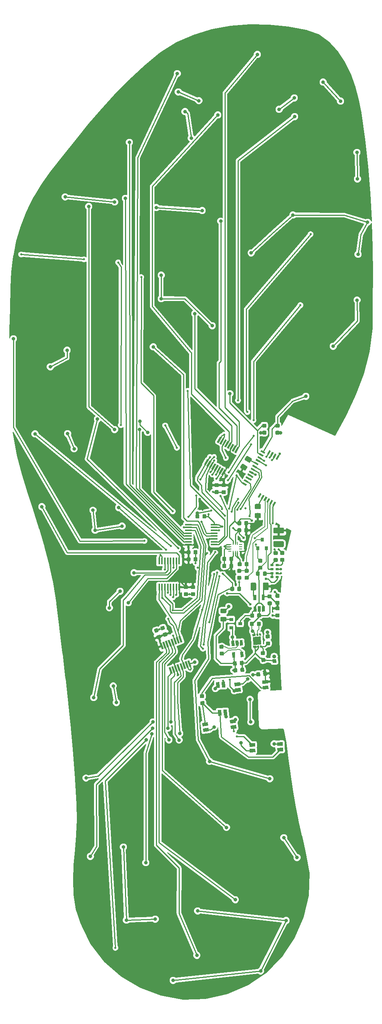
<source format=gbl>
G04 #@! TF.GenerationSoftware,KiCad,Pcbnew,(5.0.0)*
G04 #@! TF.CreationDate,2020-01-29T13:37:31+01:00*
G04 #@! TF.ProjectId,Insole_PCB,496E736F6C655F5043422E6B69636164,rev?*
G04 #@! TF.SameCoordinates,Original*
G04 #@! TF.FileFunction,Copper,L2,Bot,Signal*
G04 #@! TF.FilePolarity,Positive*
%FSLAX46Y46*%
G04 Gerber Fmt 4.6, Leading zero omitted, Abs format (unit mm)*
G04 Created by KiCad (PCBNEW (5.0.0)) date 01/29/20 13:37:31*
%MOMM*%
%LPD*%
G01*
G04 APERTURE LIST*
G04 #@! TA.AperFunction,Conductor*
%ADD10C,0.100000*%
G04 #@! TD*
G04 #@! TA.AperFunction,SMDPad,CuDef*
%ADD11C,0.875000*%
G04 #@! TD*
G04 #@! TA.AperFunction,SMDPad,CuDef*
%ADD12C,0.650000*%
G04 #@! TD*
G04 #@! TA.AperFunction,ComponentPad*
%ADD13C,0.850000*%
G04 #@! TD*
G04 #@! TA.AperFunction,Conductor*
%ADD14C,0.850000*%
G04 #@! TD*
G04 #@! TA.AperFunction,SMDPad,CuDef*
%ADD15R,0.675000X0.250000*%
G04 #@! TD*
G04 #@! TA.AperFunction,SMDPad,CuDef*
%ADD16R,0.250000X0.675000*%
G04 #@! TD*
G04 #@! TA.AperFunction,SMDPad,CuDef*
%ADD17C,1.150000*%
G04 #@! TD*
G04 #@! TA.AperFunction,SMDPad,CuDef*
%ADD18C,0.450000*%
G04 #@! TD*
G04 #@! TA.AperFunction,SMDPad,CuDef*
%ADD19R,1.500000X0.450000*%
G04 #@! TD*
G04 #@! TA.AperFunction,SMDPad,CuDef*
%ADD20R,0.450000X1.500000*%
G04 #@! TD*
G04 #@! TA.AperFunction,SMDPad,CuDef*
%ADD21R,0.800000X0.900000*%
G04 #@! TD*
G04 #@! TA.AperFunction,SMDPad,CuDef*
%ADD22C,0.410000*%
G04 #@! TD*
G04 #@! TA.AperFunction,SMDPad,CuDef*
%ADD23C,1.800000*%
G04 #@! TD*
G04 #@! TA.AperFunction,SMDPad,CuDef*
%ADD24C,0.500000*%
G04 #@! TD*
G04 #@! TA.AperFunction,SMDPad,CuDef*
%ADD25C,0.400000*%
G04 #@! TD*
G04 #@! TA.AperFunction,SMDPad,CuDef*
%ADD26C,0.800000*%
G04 #@! TD*
G04 #@! TA.AperFunction,SMDPad,CuDef*
%ADD27C,1.325000*%
G04 #@! TD*
G04 #@! TA.AperFunction,SMDPad,CuDef*
%ADD28R,0.900000X0.800000*%
G04 #@! TD*
G04 #@! TA.AperFunction,SMDPad,CuDef*
%ADD29C,0.975000*%
G04 #@! TD*
G04 #@! TA.AperFunction,SMDPad,CuDef*
%ADD30C,1.250000*%
G04 #@! TD*
G04 #@! TA.AperFunction,SMDPad,CuDef*
%ADD31R,0.800000X0.500000*%
G04 #@! TD*
G04 #@! TA.AperFunction,ViaPad*
%ADD32C,0.800000*%
G04 #@! TD*
G04 #@! TA.AperFunction,ViaPad*
%ADD33C,0.500000*%
G04 #@! TD*
G04 #@! TA.AperFunction,ViaPad*
%ADD34C,0.600000*%
G04 #@! TD*
G04 #@! TA.AperFunction,Conductor*
%ADD35C,0.250000*%
G04 #@! TD*
G04 #@! TA.AperFunction,Conductor*
%ADD36C,0.160000*%
G04 #@! TD*
G04 #@! TA.AperFunction,Conductor*
%ADD37C,0.200000*%
G04 #@! TD*
G04 APERTURE END LIST*
D10*
G04 #@! TO.N,P0.6*
G04 #@! TO.C,R17*
G36*
X224377144Y-185896760D02*
X224398379Y-185899910D01*
X224419203Y-185905126D01*
X224439415Y-185912358D01*
X224458821Y-185921537D01*
X224477234Y-185932573D01*
X224494477Y-185945361D01*
X224510383Y-185959777D01*
X224524799Y-185975683D01*
X224537587Y-185992926D01*
X224548623Y-186011339D01*
X224557802Y-186030745D01*
X224565034Y-186050957D01*
X224570250Y-186071781D01*
X224573400Y-186093016D01*
X224574453Y-186114457D01*
X224574453Y-186551957D01*
X224573400Y-186573398D01*
X224570250Y-186594633D01*
X224565034Y-186615457D01*
X224557802Y-186635669D01*
X224548623Y-186655075D01*
X224537587Y-186673488D01*
X224524799Y-186690731D01*
X224510383Y-186706637D01*
X224494477Y-186721053D01*
X224477234Y-186733841D01*
X224458821Y-186744877D01*
X224439415Y-186754056D01*
X224419203Y-186761288D01*
X224398379Y-186766504D01*
X224377144Y-186769654D01*
X224355703Y-186770707D01*
X223843203Y-186770707D01*
X223821762Y-186769654D01*
X223800527Y-186766504D01*
X223779703Y-186761288D01*
X223759491Y-186754056D01*
X223740085Y-186744877D01*
X223721672Y-186733841D01*
X223704429Y-186721053D01*
X223688523Y-186706637D01*
X223674107Y-186690731D01*
X223661319Y-186673488D01*
X223650283Y-186655075D01*
X223641104Y-186635669D01*
X223633872Y-186615457D01*
X223628656Y-186594633D01*
X223625506Y-186573398D01*
X223624453Y-186551957D01*
X223624453Y-186114457D01*
X223625506Y-186093016D01*
X223628656Y-186071781D01*
X223633872Y-186050957D01*
X223641104Y-186030745D01*
X223650283Y-186011339D01*
X223661319Y-185992926D01*
X223674107Y-185975683D01*
X223688523Y-185959777D01*
X223704429Y-185945361D01*
X223721672Y-185932573D01*
X223740085Y-185921537D01*
X223759491Y-185912358D01*
X223779703Y-185905126D01*
X223800527Y-185899910D01*
X223821762Y-185896760D01*
X223843203Y-185895707D01*
X224355703Y-185895707D01*
X224377144Y-185896760D01*
X224377144Y-185896760D01*
G37*
D11*
G04 #@! TD*
G04 #@! TO.P,R17,2*
G04 #@! TO.N,P0.6*
X224099453Y-186333207D03*
D10*
G04 #@! TO.N,+3V3*
G04 #@! TO.C,R17*
G36*
X224377144Y-187471760D02*
X224398379Y-187474910D01*
X224419203Y-187480126D01*
X224439415Y-187487358D01*
X224458821Y-187496537D01*
X224477234Y-187507573D01*
X224494477Y-187520361D01*
X224510383Y-187534777D01*
X224524799Y-187550683D01*
X224537587Y-187567926D01*
X224548623Y-187586339D01*
X224557802Y-187605745D01*
X224565034Y-187625957D01*
X224570250Y-187646781D01*
X224573400Y-187668016D01*
X224574453Y-187689457D01*
X224574453Y-188126957D01*
X224573400Y-188148398D01*
X224570250Y-188169633D01*
X224565034Y-188190457D01*
X224557802Y-188210669D01*
X224548623Y-188230075D01*
X224537587Y-188248488D01*
X224524799Y-188265731D01*
X224510383Y-188281637D01*
X224494477Y-188296053D01*
X224477234Y-188308841D01*
X224458821Y-188319877D01*
X224439415Y-188329056D01*
X224419203Y-188336288D01*
X224398379Y-188341504D01*
X224377144Y-188344654D01*
X224355703Y-188345707D01*
X223843203Y-188345707D01*
X223821762Y-188344654D01*
X223800527Y-188341504D01*
X223779703Y-188336288D01*
X223759491Y-188329056D01*
X223740085Y-188319877D01*
X223721672Y-188308841D01*
X223704429Y-188296053D01*
X223688523Y-188281637D01*
X223674107Y-188265731D01*
X223661319Y-188248488D01*
X223650283Y-188230075D01*
X223641104Y-188210669D01*
X223633872Y-188190457D01*
X223628656Y-188169633D01*
X223625506Y-188148398D01*
X223624453Y-188126957D01*
X223624453Y-187689457D01*
X223625506Y-187668016D01*
X223628656Y-187646781D01*
X223633872Y-187625957D01*
X223641104Y-187605745D01*
X223650283Y-187586339D01*
X223661319Y-187567926D01*
X223674107Y-187550683D01*
X223688523Y-187534777D01*
X223704429Y-187520361D01*
X223721672Y-187507573D01*
X223740085Y-187496537D01*
X223759491Y-187487358D01*
X223779703Y-187480126D01*
X223800527Y-187474910D01*
X223821762Y-187471760D01*
X223843203Y-187470707D01*
X224355703Y-187470707D01*
X224377144Y-187471760D01*
X224377144Y-187471760D01*
G37*
D11*
G04 #@! TD*
G04 #@! TO.P,R17,1*
G04 #@! TO.N,+3V3*
X224099453Y-187908207D03*
D10*
G04 #@! TO.N,/+BATT_CUT*
G04 #@! TO.C,C3*
G36*
X218583956Y-190316384D02*
X218605243Y-190319163D01*
X218626155Y-190324015D01*
X218646490Y-190330893D01*
X218666053Y-190339731D01*
X218684656Y-190350445D01*
X218702119Y-190362930D01*
X218718274Y-190377066D01*
X218732966Y-190392718D01*
X218746053Y-190409735D01*
X218757409Y-190427953D01*
X218766925Y-190447195D01*
X218774509Y-190467278D01*
X218780087Y-190488008D01*
X218783607Y-190509184D01*
X218785035Y-190530604D01*
X218793979Y-191043026D01*
X218793300Y-191064483D01*
X218790521Y-191085769D01*
X218785669Y-191106681D01*
X218778791Y-191127016D01*
X218769952Y-191146580D01*
X218759239Y-191165182D01*
X218746754Y-191182645D01*
X218732617Y-191198801D01*
X218716965Y-191213492D01*
X218699949Y-191226579D01*
X218681731Y-191237935D01*
X218662488Y-191247451D01*
X218642405Y-191255035D01*
X218621676Y-191260613D01*
X218600499Y-191264133D01*
X218579080Y-191265561D01*
X218141646Y-191273197D01*
X218120190Y-191272518D01*
X218098903Y-191269739D01*
X218077991Y-191264887D01*
X218057656Y-191258009D01*
X218038093Y-191249171D01*
X218019490Y-191238457D01*
X218002027Y-191225972D01*
X217985872Y-191211836D01*
X217971180Y-191196184D01*
X217958093Y-191179167D01*
X217946737Y-191160949D01*
X217937221Y-191141707D01*
X217929637Y-191121624D01*
X217924059Y-191100894D01*
X217920539Y-191079718D01*
X217919111Y-191058298D01*
X217910167Y-190545876D01*
X217910846Y-190524419D01*
X217913625Y-190503133D01*
X217918477Y-190482221D01*
X217925355Y-190461886D01*
X217934194Y-190442322D01*
X217944907Y-190423720D01*
X217957392Y-190406257D01*
X217971529Y-190390101D01*
X217987181Y-190375410D01*
X218004197Y-190362323D01*
X218022415Y-190350967D01*
X218041658Y-190341451D01*
X218061741Y-190333867D01*
X218082470Y-190328289D01*
X218103647Y-190324769D01*
X218125066Y-190323341D01*
X218562500Y-190315705D01*
X218583956Y-190316384D01*
X218583956Y-190316384D01*
G37*
D11*
G04 #@! TD*
G04 #@! TO.P,C3,2*
G04 #@! TO.N,/+BATT_CUT*
X218352073Y-190794451D03*
D10*
G04 #@! TO.N,GND*
G04 #@! TO.C,C3*
G36*
X220158716Y-190288896D02*
X220180003Y-190291675D01*
X220200915Y-190296527D01*
X220221250Y-190303405D01*
X220240813Y-190312243D01*
X220259416Y-190322957D01*
X220276879Y-190335442D01*
X220293034Y-190349578D01*
X220307726Y-190365230D01*
X220320813Y-190382247D01*
X220332169Y-190400465D01*
X220341685Y-190419707D01*
X220349269Y-190439790D01*
X220354847Y-190460520D01*
X220358367Y-190481696D01*
X220359795Y-190503116D01*
X220368739Y-191015538D01*
X220368060Y-191036995D01*
X220365281Y-191058281D01*
X220360429Y-191079193D01*
X220353551Y-191099528D01*
X220344712Y-191119092D01*
X220333999Y-191137694D01*
X220321514Y-191155157D01*
X220307377Y-191171313D01*
X220291725Y-191186004D01*
X220274709Y-191199091D01*
X220256491Y-191210447D01*
X220237248Y-191219963D01*
X220217165Y-191227547D01*
X220196436Y-191233125D01*
X220175259Y-191236645D01*
X220153840Y-191238073D01*
X219716406Y-191245709D01*
X219694950Y-191245030D01*
X219673663Y-191242251D01*
X219652751Y-191237399D01*
X219632416Y-191230521D01*
X219612853Y-191221683D01*
X219594250Y-191210969D01*
X219576787Y-191198484D01*
X219560632Y-191184348D01*
X219545940Y-191168696D01*
X219532853Y-191151679D01*
X219521497Y-191133461D01*
X219511981Y-191114219D01*
X219504397Y-191094136D01*
X219498819Y-191073406D01*
X219495299Y-191052230D01*
X219493871Y-191030810D01*
X219484927Y-190518388D01*
X219485606Y-190496931D01*
X219488385Y-190475645D01*
X219493237Y-190454733D01*
X219500115Y-190434398D01*
X219508954Y-190414834D01*
X219519667Y-190396232D01*
X219532152Y-190378769D01*
X219546289Y-190362613D01*
X219561941Y-190347922D01*
X219578957Y-190334835D01*
X219597175Y-190323479D01*
X219616418Y-190313963D01*
X219636501Y-190306379D01*
X219657230Y-190300801D01*
X219678407Y-190297281D01*
X219699826Y-190295853D01*
X220137260Y-190288217D01*
X220158716Y-190288896D01*
X220158716Y-190288896D01*
G37*
D11*
G04 #@! TD*
G04 #@! TO.P,C3,1*
G04 #@! TO.N,GND*
X219926833Y-190766963D03*
D12*
G04 #@! TO.P,U3,5*
G04 #@! TO.N,Net-(L3-Pad1)*
X218956735Y-186697486D03*
D10*
G04 #@! TD*
G04 #@! TO.N,Net-(L3-Pad1)*
G04 #@! TO.C,U3*
G36*
X219292331Y-187301721D02*
X218642430Y-187313065D01*
X218621139Y-186093251D01*
X219271040Y-186081907D01*
X219292331Y-187301721D01*
X219292331Y-187301721D01*
G37*
D12*
G04 #@! TO.P,U3,4*
G04 #@! TO.N,+3V3*
X220856446Y-186664327D03*
D10*
G04 #@! TD*
G04 #@! TO.N,+3V3*
G04 #@! TO.C,U3*
G36*
X221192042Y-187268562D02*
X220542141Y-187279906D01*
X220520850Y-186060092D01*
X221170751Y-186048748D01*
X221192042Y-187268562D01*
X221192042Y-187268562D01*
G37*
D12*
G04 #@! TO.P,U3,3*
G04 #@! TO.N,/+BATT_CUT*
X220902171Y-189283928D03*
D10*
G04 #@! TD*
G04 #@! TO.N,/+BATT_CUT*
G04 #@! TO.C,U3*
G36*
X221237767Y-189888163D02*
X220587866Y-189899507D01*
X220566575Y-188679693D01*
X221216476Y-188668349D01*
X221237767Y-189888163D01*
X221237767Y-189888163D01*
G37*
D12*
G04 #@! TO.P,U3,2*
G04 #@! TO.N,GND*
X219952316Y-189300507D03*
D10*
G04 #@! TD*
G04 #@! TO.N,GND*
G04 #@! TO.C,U3*
G36*
X220287912Y-189904742D02*
X219638011Y-189916086D01*
X219616720Y-188696272D01*
X220266621Y-188684928D01*
X220287912Y-189904742D01*
X220287912Y-189904742D01*
G37*
D12*
G04 #@! TO.P,U3,1*
G04 #@! TO.N,/+BATT_CUT*
X219002460Y-189317087D03*
D10*
G04 #@! TD*
G04 #@! TO.N,/+BATT_CUT*
G04 #@! TO.C,U3*
G36*
X219338056Y-189921322D02*
X218688155Y-189932666D01*
X218666864Y-188712852D01*
X219316765Y-188701508D01*
X219338056Y-189921322D01*
X219338056Y-189921322D01*
G37*
D13*
G04 #@! TO.P,J2,2*
G04 #@! TO.N,+BATT*
X223329697Y-200113143D03*
D14*
G04 #@! TD*
G04 #@! TO.N,+BATT*
G04 #@! TO.C,J2*
X223329697Y-200113143D02*
X223329697Y-200113143D01*
D13*
G04 #@! TO.P,J2,1*
G04 #@! TO.N,-BATT*
X223399453Y-201110707D03*
D10*
G04 #@! TD*
G04 #@! TO.N,-BATT*
G04 #@! TO.C,J2*
G36*
X223005135Y-201564318D02*
X222945842Y-200716389D01*
X223793771Y-200657096D01*
X223853064Y-201505025D01*
X223005135Y-201564318D01*
X223005135Y-201564318D01*
G37*
D15*
G04 #@! TO.P,U2,11*
G04 #@! TO.N,N/C*
X215771953Y-174710707D03*
G04 #@! TO.P,U2,10*
X215771953Y-175210707D03*
G04 #@! TO.P,U2,9*
X215771953Y-175710707D03*
G04 #@! TO.P,U2,8*
G04 #@! TO.N,+3V3*
X215771953Y-176210707D03*
G04 #@! TO.P,U2,4*
G04 #@! TO.N,N/C*
X213246953Y-176210707D03*
G04 #@! TO.P,U2,3*
G04 #@! TO.N,GND*
X213246953Y-175710707D03*
G04 #@! TO.P,U2,2*
X213246953Y-175210707D03*
G04 #@! TO.P,U2,1*
X213246953Y-174710707D03*
D16*
G04 #@! TO.P,U2,7*
X215009453Y-176473207D03*
G04 #@! TO.P,U2,6*
X214509453Y-176473207D03*
G04 #@! TO.P,U2,5*
G04 #@! TO.N,+3V3*
X214009453Y-176473207D03*
G04 #@! TO.P,U2,12*
G04 #@! TO.N,N/C*
X215009453Y-174448207D03*
G04 #@! TO.P,U2,14*
G04 #@! TO.N,/SDA*
X214009453Y-174448207D03*
G04 #@! TO.P,U2,13*
G04 #@! TO.N,/SCL*
X214509453Y-174448207D03*
G04 #@! TD*
D10*
G04 #@! TO.N,-BATT*
G04 #@! TO.C,C1*
G36*
X221162359Y-200433196D02*
X221183496Y-200436947D01*
X221204163Y-200442751D01*
X221224162Y-200450554D01*
X221243300Y-200460279D01*
X221261393Y-200471833D01*
X221278266Y-200485104D01*
X221293757Y-200499966D01*
X221307716Y-200516275D01*
X221320010Y-200533873D01*
X221330520Y-200552591D01*
X221339144Y-200572250D01*
X221345800Y-200592659D01*
X221350424Y-200613622D01*
X221352970Y-200634938D01*
X221383488Y-201071372D01*
X221383933Y-201092834D01*
X221382272Y-201114237D01*
X221378521Y-201135374D01*
X221372717Y-201156042D01*
X221364914Y-201176041D01*
X221355189Y-201195179D01*
X221343635Y-201213271D01*
X221330364Y-201230144D01*
X221315502Y-201245635D01*
X221299193Y-201259594D01*
X221281595Y-201271888D01*
X221262877Y-201282398D01*
X221243218Y-201291022D01*
X221222809Y-201297678D01*
X221201846Y-201302302D01*
X221180530Y-201304848D01*
X220669278Y-201340598D01*
X220647816Y-201341043D01*
X220626413Y-201339382D01*
X220605276Y-201335631D01*
X220584609Y-201329827D01*
X220564610Y-201322024D01*
X220545472Y-201312299D01*
X220527379Y-201300745D01*
X220510506Y-201287474D01*
X220495015Y-201272612D01*
X220481056Y-201256303D01*
X220468762Y-201238705D01*
X220458252Y-201219987D01*
X220449628Y-201200328D01*
X220442972Y-201179919D01*
X220438348Y-201158956D01*
X220435802Y-201137640D01*
X220405284Y-200701206D01*
X220404839Y-200679744D01*
X220406500Y-200658341D01*
X220410251Y-200637204D01*
X220416055Y-200616536D01*
X220423858Y-200596537D01*
X220433583Y-200577399D01*
X220445137Y-200559307D01*
X220458408Y-200542434D01*
X220473270Y-200526943D01*
X220489579Y-200512984D01*
X220507177Y-200500690D01*
X220525895Y-200490180D01*
X220545554Y-200481556D01*
X220565963Y-200474900D01*
X220586926Y-200470276D01*
X220608242Y-200467730D01*
X221119494Y-200431980D01*
X221140956Y-200431535D01*
X221162359Y-200433196D01*
X221162359Y-200433196D01*
G37*
D11*
G04 #@! TD*
G04 #@! TO.P,C1,2*
G04 #@! TO.N,-BATT*
X220894386Y-200886289D03*
D10*
G04 #@! TO.N,Net-(C1-Pad1)*
G04 #@! TO.C,C1*
G36*
X221052493Y-198862032D02*
X221073630Y-198865783D01*
X221094297Y-198871587D01*
X221114296Y-198879390D01*
X221133434Y-198889115D01*
X221151527Y-198900669D01*
X221168400Y-198913940D01*
X221183891Y-198928802D01*
X221197850Y-198945111D01*
X221210144Y-198962709D01*
X221220654Y-198981427D01*
X221229278Y-199001086D01*
X221235934Y-199021495D01*
X221240558Y-199042458D01*
X221243104Y-199063774D01*
X221273622Y-199500208D01*
X221274067Y-199521670D01*
X221272406Y-199543073D01*
X221268655Y-199564210D01*
X221262851Y-199584878D01*
X221255048Y-199604877D01*
X221245323Y-199624015D01*
X221233769Y-199642107D01*
X221220498Y-199658980D01*
X221205636Y-199674471D01*
X221189327Y-199688430D01*
X221171729Y-199700724D01*
X221153011Y-199711234D01*
X221133352Y-199719858D01*
X221112943Y-199726514D01*
X221091980Y-199731138D01*
X221070664Y-199733684D01*
X220559412Y-199769434D01*
X220537950Y-199769879D01*
X220516547Y-199768218D01*
X220495410Y-199764467D01*
X220474743Y-199758663D01*
X220454744Y-199750860D01*
X220435606Y-199741135D01*
X220417513Y-199729581D01*
X220400640Y-199716310D01*
X220385149Y-199701448D01*
X220371190Y-199685139D01*
X220358896Y-199667541D01*
X220348386Y-199648823D01*
X220339762Y-199629164D01*
X220333106Y-199608755D01*
X220328482Y-199587792D01*
X220325936Y-199566476D01*
X220295418Y-199130042D01*
X220294973Y-199108580D01*
X220296634Y-199087177D01*
X220300385Y-199066040D01*
X220306189Y-199045372D01*
X220313992Y-199025373D01*
X220323717Y-199006235D01*
X220335271Y-198988143D01*
X220348542Y-198971270D01*
X220363404Y-198955779D01*
X220379713Y-198941820D01*
X220397311Y-198929526D01*
X220416029Y-198919016D01*
X220435688Y-198910392D01*
X220456097Y-198903736D01*
X220477060Y-198899112D01*
X220498376Y-198896566D01*
X221009628Y-198860816D01*
X221031090Y-198860371D01*
X221052493Y-198862032D01*
X221052493Y-198862032D01*
G37*
D11*
G04 #@! TD*
G04 #@! TO.P,C1,1*
G04 #@! TO.N,Net-(C1-Pad1)*
X220784520Y-199315125D03*
D10*
G04 #@! TO.N,+3V3*
G04 #@! TO.C,C2*
G36*
X197325690Y-195140961D02*
X197346767Y-195145034D01*
X197367343Y-195151153D01*
X197387221Y-195159260D01*
X197406208Y-195169276D01*
X197424122Y-195181105D01*
X197440790Y-195194633D01*
X197456052Y-195209730D01*
X197469761Y-195226249D01*
X197481785Y-195244033D01*
X197492008Y-195262910D01*
X197500331Y-195282698D01*
X197649965Y-195693813D01*
X197656308Y-195714321D01*
X197660611Y-195735353D01*
X197662832Y-195756705D01*
X197662949Y-195778172D01*
X197660961Y-195799546D01*
X197656888Y-195820624D01*
X197650769Y-195841200D01*
X197642662Y-195861078D01*
X197632646Y-195880065D01*
X197620817Y-195897979D01*
X197607289Y-195914647D01*
X197592192Y-195929909D01*
X197575673Y-195943618D01*
X197557889Y-195955642D01*
X197539012Y-195965865D01*
X197519224Y-195974188D01*
X197037632Y-196149473D01*
X197017123Y-196155816D01*
X196996092Y-196160119D01*
X196974740Y-196162340D01*
X196953273Y-196162457D01*
X196931898Y-196160469D01*
X196910821Y-196156396D01*
X196890245Y-196150277D01*
X196870367Y-196142170D01*
X196851380Y-196132154D01*
X196833466Y-196120325D01*
X196816798Y-196106797D01*
X196801536Y-196091700D01*
X196787827Y-196075181D01*
X196775803Y-196057397D01*
X196765580Y-196038520D01*
X196757257Y-196018732D01*
X196607623Y-195607617D01*
X196601280Y-195587109D01*
X196596977Y-195566077D01*
X196594756Y-195544725D01*
X196594639Y-195523258D01*
X196596627Y-195501884D01*
X196600700Y-195480806D01*
X196606819Y-195460230D01*
X196614926Y-195440352D01*
X196624942Y-195421365D01*
X196636771Y-195403451D01*
X196650299Y-195386783D01*
X196665396Y-195371521D01*
X196681915Y-195357812D01*
X196699699Y-195345788D01*
X196718576Y-195335565D01*
X196738364Y-195327242D01*
X197219956Y-195151957D01*
X197240465Y-195145614D01*
X197261496Y-195141311D01*
X197282848Y-195139090D01*
X197304315Y-195138973D01*
X197325690Y-195140961D01*
X197325690Y-195140961D01*
G37*
D11*
G04 #@! TD*
G04 #@! TO.P,C2,2*
G04 #@! TO.N,+3V3*
X197128794Y-195650715D03*
D10*
G04 #@! TO.N,GND*
G04 #@! TO.C,C2*
G36*
X196787008Y-193660945D02*
X196808085Y-193665018D01*
X196828661Y-193671137D01*
X196848539Y-193679244D01*
X196867526Y-193689260D01*
X196885440Y-193701089D01*
X196902108Y-193714617D01*
X196917370Y-193729714D01*
X196931079Y-193746233D01*
X196943103Y-193764017D01*
X196953326Y-193782894D01*
X196961649Y-193802682D01*
X197111283Y-194213797D01*
X197117626Y-194234305D01*
X197121929Y-194255337D01*
X197124150Y-194276689D01*
X197124267Y-194298156D01*
X197122279Y-194319530D01*
X197118206Y-194340608D01*
X197112087Y-194361184D01*
X197103980Y-194381062D01*
X197093964Y-194400049D01*
X197082135Y-194417963D01*
X197068607Y-194434631D01*
X197053510Y-194449893D01*
X197036991Y-194463602D01*
X197019207Y-194475626D01*
X197000330Y-194485849D01*
X196980542Y-194494172D01*
X196498950Y-194669457D01*
X196478441Y-194675800D01*
X196457410Y-194680103D01*
X196436058Y-194682324D01*
X196414591Y-194682441D01*
X196393216Y-194680453D01*
X196372139Y-194676380D01*
X196351563Y-194670261D01*
X196331685Y-194662154D01*
X196312698Y-194652138D01*
X196294784Y-194640309D01*
X196278116Y-194626781D01*
X196262854Y-194611684D01*
X196249145Y-194595165D01*
X196237121Y-194577381D01*
X196226898Y-194558504D01*
X196218575Y-194538716D01*
X196068941Y-194127601D01*
X196062598Y-194107093D01*
X196058295Y-194086061D01*
X196056074Y-194064709D01*
X196055957Y-194043242D01*
X196057945Y-194021868D01*
X196062018Y-194000790D01*
X196068137Y-193980214D01*
X196076244Y-193960336D01*
X196086260Y-193941349D01*
X196098089Y-193923435D01*
X196111617Y-193906767D01*
X196126714Y-193891505D01*
X196143233Y-193877796D01*
X196161017Y-193865772D01*
X196179894Y-193855549D01*
X196199682Y-193847226D01*
X196681274Y-193671941D01*
X196701783Y-193665598D01*
X196722814Y-193661295D01*
X196744166Y-193659074D01*
X196765633Y-193658957D01*
X196787008Y-193660945D01*
X196787008Y-193660945D01*
G37*
D11*
G04 #@! TD*
G04 #@! TO.P,C2,1*
G04 #@! TO.N,GND*
X196590112Y-194170699D03*
D10*
G04 #@! TO.N,GND*
G04 #@! TO.C,C4*
G36*
X222605229Y-187594860D02*
X222626515Y-187597639D01*
X222647427Y-187602491D01*
X222667762Y-187609369D01*
X222687326Y-187618208D01*
X222705928Y-187628921D01*
X222723391Y-187641406D01*
X222739547Y-187655543D01*
X222754238Y-187671195D01*
X222767325Y-187688211D01*
X222778681Y-187706429D01*
X222788197Y-187725672D01*
X222795781Y-187745755D01*
X222801359Y-187766484D01*
X222804879Y-187787661D01*
X222806307Y-187809080D01*
X222813943Y-188246514D01*
X222813264Y-188267970D01*
X222810485Y-188289257D01*
X222805633Y-188310169D01*
X222798755Y-188330504D01*
X222789917Y-188350067D01*
X222779203Y-188368670D01*
X222766718Y-188386133D01*
X222752582Y-188402288D01*
X222736930Y-188416980D01*
X222719913Y-188430067D01*
X222701695Y-188441423D01*
X222682453Y-188450939D01*
X222662370Y-188458523D01*
X222641640Y-188464101D01*
X222620464Y-188467621D01*
X222599044Y-188469049D01*
X222086622Y-188477993D01*
X222065165Y-188477314D01*
X222043879Y-188474535D01*
X222022967Y-188469683D01*
X222002632Y-188462805D01*
X221983068Y-188453966D01*
X221964466Y-188443253D01*
X221947003Y-188430768D01*
X221930847Y-188416631D01*
X221916156Y-188400979D01*
X221903069Y-188383963D01*
X221891713Y-188365745D01*
X221882197Y-188346502D01*
X221874613Y-188326419D01*
X221869035Y-188305690D01*
X221865515Y-188284513D01*
X221864087Y-188263094D01*
X221856451Y-187825660D01*
X221857130Y-187804204D01*
X221859909Y-187782917D01*
X221864761Y-187762005D01*
X221871639Y-187741670D01*
X221880477Y-187722107D01*
X221891191Y-187703504D01*
X221903676Y-187686041D01*
X221917812Y-187669886D01*
X221933464Y-187655194D01*
X221950481Y-187642107D01*
X221968699Y-187630751D01*
X221987941Y-187621235D01*
X222008024Y-187613651D01*
X222028754Y-187608073D01*
X222049930Y-187604553D01*
X222071350Y-187603125D01*
X222583772Y-187594181D01*
X222605229Y-187594860D01*
X222605229Y-187594860D01*
G37*
D11*
G04 #@! TD*
G04 #@! TO.P,C4,2*
G04 #@! TO.N,GND*
X222335197Y-188036087D03*
D10*
G04 #@! TO.N,+3V3*
G04 #@! TO.C,C4*
G36*
X222577741Y-186020100D02*
X222599027Y-186022879D01*
X222619939Y-186027731D01*
X222640274Y-186034609D01*
X222659838Y-186043448D01*
X222678440Y-186054161D01*
X222695903Y-186066646D01*
X222712059Y-186080783D01*
X222726750Y-186096435D01*
X222739837Y-186113451D01*
X222751193Y-186131669D01*
X222760709Y-186150912D01*
X222768293Y-186170995D01*
X222773871Y-186191724D01*
X222777391Y-186212901D01*
X222778819Y-186234320D01*
X222786455Y-186671754D01*
X222785776Y-186693210D01*
X222782997Y-186714497D01*
X222778145Y-186735409D01*
X222771267Y-186755744D01*
X222762429Y-186775307D01*
X222751715Y-186793910D01*
X222739230Y-186811373D01*
X222725094Y-186827528D01*
X222709442Y-186842220D01*
X222692425Y-186855307D01*
X222674207Y-186866663D01*
X222654965Y-186876179D01*
X222634882Y-186883763D01*
X222614152Y-186889341D01*
X222592976Y-186892861D01*
X222571556Y-186894289D01*
X222059134Y-186903233D01*
X222037677Y-186902554D01*
X222016391Y-186899775D01*
X221995479Y-186894923D01*
X221975144Y-186888045D01*
X221955580Y-186879206D01*
X221936978Y-186868493D01*
X221919515Y-186856008D01*
X221903359Y-186841871D01*
X221888668Y-186826219D01*
X221875581Y-186809203D01*
X221864225Y-186790985D01*
X221854709Y-186771742D01*
X221847125Y-186751659D01*
X221841547Y-186730930D01*
X221838027Y-186709753D01*
X221836599Y-186688334D01*
X221828963Y-186250900D01*
X221829642Y-186229444D01*
X221832421Y-186208157D01*
X221837273Y-186187245D01*
X221844151Y-186166910D01*
X221852989Y-186147347D01*
X221863703Y-186128744D01*
X221876188Y-186111281D01*
X221890324Y-186095126D01*
X221905976Y-186080434D01*
X221922993Y-186067347D01*
X221941211Y-186055991D01*
X221960453Y-186046475D01*
X221980536Y-186038891D01*
X222001266Y-186033313D01*
X222022442Y-186029793D01*
X222043862Y-186028365D01*
X222556284Y-186019421D01*
X222577741Y-186020100D01*
X222577741Y-186020100D01*
G37*
D11*
G04 #@! TD*
G04 #@! TO.P,C4,1*
G04 #@! TO.N,+3V3*
X222307709Y-186461327D03*
D10*
G04 #@! TO.N,+3V3*
G04 #@! TO.C,C5*
G36*
X198775690Y-194590961D02*
X198796767Y-194595034D01*
X198817343Y-194601153D01*
X198837221Y-194609260D01*
X198856208Y-194619276D01*
X198874122Y-194631105D01*
X198890790Y-194644633D01*
X198906052Y-194659730D01*
X198919761Y-194676249D01*
X198931785Y-194694033D01*
X198942008Y-194712910D01*
X198950331Y-194732698D01*
X199099965Y-195143813D01*
X199106308Y-195164321D01*
X199110611Y-195185353D01*
X199112832Y-195206705D01*
X199112949Y-195228172D01*
X199110961Y-195249546D01*
X199106888Y-195270624D01*
X199100769Y-195291200D01*
X199092662Y-195311078D01*
X199082646Y-195330065D01*
X199070817Y-195347979D01*
X199057289Y-195364647D01*
X199042192Y-195379909D01*
X199025673Y-195393618D01*
X199007889Y-195405642D01*
X198989012Y-195415865D01*
X198969224Y-195424188D01*
X198487632Y-195599473D01*
X198467123Y-195605816D01*
X198446092Y-195610119D01*
X198424740Y-195612340D01*
X198403273Y-195612457D01*
X198381898Y-195610469D01*
X198360821Y-195606396D01*
X198340245Y-195600277D01*
X198320367Y-195592170D01*
X198301380Y-195582154D01*
X198283466Y-195570325D01*
X198266798Y-195556797D01*
X198251536Y-195541700D01*
X198237827Y-195525181D01*
X198225803Y-195507397D01*
X198215580Y-195488520D01*
X198207257Y-195468732D01*
X198057623Y-195057617D01*
X198051280Y-195037109D01*
X198046977Y-195016077D01*
X198044756Y-194994725D01*
X198044639Y-194973258D01*
X198046627Y-194951884D01*
X198050700Y-194930806D01*
X198056819Y-194910230D01*
X198064926Y-194890352D01*
X198074942Y-194871365D01*
X198086771Y-194853451D01*
X198100299Y-194836783D01*
X198115396Y-194821521D01*
X198131915Y-194807812D01*
X198149699Y-194795788D01*
X198168576Y-194785565D01*
X198188364Y-194777242D01*
X198669956Y-194601957D01*
X198690465Y-194595614D01*
X198711496Y-194591311D01*
X198732848Y-194589090D01*
X198754315Y-194588973D01*
X198775690Y-194590961D01*
X198775690Y-194590961D01*
G37*
D11*
G04 #@! TD*
G04 #@! TO.P,C5,2*
G04 #@! TO.N,+3V3*
X198578794Y-195100715D03*
D10*
G04 #@! TO.N,GND*
G04 #@! TO.C,C5*
G36*
X198237008Y-193110945D02*
X198258085Y-193115018D01*
X198278661Y-193121137D01*
X198298539Y-193129244D01*
X198317526Y-193139260D01*
X198335440Y-193151089D01*
X198352108Y-193164617D01*
X198367370Y-193179714D01*
X198381079Y-193196233D01*
X198393103Y-193214017D01*
X198403326Y-193232894D01*
X198411649Y-193252682D01*
X198561283Y-193663797D01*
X198567626Y-193684305D01*
X198571929Y-193705337D01*
X198574150Y-193726689D01*
X198574267Y-193748156D01*
X198572279Y-193769530D01*
X198568206Y-193790608D01*
X198562087Y-193811184D01*
X198553980Y-193831062D01*
X198543964Y-193850049D01*
X198532135Y-193867963D01*
X198518607Y-193884631D01*
X198503510Y-193899893D01*
X198486991Y-193913602D01*
X198469207Y-193925626D01*
X198450330Y-193935849D01*
X198430542Y-193944172D01*
X197948950Y-194119457D01*
X197928441Y-194125800D01*
X197907410Y-194130103D01*
X197886058Y-194132324D01*
X197864591Y-194132441D01*
X197843216Y-194130453D01*
X197822139Y-194126380D01*
X197801563Y-194120261D01*
X197781685Y-194112154D01*
X197762698Y-194102138D01*
X197744784Y-194090309D01*
X197728116Y-194076781D01*
X197712854Y-194061684D01*
X197699145Y-194045165D01*
X197687121Y-194027381D01*
X197676898Y-194008504D01*
X197668575Y-193988716D01*
X197518941Y-193577601D01*
X197512598Y-193557093D01*
X197508295Y-193536061D01*
X197506074Y-193514709D01*
X197505957Y-193493242D01*
X197507945Y-193471868D01*
X197512018Y-193450790D01*
X197518137Y-193430214D01*
X197526244Y-193410336D01*
X197536260Y-193391349D01*
X197548089Y-193373435D01*
X197561617Y-193356767D01*
X197576714Y-193341505D01*
X197593233Y-193327796D01*
X197611017Y-193315772D01*
X197629894Y-193305549D01*
X197649682Y-193297226D01*
X198131274Y-193121941D01*
X198151783Y-193115598D01*
X198172814Y-193111295D01*
X198194166Y-193109074D01*
X198215633Y-193108957D01*
X198237008Y-193110945D01*
X198237008Y-193110945D01*
G37*
D11*
G04 #@! TD*
G04 #@! TO.P,C5,1*
G04 #@! TO.N,GND*
X198040112Y-193620699D03*
D10*
G04 #@! TO.N,+3V3*
G04 #@! TO.C,C6*
G36*
X205187144Y-183924260D02*
X205208379Y-183927410D01*
X205229203Y-183932626D01*
X205249415Y-183939858D01*
X205268821Y-183949037D01*
X205287234Y-183960073D01*
X205304477Y-183972861D01*
X205320383Y-183987277D01*
X205334799Y-184003183D01*
X205347587Y-184020426D01*
X205358623Y-184038839D01*
X205367802Y-184058245D01*
X205375034Y-184078457D01*
X205380250Y-184099281D01*
X205383400Y-184120516D01*
X205384453Y-184141957D01*
X205384453Y-184579457D01*
X205383400Y-184600898D01*
X205380250Y-184622133D01*
X205375034Y-184642957D01*
X205367802Y-184663169D01*
X205358623Y-184682575D01*
X205347587Y-184700988D01*
X205334799Y-184718231D01*
X205320383Y-184734137D01*
X205304477Y-184748553D01*
X205287234Y-184761341D01*
X205268821Y-184772377D01*
X205249415Y-184781556D01*
X205229203Y-184788788D01*
X205208379Y-184794004D01*
X205187144Y-184797154D01*
X205165703Y-184798207D01*
X204653203Y-184798207D01*
X204631762Y-184797154D01*
X204610527Y-184794004D01*
X204589703Y-184788788D01*
X204569491Y-184781556D01*
X204550085Y-184772377D01*
X204531672Y-184761341D01*
X204514429Y-184748553D01*
X204498523Y-184734137D01*
X204484107Y-184718231D01*
X204471319Y-184700988D01*
X204460283Y-184682575D01*
X204451104Y-184663169D01*
X204443872Y-184642957D01*
X204438656Y-184622133D01*
X204435506Y-184600898D01*
X204434453Y-184579457D01*
X204434453Y-184141957D01*
X204435506Y-184120516D01*
X204438656Y-184099281D01*
X204443872Y-184078457D01*
X204451104Y-184058245D01*
X204460283Y-184038839D01*
X204471319Y-184020426D01*
X204484107Y-184003183D01*
X204498523Y-183987277D01*
X204514429Y-183972861D01*
X204531672Y-183960073D01*
X204550085Y-183949037D01*
X204569491Y-183939858D01*
X204589703Y-183932626D01*
X204610527Y-183927410D01*
X204631762Y-183924260D01*
X204653203Y-183923207D01*
X205165703Y-183923207D01*
X205187144Y-183924260D01*
X205187144Y-183924260D01*
G37*
D11*
G04 #@! TD*
G04 #@! TO.P,C6,2*
G04 #@! TO.N,+3V3*
X204909453Y-184360707D03*
D10*
G04 #@! TO.N,GND*
G04 #@! TO.C,C6*
G36*
X205187144Y-185499260D02*
X205208379Y-185502410D01*
X205229203Y-185507626D01*
X205249415Y-185514858D01*
X205268821Y-185524037D01*
X205287234Y-185535073D01*
X205304477Y-185547861D01*
X205320383Y-185562277D01*
X205334799Y-185578183D01*
X205347587Y-185595426D01*
X205358623Y-185613839D01*
X205367802Y-185633245D01*
X205375034Y-185653457D01*
X205380250Y-185674281D01*
X205383400Y-185695516D01*
X205384453Y-185716957D01*
X205384453Y-186154457D01*
X205383400Y-186175898D01*
X205380250Y-186197133D01*
X205375034Y-186217957D01*
X205367802Y-186238169D01*
X205358623Y-186257575D01*
X205347587Y-186275988D01*
X205334799Y-186293231D01*
X205320383Y-186309137D01*
X205304477Y-186323553D01*
X205287234Y-186336341D01*
X205268821Y-186347377D01*
X205249415Y-186356556D01*
X205229203Y-186363788D01*
X205208379Y-186369004D01*
X205187144Y-186372154D01*
X205165703Y-186373207D01*
X204653203Y-186373207D01*
X204631762Y-186372154D01*
X204610527Y-186369004D01*
X204589703Y-186363788D01*
X204569491Y-186356556D01*
X204550085Y-186347377D01*
X204531672Y-186336341D01*
X204514429Y-186323553D01*
X204498523Y-186309137D01*
X204484107Y-186293231D01*
X204471319Y-186275988D01*
X204460283Y-186257575D01*
X204451104Y-186238169D01*
X204443872Y-186217957D01*
X204438656Y-186197133D01*
X204435506Y-186175898D01*
X204434453Y-186154457D01*
X204434453Y-185716957D01*
X204435506Y-185695516D01*
X204438656Y-185674281D01*
X204443872Y-185653457D01*
X204451104Y-185633245D01*
X204460283Y-185613839D01*
X204471319Y-185595426D01*
X204484107Y-185578183D01*
X204498523Y-185562277D01*
X204514429Y-185547861D01*
X204531672Y-185535073D01*
X204550085Y-185524037D01*
X204569491Y-185514858D01*
X204589703Y-185507626D01*
X204610527Y-185502410D01*
X204631762Y-185499260D01*
X204653203Y-185498207D01*
X205165703Y-185498207D01*
X205187144Y-185499260D01*
X205187144Y-185499260D01*
G37*
D11*
G04 #@! TD*
G04 #@! TO.P,C6,1*
G04 #@! TO.N,GND*
X204909453Y-185935707D03*
D10*
G04 #@! TO.N,+3V3*
G04 #@! TO.C,C7*
G36*
X203587144Y-183936760D02*
X203608379Y-183939910D01*
X203629203Y-183945126D01*
X203649415Y-183952358D01*
X203668821Y-183961537D01*
X203687234Y-183972573D01*
X203704477Y-183985361D01*
X203720383Y-183999777D01*
X203734799Y-184015683D01*
X203747587Y-184032926D01*
X203758623Y-184051339D01*
X203767802Y-184070745D01*
X203775034Y-184090957D01*
X203780250Y-184111781D01*
X203783400Y-184133016D01*
X203784453Y-184154457D01*
X203784453Y-184591957D01*
X203783400Y-184613398D01*
X203780250Y-184634633D01*
X203775034Y-184655457D01*
X203767802Y-184675669D01*
X203758623Y-184695075D01*
X203747587Y-184713488D01*
X203734799Y-184730731D01*
X203720383Y-184746637D01*
X203704477Y-184761053D01*
X203687234Y-184773841D01*
X203668821Y-184784877D01*
X203649415Y-184794056D01*
X203629203Y-184801288D01*
X203608379Y-184806504D01*
X203587144Y-184809654D01*
X203565703Y-184810707D01*
X203053203Y-184810707D01*
X203031762Y-184809654D01*
X203010527Y-184806504D01*
X202989703Y-184801288D01*
X202969491Y-184794056D01*
X202950085Y-184784877D01*
X202931672Y-184773841D01*
X202914429Y-184761053D01*
X202898523Y-184746637D01*
X202884107Y-184730731D01*
X202871319Y-184713488D01*
X202860283Y-184695075D01*
X202851104Y-184675669D01*
X202843872Y-184655457D01*
X202838656Y-184634633D01*
X202835506Y-184613398D01*
X202834453Y-184591957D01*
X202834453Y-184154457D01*
X202835506Y-184133016D01*
X202838656Y-184111781D01*
X202843872Y-184090957D01*
X202851104Y-184070745D01*
X202860283Y-184051339D01*
X202871319Y-184032926D01*
X202884107Y-184015683D01*
X202898523Y-183999777D01*
X202914429Y-183985361D01*
X202931672Y-183972573D01*
X202950085Y-183961537D01*
X202969491Y-183952358D01*
X202989703Y-183945126D01*
X203010527Y-183939910D01*
X203031762Y-183936760D01*
X203053203Y-183935707D01*
X203565703Y-183935707D01*
X203587144Y-183936760D01*
X203587144Y-183936760D01*
G37*
D11*
G04 #@! TD*
G04 #@! TO.P,C7,2*
G04 #@! TO.N,+3V3*
X203309453Y-184373207D03*
D10*
G04 #@! TO.N,GND*
G04 #@! TO.C,C7*
G36*
X203587144Y-185511760D02*
X203608379Y-185514910D01*
X203629203Y-185520126D01*
X203649415Y-185527358D01*
X203668821Y-185536537D01*
X203687234Y-185547573D01*
X203704477Y-185560361D01*
X203720383Y-185574777D01*
X203734799Y-185590683D01*
X203747587Y-185607926D01*
X203758623Y-185626339D01*
X203767802Y-185645745D01*
X203775034Y-185665957D01*
X203780250Y-185686781D01*
X203783400Y-185708016D01*
X203784453Y-185729457D01*
X203784453Y-186166957D01*
X203783400Y-186188398D01*
X203780250Y-186209633D01*
X203775034Y-186230457D01*
X203767802Y-186250669D01*
X203758623Y-186270075D01*
X203747587Y-186288488D01*
X203734799Y-186305731D01*
X203720383Y-186321637D01*
X203704477Y-186336053D01*
X203687234Y-186348841D01*
X203668821Y-186359877D01*
X203649415Y-186369056D01*
X203629203Y-186376288D01*
X203608379Y-186381504D01*
X203587144Y-186384654D01*
X203565703Y-186385707D01*
X203053203Y-186385707D01*
X203031762Y-186384654D01*
X203010527Y-186381504D01*
X202989703Y-186376288D01*
X202969491Y-186369056D01*
X202950085Y-186359877D01*
X202931672Y-186348841D01*
X202914429Y-186336053D01*
X202898523Y-186321637D01*
X202884107Y-186305731D01*
X202871319Y-186288488D01*
X202860283Y-186270075D01*
X202851104Y-186250669D01*
X202843872Y-186230457D01*
X202838656Y-186209633D01*
X202835506Y-186188398D01*
X202834453Y-186166957D01*
X202834453Y-185729457D01*
X202835506Y-185708016D01*
X202838656Y-185686781D01*
X202843872Y-185665957D01*
X202851104Y-185645745D01*
X202860283Y-185626339D01*
X202871319Y-185607926D01*
X202884107Y-185590683D01*
X202898523Y-185574777D01*
X202914429Y-185560361D01*
X202931672Y-185547573D01*
X202950085Y-185536537D01*
X202969491Y-185527358D01*
X202989703Y-185520126D01*
X203010527Y-185514910D01*
X203031762Y-185511760D01*
X203053203Y-185510707D01*
X203565703Y-185510707D01*
X203587144Y-185511760D01*
X203587144Y-185511760D01*
G37*
D11*
G04 #@! TD*
G04 #@! TO.P,C7,1*
G04 #@! TO.N,GND*
X203309453Y-185948207D03*
D10*
G04 #@! TO.N,+3V3*
G04 #@! TO.C,C8*
G36*
X204149644Y-177586760D02*
X204170879Y-177589910D01*
X204191703Y-177595126D01*
X204211915Y-177602358D01*
X204231321Y-177611537D01*
X204249734Y-177622573D01*
X204266977Y-177635361D01*
X204282883Y-177649777D01*
X204297299Y-177665683D01*
X204310087Y-177682926D01*
X204321123Y-177701339D01*
X204330302Y-177720745D01*
X204337534Y-177740957D01*
X204342750Y-177761781D01*
X204345900Y-177783016D01*
X204346953Y-177804457D01*
X204346953Y-178316957D01*
X204345900Y-178338398D01*
X204342750Y-178359633D01*
X204337534Y-178380457D01*
X204330302Y-178400669D01*
X204321123Y-178420075D01*
X204310087Y-178438488D01*
X204297299Y-178455731D01*
X204282883Y-178471637D01*
X204266977Y-178486053D01*
X204249734Y-178498841D01*
X204231321Y-178509877D01*
X204211915Y-178519056D01*
X204191703Y-178526288D01*
X204170879Y-178531504D01*
X204149644Y-178534654D01*
X204128203Y-178535707D01*
X203690703Y-178535707D01*
X203669262Y-178534654D01*
X203648027Y-178531504D01*
X203627203Y-178526288D01*
X203606991Y-178519056D01*
X203587585Y-178509877D01*
X203569172Y-178498841D01*
X203551929Y-178486053D01*
X203536023Y-178471637D01*
X203521607Y-178455731D01*
X203508819Y-178438488D01*
X203497783Y-178420075D01*
X203488604Y-178400669D01*
X203481372Y-178380457D01*
X203476156Y-178359633D01*
X203473006Y-178338398D01*
X203471953Y-178316957D01*
X203471953Y-177804457D01*
X203473006Y-177783016D01*
X203476156Y-177761781D01*
X203481372Y-177740957D01*
X203488604Y-177720745D01*
X203497783Y-177701339D01*
X203508819Y-177682926D01*
X203521607Y-177665683D01*
X203536023Y-177649777D01*
X203551929Y-177635361D01*
X203569172Y-177622573D01*
X203587585Y-177611537D01*
X203606991Y-177602358D01*
X203627203Y-177595126D01*
X203648027Y-177589910D01*
X203669262Y-177586760D01*
X203690703Y-177585707D01*
X204128203Y-177585707D01*
X204149644Y-177586760D01*
X204149644Y-177586760D01*
G37*
D11*
G04 #@! TD*
G04 #@! TO.P,C8,2*
G04 #@! TO.N,+3V3*
X203909453Y-178060707D03*
D10*
G04 #@! TO.N,GND*
G04 #@! TO.C,C8*
G36*
X205724644Y-177586760D02*
X205745879Y-177589910D01*
X205766703Y-177595126D01*
X205786915Y-177602358D01*
X205806321Y-177611537D01*
X205824734Y-177622573D01*
X205841977Y-177635361D01*
X205857883Y-177649777D01*
X205872299Y-177665683D01*
X205885087Y-177682926D01*
X205896123Y-177701339D01*
X205905302Y-177720745D01*
X205912534Y-177740957D01*
X205917750Y-177761781D01*
X205920900Y-177783016D01*
X205921953Y-177804457D01*
X205921953Y-178316957D01*
X205920900Y-178338398D01*
X205917750Y-178359633D01*
X205912534Y-178380457D01*
X205905302Y-178400669D01*
X205896123Y-178420075D01*
X205885087Y-178438488D01*
X205872299Y-178455731D01*
X205857883Y-178471637D01*
X205841977Y-178486053D01*
X205824734Y-178498841D01*
X205806321Y-178509877D01*
X205786915Y-178519056D01*
X205766703Y-178526288D01*
X205745879Y-178531504D01*
X205724644Y-178534654D01*
X205703203Y-178535707D01*
X205265703Y-178535707D01*
X205244262Y-178534654D01*
X205223027Y-178531504D01*
X205202203Y-178526288D01*
X205181991Y-178519056D01*
X205162585Y-178509877D01*
X205144172Y-178498841D01*
X205126929Y-178486053D01*
X205111023Y-178471637D01*
X205096607Y-178455731D01*
X205083819Y-178438488D01*
X205072783Y-178420075D01*
X205063604Y-178400669D01*
X205056372Y-178380457D01*
X205051156Y-178359633D01*
X205048006Y-178338398D01*
X205046953Y-178316957D01*
X205046953Y-177804457D01*
X205048006Y-177783016D01*
X205051156Y-177761781D01*
X205056372Y-177740957D01*
X205063604Y-177720745D01*
X205072783Y-177701339D01*
X205083819Y-177682926D01*
X205096607Y-177665683D01*
X205111023Y-177649777D01*
X205126929Y-177635361D01*
X205144172Y-177622573D01*
X205162585Y-177611537D01*
X205181991Y-177602358D01*
X205202203Y-177595126D01*
X205223027Y-177589910D01*
X205244262Y-177586760D01*
X205265703Y-177585707D01*
X205703203Y-177585707D01*
X205724644Y-177586760D01*
X205724644Y-177586760D01*
G37*
D11*
G04 #@! TD*
G04 #@! TO.P,C8,1*
G04 #@! TO.N,GND*
X205484453Y-178060707D03*
D10*
G04 #@! TO.N,+3V3*
G04 #@! TO.C,C9*
G36*
X204149644Y-175986760D02*
X204170879Y-175989910D01*
X204191703Y-175995126D01*
X204211915Y-176002358D01*
X204231321Y-176011537D01*
X204249734Y-176022573D01*
X204266977Y-176035361D01*
X204282883Y-176049777D01*
X204297299Y-176065683D01*
X204310087Y-176082926D01*
X204321123Y-176101339D01*
X204330302Y-176120745D01*
X204337534Y-176140957D01*
X204342750Y-176161781D01*
X204345900Y-176183016D01*
X204346953Y-176204457D01*
X204346953Y-176716957D01*
X204345900Y-176738398D01*
X204342750Y-176759633D01*
X204337534Y-176780457D01*
X204330302Y-176800669D01*
X204321123Y-176820075D01*
X204310087Y-176838488D01*
X204297299Y-176855731D01*
X204282883Y-176871637D01*
X204266977Y-176886053D01*
X204249734Y-176898841D01*
X204231321Y-176909877D01*
X204211915Y-176919056D01*
X204191703Y-176926288D01*
X204170879Y-176931504D01*
X204149644Y-176934654D01*
X204128203Y-176935707D01*
X203690703Y-176935707D01*
X203669262Y-176934654D01*
X203648027Y-176931504D01*
X203627203Y-176926288D01*
X203606991Y-176919056D01*
X203587585Y-176909877D01*
X203569172Y-176898841D01*
X203551929Y-176886053D01*
X203536023Y-176871637D01*
X203521607Y-176855731D01*
X203508819Y-176838488D01*
X203497783Y-176820075D01*
X203488604Y-176800669D01*
X203481372Y-176780457D01*
X203476156Y-176759633D01*
X203473006Y-176738398D01*
X203471953Y-176716957D01*
X203471953Y-176204457D01*
X203473006Y-176183016D01*
X203476156Y-176161781D01*
X203481372Y-176140957D01*
X203488604Y-176120745D01*
X203497783Y-176101339D01*
X203508819Y-176082926D01*
X203521607Y-176065683D01*
X203536023Y-176049777D01*
X203551929Y-176035361D01*
X203569172Y-176022573D01*
X203587585Y-176011537D01*
X203606991Y-176002358D01*
X203627203Y-175995126D01*
X203648027Y-175989910D01*
X203669262Y-175986760D01*
X203690703Y-175985707D01*
X204128203Y-175985707D01*
X204149644Y-175986760D01*
X204149644Y-175986760D01*
G37*
D11*
G04 #@! TD*
G04 #@! TO.P,C9,2*
G04 #@! TO.N,+3V3*
X203909453Y-176460707D03*
D10*
G04 #@! TO.N,GND*
G04 #@! TO.C,C9*
G36*
X205724644Y-175986760D02*
X205745879Y-175989910D01*
X205766703Y-175995126D01*
X205786915Y-176002358D01*
X205806321Y-176011537D01*
X205824734Y-176022573D01*
X205841977Y-176035361D01*
X205857883Y-176049777D01*
X205872299Y-176065683D01*
X205885087Y-176082926D01*
X205896123Y-176101339D01*
X205905302Y-176120745D01*
X205912534Y-176140957D01*
X205917750Y-176161781D01*
X205920900Y-176183016D01*
X205921953Y-176204457D01*
X205921953Y-176716957D01*
X205920900Y-176738398D01*
X205917750Y-176759633D01*
X205912534Y-176780457D01*
X205905302Y-176800669D01*
X205896123Y-176820075D01*
X205885087Y-176838488D01*
X205872299Y-176855731D01*
X205857883Y-176871637D01*
X205841977Y-176886053D01*
X205824734Y-176898841D01*
X205806321Y-176909877D01*
X205786915Y-176919056D01*
X205766703Y-176926288D01*
X205745879Y-176931504D01*
X205724644Y-176934654D01*
X205703203Y-176935707D01*
X205265703Y-176935707D01*
X205244262Y-176934654D01*
X205223027Y-176931504D01*
X205202203Y-176926288D01*
X205181991Y-176919056D01*
X205162585Y-176909877D01*
X205144172Y-176898841D01*
X205126929Y-176886053D01*
X205111023Y-176871637D01*
X205096607Y-176855731D01*
X205083819Y-176838488D01*
X205072783Y-176820075D01*
X205063604Y-176800669D01*
X205056372Y-176780457D01*
X205051156Y-176759633D01*
X205048006Y-176738398D01*
X205046953Y-176716957D01*
X205046953Y-176204457D01*
X205048006Y-176183016D01*
X205051156Y-176161781D01*
X205056372Y-176140957D01*
X205063604Y-176120745D01*
X205072783Y-176101339D01*
X205083819Y-176082926D01*
X205096607Y-176065683D01*
X205111023Y-176049777D01*
X205126929Y-176035361D01*
X205144172Y-176022573D01*
X205162585Y-176011537D01*
X205181991Y-176002358D01*
X205202203Y-175995126D01*
X205223027Y-175989910D01*
X205244262Y-175986760D01*
X205265703Y-175985707D01*
X205703203Y-175985707D01*
X205724644Y-175986760D01*
X205724644Y-175986760D01*
G37*
D11*
G04 #@! TD*
G04 #@! TO.P,C9,1*
G04 #@! TO.N,GND*
X205484453Y-176460707D03*
D10*
G04 #@! TO.N,+3V3*
G04 #@! TO.C,C10*
G36*
X210562144Y-160799260D02*
X210583379Y-160802410D01*
X210604203Y-160807626D01*
X210624415Y-160814858D01*
X210643821Y-160824037D01*
X210662234Y-160835073D01*
X210679477Y-160847861D01*
X210695383Y-160862277D01*
X210709799Y-160878183D01*
X210722587Y-160895426D01*
X210733623Y-160913839D01*
X210742802Y-160933245D01*
X210750034Y-160953457D01*
X210755250Y-160974281D01*
X210758400Y-160995516D01*
X210759453Y-161016957D01*
X210759453Y-161454457D01*
X210758400Y-161475898D01*
X210755250Y-161497133D01*
X210750034Y-161517957D01*
X210742802Y-161538169D01*
X210733623Y-161557575D01*
X210722587Y-161575988D01*
X210709799Y-161593231D01*
X210695383Y-161609137D01*
X210679477Y-161623553D01*
X210662234Y-161636341D01*
X210643821Y-161647377D01*
X210624415Y-161656556D01*
X210604203Y-161663788D01*
X210583379Y-161669004D01*
X210562144Y-161672154D01*
X210540703Y-161673207D01*
X210028203Y-161673207D01*
X210006762Y-161672154D01*
X209985527Y-161669004D01*
X209964703Y-161663788D01*
X209944491Y-161656556D01*
X209925085Y-161647377D01*
X209906672Y-161636341D01*
X209889429Y-161623553D01*
X209873523Y-161609137D01*
X209859107Y-161593231D01*
X209846319Y-161575988D01*
X209835283Y-161557575D01*
X209826104Y-161538169D01*
X209818872Y-161517957D01*
X209813656Y-161497133D01*
X209810506Y-161475898D01*
X209809453Y-161454457D01*
X209809453Y-161016957D01*
X209810506Y-160995516D01*
X209813656Y-160974281D01*
X209818872Y-160953457D01*
X209826104Y-160933245D01*
X209835283Y-160913839D01*
X209846319Y-160895426D01*
X209859107Y-160878183D01*
X209873523Y-160862277D01*
X209889429Y-160847861D01*
X209906672Y-160835073D01*
X209925085Y-160824037D01*
X209944491Y-160814858D01*
X209964703Y-160807626D01*
X209985527Y-160802410D01*
X210006762Y-160799260D01*
X210028203Y-160798207D01*
X210540703Y-160798207D01*
X210562144Y-160799260D01*
X210562144Y-160799260D01*
G37*
D11*
G04 #@! TD*
G04 #@! TO.P,C10,2*
G04 #@! TO.N,+3V3*
X210284453Y-161235707D03*
D10*
G04 #@! TO.N,GND*
G04 #@! TO.C,C10*
G36*
X210562144Y-162374260D02*
X210583379Y-162377410D01*
X210604203Y-162382626D01*
X210624415Y-162389858D01*
X210643821Y-162399037D01*
X210662234Y-162410073D01*
X210679477Y-162422861D01*
X210695383Y-162437277D01*
X210709799Y-162453183D01*
X210722587Y-162470426D01*
X210733623Y-162488839D01*
X210742802Y-162508245D01*
X210750034Y-162528457D01*
X210755250Y-162549281D01*
X210758400Y-162570516D01*
X210759453Y-162591957D01*
X210759453Y-163029457D01*
X210758400Y-163050898D01*
X210755250Y-163072133D01*
X210750034Y-163092957D01*
X210742802Y-163113169D01*
X210733623Y-163132575D01*
X210722587Y-163150988D01*
X210709799Y-163168231D01*
X210695383Y-163184137D01*
X210679477Y-163198553D01*
X210662234Y-163211341D01*
X210643821Y-163222377D01*
X210624415Y-163231556D01*
X210604203Y-163238788D01*
X210583379Y-163244004D01*
X210562144Y-163247154D01*
X210540703Y-163248207D01*
X210028203Y-163248207D01*
X210006762Y-163247154D01*
X209985527Y-163244004D01*
X209964703Y-163238788D01*
X209944491Y-163231556D01*
X209925085Y-163222377D01*
X209906672Y-163211341D01*
X209889429Y-163198553D01*
X209873523Y-163184137D01*
X209859107Y-163168231D01*
X209846319Y-163150988D01*
X209835283Y-163132575D01*
X209826104Y-163113169D01*
X209818872Y-163092957D01*
X209813656Y-163072133D01*
X209810506Y-163050898D01*
X209809453Y-163029457D01*
X209809453Y-162591957D01*
X209810506Y-162570516D01*
X209813656Y-162549281D01*
X209818872Y-162528457D01*
X209826104Y-162508245D01*
X209835283Y-162488839D01*
X209846319Y-162470426D01*
X209859107Y-162453183D01*
X209873523Y-162437277D01*
X209889429Y-162422861D01*
X209906672Y-162410073D01*
X209925085Y-162399037D01*
X209944491Y-162389858D01*
X209964703Y-162382626D01*
X209985527Y-162377410D01*
X210006762Y-162374260D01*
X210028203Y-162373207D01*
X210540703Y-162373207D01*
X210562144Y-162374260D01*
X210562144Y-162374260D01*
G37*
D11*
G04 #@! TD*
G04 #@! TO.P,C10,1*
G04 #@! TO.N,GND*
X210284453Y-162810707D03*
D10*
G04 #@! TO.N,+3V3*
G04 #@! TO.C,C11*
G36*
X212187144Y-160811760D02*
X212208379Y-160814910D01*
X212229203Y-160820126D01*
X212249415Y-160827358D01*
X212268821Y-160836537D01*
X212287234Y-160847573D01*
X212304477Y-160860361D01*
X212320383Y-160874777D01*
X212334799Y-160890683D01*
X212347587Y-160907926D01*
X212358623Y-160926339D01*
X212367802Y-160945745D01*
X212375034Y-160965957D01*
X212380250Y-160986781D01*
X212383400Y-161008016D01*
X212384453Y-161029457D01*
X212384453Y-161466957D01*
X212383400Y-161488398D01*
X212380250Y-161509633D01*
X212375034Y-161530457D01*
X212367802Y-161550669D01*
X212358623Y-161570075D01*
X212347587Y-161588488D01*
X212334799Y-161605731D01*
X212320383Y-161621637D01*
X212304477Y-161636053D01*
X212287234Y-161648841D01*
X212268821Y-161659877D01*
X212249415Y-161669056D01*
X212229203Y-161676288D01*
X212208379Y-161681504D01*
X212187144Y-161684654D01*
X212165703Y-161685707D01*
X211653203Y-161685707D01*
X211631762Y-161684654D01*
X211610527Y-161681504D01*
X211589703Y-161676288D01*
X211569491Y-161669056D01*
X211550085Y-161659877D01*
X211531672Y-161648841D01*
X211514429Y-161636053D01*
X211498523Y-161621637D01*
X211484107Y-161605731D01*
X211471319Y-161588488D01*
X211460283Y-161570075D01*
X211451104Y-161550669D01*
X211443872Y-161530457D01*
X211438656Y-161509633D01*
X211435506Y-161488398D01*
X211434453Y-161466957D01*
X211434453Y-161029457D01*
X211435506Y-161008016D01*
X211438656Y-160986781D01*
X211443872Y-160965957D01*
X211451104Y-160945745D01*
X211460283Y-160926339D01*
X211471319Y-160907926D01*
X211484107Y-160890683D01*
X211498523Y-160874777D01*
X211514429Y-160860361D01*
X211531672Y-160847573D01*
X211550085Y-160836537D01*
X211569491Y-160827358D01*
X211589703Y-160820126D01*
X211610527Y-160814910D01*
X211631762Y-160811760D01*
X211653203Y-160810707D01*
X212165703Y-160810707D01*
X212187144Y-160811760D01*
X212187144Y-160811760D01*
G37*
D11*
G04 #@! TD*
G04 #@! TO.P,C11,2*
G04 #@! TO.N,+3V3*
X211909453Y-161248207D03*
D10*
G04 #@! TO.N,GND*
G04 #@! TO.C,C11*
G36*
X212187144Y-162386760D02*
X212208379Y-162389910D01*
X212229203Y-162395126D01*
X212249415Y-162402358D01*
X212268821Y-162411537D01*
X212287234Y-162422573D01*
X212304477Y-162435361D01*
X212320383Y-162449777D01*
X212334799Y-162465683D01*
X212347587Y-162482926D01*
X212358623Y-162501339D01*
X212367802Y-162520745D01*
X212375034Y-162540957D01*
X212380250Y-162561781D01*
X212383400Y-162583016D01*
X212384453Y-162604457D01*
X212384453Y-163041957D01*
X212383400Y-163063398D01*
X212380250Y-163084633D01*
X212375034Y-163105457D01*
X212367802Y-163125669D01*
X212358623Y-163145075D01*
X212347587Y-163163488D01*
X212334799Y-163180731D01*
X212320383Y-163196637D01*
X212304477Y-163211053D01*
X212287234Y-163223841D01*
X212268821Y-163234877D01*
X212249415Y-163244056D01*
X212229203Y-163251288D01*
X212208379Y-163256504D01*
X212187144Y-163259654D01*
X212165703Y-163260707D01*
X211653203Y-163260707D01*
X211631762Y-163259654D01*
X211610527Y-163256504D01*
X211589703Y-163251288D01*
X211569491Y-163244056D01*
X211550085Y-163234877D01*
X211531672Y-163223841D01*
X211514429Y-163211053D01*
X211498523Y-163196637D01*
X211484107Y-163180731D01*
X211471319Y-163163488D01*
X211460283Y-163145075D01*
X211451104Y-163125669D01*
X211443872Y-163105457D01*
X211438656Y-163084633D01*
X211435506Y-163063398D01*
X211434453Y-163041957D01*
X211434453Y-162604457D01*
X211435506Y-162583016D01*
X211438656Y-162561781D01*
X211443872Y-162540957D01*
X211451104Y-162520745D01*
X211460283Y-162501339D01*
X211471319Y-162482926D01*
X211484107Y-162465683D01*
X211498523Y-162449777D01*
X211514429Y-162435361D01*
X211531672Y-162422573D01*
X211550085Y-162411537D01*
X211569491Y-162402358D01*
X211589703Y-162395126D01*
X211610527Y-162389910D01*
X211631762Y-162386760D01*
X211653203Y-162385707D01*
X212165703Y-162385707D01*
X212187144Y-162386760D01*
X212187144Y-162386760D01*
G37*
D11*
G04 #@! TD*
G04 #@! TO.P,C11,1*
G04 #@! TO.N,GND*
X211909453Y-162823207D03*
D10*
G04 #@! TO.N,+3V3*
G04 #@! TO.C,C12*
G36*
X213849644Y-179086760D02*
X213870879Y-179089910D01*
X213891703Y-179095126D01*
X213911915Y-179102358D01*
X213931321Y-179111537D01*
X213949734Y-179122573D01*
X213966977Y-179135361D01*
X213982883Y-179149777D01*
X213997299Y-179165683D01*
X214010087Y-179182926D01*
X214021123Y-179201339D01*
X214030302Y-179220745D01*
X214037534Y-179240957D01*
X214042750Y-179261781D01*
X214045900Y-179283016D01*
X214046953Y-179304457D01*
X214046953Y-179816957D01*
X214045900Y-179838398D01*
X214042750Y-179859633D01*
X214037534Y-179880457D01*
X214030302Y-179900669D01*
X214021123Y-179920075D01*
X214010087Y-179938488D01*
X213997299Y-179955731D01*
X213982883Y-179971637D01*
X213966977Y-179986053D01*
X213949734Y-179998841D01*
X213931321Y-180009877D01*
X213911915Y-180019056D01*
X213891703Y-180026288D01*
X213870879Y-180031504D01*
X213849644Y-180034654D01*
X213828203Y-180035707D01*
X213390703Y-180035707D01*
X213369262Y-180034654D01*
X213348027Y-180031504D01*
X213327203Y-180026288D01*
X213306991Y-180019056D01*
X213287585Y-180009877D01*
X213269172Y-179998841D01*
X213251929Y-179986053D01*
X213236023Y-179971637D01*
X213221607Y-179955731D01*
X213208819Y-179938488D01*
X213197783Y-179920075D01*
X213188604Y-179900669D01*
X213181372Y-179880457D01*
X213176156Y-179859633D01*
X213173006Y-179838398D01*
X213171953Y-179816957D01*
X213171953Y-179304457D01*
X213173006Y-179283016D01*
X213176156Y-179261781D01*
X213181372Y-179240957D01*
X213188604Y-179220745D01*
X213197783Y-179201339D01*
X213208819Y-179182926D01*
X213221607Y-179165683D01*
X213236023Y-179149777D01*
X213251929Y-179135361D01*
X213269172Y-179122573D01*
X213287585Y-179111537D01*
X213306991Y-179102358D01*
X213327203Y-179095126D01*
X213348027Y-179089910D01*
X213369262Y-179086760D01*
X213390703Y-179085707D01*
X213828203Y-179085707D01*
X213849644Y-179086760D01*
X213849644Y-179086760D01*
G37*
D11*
G04 #@! TD*
G04 #@! TO.P,C12,2*
G04 #@! TO.N,+3V3*
X213609453Y-179560707D03*
D10*
G04 #@! TO.N,GND*
G04 #@! TO.C,C12*
G36*
X212274644Y-179086760D02*
X212295879Y-179089910D01*
X212316703Y-179095126D01*
X212336915Y-179102358D01*
X212356321Y-179111537D01*
X212374734Y-179122573D01*
X212391977Y-179135361D01*
X212407883Y-179149777D01*
X212422299Y-179165683D01*
X212435087Y-179182926D01*
X212446123Y-179201339D01*
X212455302Y-179220745D01*
X212462534Y-179240957D01*
X212467750Y-179261781D01*
X212470900Y-179283016D01*
X212471953Y-179304457D01*
X212471953Y-179816957D01*
X212470900Y-179838398D01*
X212467750Y-179859633D01*
X212462534Y-179880457D01*
X212455302Y-179900669D01*
X212446123Y-179920075D01*
X212435087Y-179938488D01*
X212422299Y-179955731D01*
X212407883Y-179971637D01*
X212391977Y-179986053D01*
X212374734Y-179998841D01*
X212356321Y-180009877D01*
X212336915Y-180019056D01*
X212316703Y-180026288D01*
X212295879Y-180031504D01*
X212274644Y-180034654D01*
X212253203Y-180035707D01*
X211815703Y-180035707D01*
X211794262Y-180034654D01*
X211773027Y-180031504D01*
X211752203Y-180026288D01*
X211731991Y-180019056D01*
X211712585Y-180009877D01*
X211694172Y-179998841D01*
X211676929Y-179986053D01*
X211661023Y-179971637D01*
X211646607Y-179955731D01*
X211633819Y-179938488D01*
X211622783Y-179920075D01*
X211613604Y-179900669D01*
X211606372Y-179880457D01*
X211601156Y-179859633D01*
X211598006Y-179838398D01*
X211596953Y-179816957D01*
X211596953Y-179304457D01*
X211598006Y-179283016D01*
X211601156Y-179261781D01*
X211606372Y-179240957D01*
X211613604Y-179220745D01*
X211622783Y-179201339D01*
X211633819Y-179182926D01*
X211646607Y-179165683D01*
X211661023Y-179149777D01*
X211676929Y-179135361D01*
X211694172Y-179122573D01*
X211712585Y-179111537D01*
X211731991Y-179102358D01*
X211752203Y-179095126D01*
X211773027Y-179089910D01*
X211794262Y-179086760D01*
X211815703Y-179085707D01*
X212253203Y-179085707D01*
X212274644Y-179086760D01*
X212274644Y-179086760D01*
G37*
D11*
G04 #@! TD*
G04 #@! TO.P,C12,1*
G04 #@! TO.N,GND*
X212034453Y-179560707D03*
D10*
G04 #@! TO.N,+3V3*
G04 #@! TO.C,C13*
G36*
X213849644Y-177486760D02*
X213870879Y-177489910D01*
X213891703Y-177495126D01*
X213911915Y-177502358D01*
X213931321Y-177511537D01*
X213949734Y-177522573D01*
X213966977Y-177535361D01*
X213982883Y-177549777D01*
X213997299Y-177565683D01*
X214010087Y-177582926D01*
X214021123Y-177601339D01*
X214030302Y-177620745D01*
X214037534Y-177640957D01*
X214042750Y-177661781D01*
X214045900Y-177683016D01*
X214046953Y-177704457D01*
X214046953Y-178216957D01*
X214045900Y-178238398D01*
X214042750Y-178259633D01*
X214037534Y-178280457D01*
X214030302Y-178300669D01*
X214021123Y-178320075D01*
X214010087Y-178338488D01*
X213997299Y-178355731D01*
X213982883Y-178371637D01*
X213966977Y-178386053D01*
X213949734Y-178398841D01*
X213931321Y-178409877D01*
X213911915Y-178419056D01*
X213891703Y-178426288D01*
X213870879Y-178431504D01*
X213849644Y-178434654D01*
X213828203Y-178435707D01*
X213390703Y-178435707D01*
X213369262Y-178434654D01*
X213348027Y-178431504D01*
X213327203Y-178426288D01*
X213306991Y-178419056D01*
X213287585Y-178409877D01*
X213269172Y-178398841D01*
X213251929Y-178386053D01*
X213236023Y-178371637D01*
X213221607Y-178355731D01*
X213208819Y-178338488D01*
X213197783Y-178320075D01*
X213188604Y-178300669D01*
X213181372Y-178280457D01*
X213176156Y-178259633D01*
X213173006Y-178238398D01*
X213171953Y-178216957D01*
X213171953Y-177704457D01*
X213173006Y-177683016D01*
X213176156Y-177661781D01*
X213181372Y-177640957D01*
X213188604Y-177620745D01*
X213197783Y-177601339D01*
X213208819Y-177582926D01*
X213221607Y-177565683D01*
X213236023Y-177549777D01*
X213251929Y-177535361D01*
X213269172Y-177522573D01*
X213287585Y-177511537D01*
X213306991Y-177502358D01*
X213327203Y-177495126D01*
X213348027Y-177489910D01*
X213369262Y-177486760D01*
X213390703Y-177485707D01*
X213828203Y-177485707D01*
X213849644Y-177486760D01*
X213849644Y-177486760D01*
G37*
D11*
G04 #@! TD*
G04 #@! TO.P,C13,2*
G04 #@! TO.N,+3V3*
X213609453Y-177960707D03*
D10*
G04 #@! TO.N,GND*
G04 #@! TO.C,C13*
G36*
X212274644Y-177486760D02*
X212295879Y-177489910D01*
X212316703Y-177495126D01*
X212336915Y-177502358D01*
X212356321Y-177511537D01*
X212374734Y-177522573D01*
X212391977Y-177535361D01*
X212407883Y-177549777D01*
X212422299Y-177565683D01*
X212435087Y-177582926D01*
X212446123Y-177601339D01*
X212455302Y-177620745D01*
X212462534Y-177640957D01*
X212467750Y-177661781D01*
X212470900Y-177683016D01*
X212471953Y-177704457D01*
X212471953Y-178216957D01*
X212470900Y-178238398D01*
X212467750Y-178259633D01*
X212462534Y-178280457D01*
X212455302Y-178300669D01*
X212446123Y-178320075D01*
X212435087Y-178338488D01*
X212422299Y-178355731D01*
X212407883Y-178371637D01*
X212391977Y-178386053D01*
X212374734Y-178398841D01*
X212356321Y-178409877D01*
X212336915Y-178419056D01*
X212316703Y-178426288D01*
X212295879Y-178431504D01*
X212274644Y-178434654D01*
X212253203Y-178435707D01*
X211815703Y-178435707D01*
X211794262Y-178434654D01*
X211773027Y-178431504D01*
X211752203Y-178426288D01*
X211731991Y-178419056D01*
X211712585Y-178409877D01*
X211694172Y-178398841D01*
X211676929Y-178386053D01*
X211661023Y-178371637D01*
X211646607Y-178355731D01*
X211633819Y-178338488D01*
X211622783Y-178320075D01*
X211613604Y-178300669D01*
X211606372Y-178280457D01*
X211601156Y-178259633D01*
X211598006Y-178238398D01*
X211596953Y-178216957D01*
X211596953Y-177704457D01*
X211598006Y-177683016D01*
X211601156Y-177661781D01*
X211606372Y-177640957D01*
X211613604Y-177620745D01*
X211622783Y-177601339D01*
X211633819Y-177582926D01*
X211646607Y-177565683D01*
X211661023Y-177549777D01*
X211676929Y-177535361D01*
X211694172Y-177522573D01*
X211712585Y-177511537D01*
X211731991Y-177502358D01*
X211752203Y-177495126D01*
X211773027Y-177489910D01*
X211794262Y-177486760D01*
X211815703Y-177485707D01*
X212253203Y-177485707D01*
X212274644Y-177486760D01*
X212274644Y-177486760D01*
G37*
D11*
G04 #@! TD*
G04 #@! TO.P,C13,1*
G04 #@! TO.N,GND*
X212034453Y-177960707D03*
D10*
G04 #@! TO.N,GND*
G04 #@! TO.C,C14*
G36*
X215762144Y-178686760D02*
X215783379Y-178689910D01*
X215804203Y-178695126D01*
X215824415Y-178702358D01*
X215843821Y-178711537D01*
X215862234Y-178722573D01*
X215879477Y-178735361D01*
X215895383Y-178749777D01*
X215909799Y-178765683D01*
X215922587Y-178782926D01*
X215933623Y-178801339D01*
X215942802Y-178820745D01*
X215950034Y-178840957D01*
X215955250Y-178861781D01*
X215958400Y-178883016D01*
X215959453Y-178904457D01*
X215959453Y-179416957D01*
X215958400Y-179438398D01*
X215955250Y-179459633D01*
X215950034Y-179480457D01*
X215942802Y-179500669D01*
X215933623Y-179520075D01*
X215922587Y-179538488D01*
X215909799Y-179555731D01*
X215895383Y-179571637D01*
X215879477Y-179586053D01*
X215862234Y-179598841D01*
X215843821Y-179609877D01*
X215824415Y-179619056D01*
X215804203Y-179626288D01*
X215783379Y-179631504D01*
X215762144Y-179634654D01*
X215740703Y-179635707D01*
X215303203Y-179635707D01*
X215281762Y-179634654D01*
X215260527Y-179631504D01*
X215239703Y-179626288D01*
X215219491Y-179619056D01*
X215200085Y-179609877D01*
X215181672Y-179598841D01*
X215164429Y-179586053D01*
X215148523Y-179571637D01*
X215134107Y-179555731D01*
X215121319Y-179538488D01*
X215110283Y-179520075D01*
X215101104Y-179500669D01*
X215093872Y-179480457D01*
X215088656Y-179459633D01*
X215085506Y-179438398D01*
X215084453Y-179416957D01*
X215084453Y-178904457D01*
X215085506Y-178883016D01*
X215088656Y-178861781D01*
X215093872Y-178840957D01*
X215101104Y-178820745D01*
X215110283Y-178801339D01*
X215121319Y-178782926D01*
X215134107Y-178765683D01*
X215148523Y-178749777D01*
X215164429Y-178735361D01*
X215181672Y-178722573D01*
X215200085Y-178711537D01*
X215219491Y-178702358D01*
X215239703Y-178695126D01*
X215260527Y-178689910D01*
X215281762Y-178686760D01*
X215303203Y-178685707D01*
X215740703Y-178685707D01*
X215762144Y-178686760D01*
X215762144Y-178686760D01*
G37*
D11*
G04 #@! TD*
G04 #@! TO.P,C14,2*
G04 #@! TO.N,GND*
X215521953Y-179160707D03*
D10*
G04 #@! TO.N,Analog_Batt_Lvl*
G04 #@! TO.C,C14*
G36*
X217337144Y-178686760D02*
X217358379Y-178689910D01*
X217379203Y-178695126D01*
X217399415Y-178702358D01*
X217418821Y-178711537D01*
X217437234Y-178722573D01*
X217454477Y-178735361D01*
X217470383Y-178749777D01*
X217484799Y-178765683D01*
X217497587Y-178782926D01*
X217508623Y-178801339D01*
X217517802Y-178820745D01*
X217525034Y-178840957D01*
X217530250Y-178861781D01*
X217533400Y-178883016D01*
X217534453Y-178904457D01*
X217534453Y-179416957D01*
X217533400Y-179438398D01*
X217530250Y-179459633D01*
X217525034Y-179480457D01*
X217517802Y-179500669D01*
X217508623Y-179520075D01*
X217497587Y-179538488D01*
X217484799Y-179555731D01*
X217470383Y-179571637D01*
X217454477Y-179586053D01*
X217437234Y-179598841D01*
X217418821Y-179609877D01*
X217399415Y-179619056D01*
X217379203Y-179626288D01*
X217358379Y-179631504D01*
X217337144Y-179634654D01*
X217315703Y-179635707D01*
X216878203Y-179635707D01*
X216856762Y-179634654D01*
X216835527Y-179631504D01*
X216814703Y-179626288D01*
X216794491Y-179619056D01*
X216775085Y-179609877D01*
X216756672Y-179598841D01*
X216739429Y-179586053D01*
X216723523Y-179571637D01*
X216709107Y-179555731D01*
X216696319Y-179538488D01*
X216685283Y-179520075D01*
X216676104Y-179500669D01*
X216668872Y-179480457D01*
X216663656Y-179459633D01*
X216660506Y-179438398D01*
X216659453Y-179416957D01*
X216659453Y-178904457D01*
X216660506Y-178883016D01*
X216663656Y-178861781D01*
X216668872Y-178840957D01*
X216676104Y-178820745D01*
X216685283Y-178801339D01*
X216696319Y-178782926D01*
X216709107Y-178765683D01*
X216723523Y-178749777D01*
X216739429Y-178735361D01*
X216756672Y-178722573D01*
X216775085Y-178711537D01*
X216794491Y-178702358D01*
X216814703Y-178695126D01*
X216835527Y-178689910D01*
X216856762Y-178686760D01*
X216878203Y-178685707D01*
X217315703Y-178685707D01*
X217337144Y-178686760D01*
X217337144Y-178686760D01*
G37*
D11*
G04 #@! TD*
G04 #@! TO.P,C14,1*
G04 #@! TO.N,Analog_Batt_Lvl*
X217096953Y-179160707D03*
D10*
G04 #@! TO.N,/+3V3_VDDR*
G04 #@! TO.C,L1*
G36*
X220113958Y-165506911D02*
X220138226Y-165510511D01*
X220162025Y-165516472D01*
X220185124Y-165524737D01*
X220207303Y-165535227D01*
X220228346Y-165547839D01*
X220248052Y-165562454D01*
X220266230Y-165578930D01*
X220282706Y-165597108D01*
X220297321Y-165616814D01*
X220309933Y-165637857D01*
X220320423Y-165660036D01*
X220328688Y-165683135D01*
X220334649Y-165706934D01*
X220338249Y-165731202D01*
X220339453Y-165755706D01*
X220339453Y-166405708D01*
X220338249Y-166430212D01*
X220334649Y-166454480D01*
X220328688Y-166478279D01*
X220320423Y-166501378D01*
X220309933Y-166523557D01*
X220297321Y-166544600D01*
X220282706Y-166564306D01*
X220266230Y-166582484D01*
X220248052Y-166598960D01*
X220228346Y-166613575D01*
X220207303Y-166626187D01*
X220185124Y-166636677D01*
X220162025Y-166644942D01*
X220138226Y-166650903D01*
X220113958Y-166654503D01*
X220089454Y-166655707D01*
X219189452Y-166655707D01*
X219164948Y-166654503D01*
X219140680Y-166650903D01*
X219116881Y-166644942D01*
X219093782Y-166636677D01*
X219071603Y-166626187D01*
X219050560Y-166613575D01*
X219030854Y-166598960D01*
X219012676Y-166582484D01*
X218996200Y-166564306D01*
X218981585Y-166544600D01*
X218968973Y-166523557D01*
X218958483Y-166501378D01*
X218950218Y-166478279D01*
X218944257Y-166454480D01*
X218940657Y-166430212D01*
X218939453Y-166405708D01*
X218939453Y-165755706D01*
X218940657Y-165731202D01*
X218944257Y-165706934D01*
X218950218Y-165683135D01*
X218958483Y-165660036D01*
X218968973Y-165637857D01*
X218981585Y-165616814D01*
X218996200Y-165597108D01*
X219012676Y-165578930D01*
X219030854Y-165562454D01*
X219050560Y-165547839D01*
X219071603Y-165535227D01*
X219093782Y-165524737D01*
X219116881Y-165516472D01*
X219140680Y-165510511D01*
X219164948Y-165506911D01*
X219189452Y-165505707D01*
X220089454Y-165505707D01*
X220113958Y-165506911D01*
X220113958Y-165506911D01*
G37*
D17*
G04 #@! TD*
G04 #@! TO.P,L1,2*
G04 #@! TO.N,/+3V3_VDDR*
X219639453Y-166080707D03*
D10*
G04 #@! TO.N,+3V3*
G04 #@! TO.C,L1*
G36*
X220113958Y-167556911D02*
X220138226Y-167560511D01*
X220162025Y-167566472D01*
X220185124Y-167574737D01*
X220207303Y-167585227D01*
X220228346Y-167597839D01*
X220248052Y-167612454D01*
X220266230Y-167628930D01*
X220282706Y-167647108D01*
X220297321Y-167666814D01*
X220309933Y-167687857D01*
X220320423Y-167710036D01*
X220328688Y-167733135D01*
X220334649Y-167756934D01*
X220338249Y-167781202D01*
X220339453Y-167805706D01*
X220339453Y-168455708D01*
X220338249Y-168480212D01*
X220334649Y-168504480D01*
X220328688Y-168528279D01*
X220320423Y-168551378D01*
X220309933Y-168573557D01*
X220297321Y-168594600D01*
X220282706Y-168614306D01*
X220266230Y-168632484D01*
X220248052Y-168648960D01*
X220228346Y-168663575D01*
X220207303Y-168676187D01*
X220185124Y-168686677D01*
X220162025Y-168694942D01*
X220138226Y-168700903D01*
X220113958Y-168704503D01*
X220089454Y-168705707D01*
X219189452Y-168705707D01*
X219164948Y-168704503D01*
X219140680Y-168700903D01*
X219116881Y-168694942D01*
X219093782Y-168686677D01*
X219071603Y-168676187D01*
X219050560Y-168663575D01*
X219030854Y-168648960D01*
X219012676Y-168632484D01*
X218996200Y-168614306D01*
X218981585Y-168594600D01*
X218968973Y-168573557D01*
X218958483Y-168551378D01*
X218950218Y-168528279D01*
X218944257Y-168504480D01*
X218940657Y-168480212D01*
X218939453Y-168455708D01*
X218939453Y-167805706D01*
X218940657Y-167781202D01*
X218944257Y-167756934D01*
X218950218Y-167733135D01*
X218958483Y-167710036D01*
X218968973Y-167687857D01*
X218981585Y-167666814D01*
X218996200Y-167647108D01*
X219012676Y-167628930D01*
X219030854Y-167612454D01*
X219050560Y-167597839D01*
X219071603Y-167585227D01*
X219093782Y-167574737D01*
X219116881Y-167566472D01*
X219140680Y-167560511D01*
X219164948Y-167556911D01*
X219189452Y-167555707D01*
X220089454Y-167555707D01*
X220113958Y-167556911D01*
X220113958Y-167556911D01*
G37*
D17*
G04 #@! TD*
G04 #@! TO.P,L1,1*
G04 #@! TO.N,+3V3*
X219639453Y-168130707D03*
D10*
G04 #@! TO.N,/+3V3_VDD*
G04 #@! TO.C,L2*
G36*
X217277372Y-154628711D02*
X217301510Y-154633103D01*
X217325100Y-154639839D01*
X217347917Y-154648856D01*
X217369740Y-154660065D01*
X218149165Y-155110066D01*
X218169785Y-155123361D01*
X218189002Y-155138613D01*
X218206631Y-155155675D01*
X218222504Y-155174382D01*
X218236466Y-155194556D01*
X218248383Y-155216000D01*
X218258142Y-155238510D01*
X218265646Y-155261867D01*
X218270826Y-155285848D01*
X218273630Y-155310221D01*
X218274031Y-155334752D01*
X218272026Y-155359203D01*
X218267634Y-155383341D01*
X218260898Y-155406931D01*
X218251881Y-155429748D01*
X218240672Y-155451571D01*
X217915671Y-156014490D01*
X217902376Y-156035110D01*
X217887124Y-156054327D01*
X217870062Y-156071956D01*
X217851355Y-156087828D01*
X217831182Y-156101791D01*
X217809737Y-156113708D01*
X217787227Y-156123466D01*
X217763870Y-156130971D01*
X217739889Y-156136151D01*
X217715516Y-156138955D01*
X217690985Y-156139356D01*
X217666534Y-156137351D01*
X217642396Y-156132959D01*
X217618806Y-156126223D01*
X217595989Y-156117206D01*
X217574166Y-156105997D01*
X216794741Y-155655996D01*
X216774121Y-155642701D01*
X216754904Y-155627449D01*
X216737275Y-155610387D01*
X216721402Y-155591680D01*
X216707440Y-155571506D01*
X216695523Y-155550062D01*
X216685764Y-155527552D01*
X216678260Y-155504195D01*
X216673080Y-155480214D01*
X216670276Y-155455841D01*
X216669875Y-155431310D01*
X216671880Y-155406859D01*
X216676272Y-155382721D01*
X216683008Y-155359131D01*
X216692025Y-155336314D01*
X216703234Y-155314491D01*
X217028235Y-154751572D01*
X217041530Y-154730952D01*
X217056782Y-154711735D01*
X217073844Y-154694106D01*
X217092551Y-154678234D01*
X217112724Y-154664271D01*
X217134169Y-154652354D01*
X217156679Y-154642596D01*
X217180036Y-154635091D01*
X217204017Y-154629911D01*
X217228390Y-154627107D01*
X217252921Y-154626706D01*
X217277372Y-154628711D01*
X217277372Y-154628711D01*
G37*
D17*
G04 #@! TD*
G04 #@! TO.P,L2,2*
G04 #@! TO.N,/+3V3_VDD*
X217471953Y-155383031D03*
D10*
G04 #@! TO.N,+3V3*
G04 #@! TO.C,L2*
G36*
X216252372Y-156404063D02*
X216276510Y-156408455D01*
X216300100Y-156415191D01*
X216322917Y-156424208D01*
X216344740Y-156435417D01*
X217124165Y-156885418D01*
X217144785Y-156898713D01*
X217164002Y-156913965D01*
X217181631Y-156931027D01*
X217197504Y-156949734D01*
X217211466Y-156969908D01*
X217223383Y-156991352D01*
X217233142Y-157013862D01*
X217240646Y-157037219D01*
X217245826Y-157061200D01*
X217248630Y-157085573D01*
X217249031Y-157110104D01*
X217247026Y-157134555D01*
X217242634Y-157158693D01*
X217235898Y-157182283D01*
X217226881Y-157205100D01*
X217215672Y-157226923D01*
X216890671Y-157789842D01*
X216877376Y-157810462D01*
X216862124Y-157829679D01*
X216845062Y-157847308D01*
X216826355Y-157863180D01*
X216806182Y-157877143D01*
X216784737Y-157889060D01*
X216762227Y-157898818D01*
X216738870Y-157906323D01*
X216714889Y-157911503D01*
X216690516Y-157914307D01*
X216665985Y-157914708D01*
X216641534Y-157912703D01*
X216617396Y-157908311D01*
X216593806Y-157901575D01*
X216570989Y-157892558D01*
X216549166Y-157881349D01*
X215769741Y-157431348D01*
X215749121Y-157418053D01*
X215729904Y-157402801D01*
X215712275Y-157385739D01*
X215696402Y-157367032D01*
X215682440Y-157346858D01*
X215670523Y-157325414D01*
X215660764Y-157302904D01*
X215653260Y-157279547D01*
X215648080Y-157255566D01*
X215645276Y-157231193D01*
X215644875Y-157206662D01*
X215646880Y-157182211D01*
X215651272Y-157158073D01*
X215658008Y-157134483D01*
X215667025Y-157111666D01*
X215678234Y-157089843D01*
X216003235Y-156526924D01*
X216016530Y-156506304D01*
X216031782Y-156487087D01*
X216048844Y-156469458D01*
X216067551Y-156453586D01*
X216087724Y-156439623D01*
X216109169Y-156427706D01*
X216131679Y-156417948D01*
X216155036Y-156410443D01*
X216179017Y-156405263D01*
X216203390Y-156402459D01*
X216227921Y-156402058D01*
X216252372Y-156404063D01*
X216252372Y-156404063D01*
G37*
D17*
G04 #@! TD*
G04 #@! TO.P,L2,1*
G04 #@! TO.N,+3V3*
X216446953Y-157158383D03*
D18*
G04 #@! TO.P,MUX1,16*
G04 #@! TO.N,+3V3*
X211904661Y-158352982D03*
D10*
G04 #@! TD*
G04 #@! TO.N,+3V3*
G04 #@! TO.C,MUX1*
G36*
X212084805Y-157590963D02*
X212474517Y-157815963D01*
X211724517Y-159115001D01*
X211334805Y-158890001D01*
X212084805Y-157590963D01*
X212084805Y-157590963D01*
G37*
D18*
G04 #@! TO.P,MUX1,15*
G04 #@! TO.N,/U1_A2*
X211341744Y-158027982D03*
D10*
G04 #@! TD*
G04 #@! TO.N,/U1_A2*
G04 #@! TO.C,MUX1*
G36*
X211521888Y-157265963D02*
X211911600Y-157490963D01*
X211161600Y-158790001D01*
X210771888Y-158565001D01*
X211521888Y-157265963D01*
X211521888Y-157265963D01*
G37*
D18*
G04 #@! TO.P,MUX1,14*
G04 #@! TO.N,/U1_A1*
X210778828Y-157702982D03*
D10*
G04 #@! TD*
G04 #@! TO.N,/U1_A1*
G04 #@! TO.C,MUX1*
G36*
X210958972Y-156940963D02*
X211348684Y-157165963D01*
X210598684Y-158465001D01*
X210208972Y-158240001D01*
X210958972Y-156940963D01*
X210958972Y-156940963D01*
G37*
D18*
G04 #@! TO.P,MUX1,13*
G04 #@! TO.N,/U1_A0*
X210215911Y-157377982D03*
D10*
G04 #@! TD*
G04 #@! TO.N,/U1_A0*
G04 #@! TO.C,MUX1*
G36*
X210396055Y-156615963D02*
X210785767Y-156840963D01*
X210035767Y-158140001D01*
X209646055Y-157915001D01*
X210396055Y-156615963D01*
X210396055Y-156615963D01*
G37*
D18*
G04 #@! TO.P,MUX1,12*
G04 #@! TO.N,/U1_A3*
X209652995Y-157052982D03*
D10*
G04 #@! TD*
G04 #@! TO.N,/U1_A3*
G04 #@! TO.C,MUX1*
G36*
X209833139Y-156290963D02*
X210222851Y-156515963D01*
X209472851Y-157815001D01*
X209083139Y-157590001D01*
X209833139Y-156290963D01*
X209833139Y-156290963D01*
G37*
D18*
G04 #@! TO.P,MUX1,11*
G04 #@! TO.N,/S0*
X209090078Y-156727982D03*
D10*
G04 #@! TD*
G04 #@! TO.N,/S0*
G04 #@! TO.C,MUX1*
G36*
X209270222Y-155965963D02*
X209659934Y-156190963D01*
X208909934Y-157490001D01*
X208520222Y-157265001D01*
X209270222Y-155965963D01*
X209270222Y-155965963D01*
G37*
D18*
G04 #@! TO.P,MUX1,10*
G04 #@! TO.N,/S1*
X208527162Y-156402982D03*
D10*
G04 #@! TD*
G04 #@! TO.N,/S1*
G04 #@! TO.C,MUX1*
G36*
X208707306Y-155640963D02*
X209097018Y-155865963D01*
X208347018Y-157165001D01*
X207957306Y-156940001D01*
X208707306Y-155640963D01*
X208707306Y-155640963D01*
G37*
D18*
G04 #@! TO.P,MUX1,9*
G04 #@! TO.N,/S2*
X207964245Y-156077982D03*
D10*
G04 #@! TD*
G04 #@! TO.N,/S2*
G04 #@! TO.C,MUX1*
G36*
X208144389Y-155315963D02*
X208534101Y-155540963D01*
X207784101Y-156840001D01*
X207394389Y-156615001D01*
X208144389Y-155315963D01*
X208144389Y-155315963D01*
G37*
D18*
G04 #@! TO.P,MUX1,8*
G04 #@! TO.N,GND*
X210914245Y-150968432D03*
D10*
G04 #@! TD*
G04 #@! TO.N,GND*
G04 #@! TO.C,MUX1*
G36*
X211094389Y-150206413D02*
X211484101Y-150431413D01*
X210734101Y-151730451D01*
X210344389Y-151505451D01*
X211094389Y-150206413D01*
X211094389Y-150206413D01*
G37*
D18*
G04 #@! TO.P,MUX1,7*
G04 #@! TO.N,GND*
X211477162Y-151293432D03*
D10*
G04 #@! TD*
G04 #@! TO.N,GND*
G04 #@! TO.C,MUX1*
G36*
X211657306Y-150531413D02*
X212047018Y-150756413D01*
X211297018Y-152055451D01*
X210907306Y-151830451D01*
X211657306Y-150531413D01*
X211657306Y-150531413D01*
G37*
D18*
G04 #@! TO.P,MUX1,6*
G04 #@! TO.N,/MUX_E*
X212040078Y-151618432D03*
D10*
G04 #@! TD*
G04 #@! TO.N,/MUX_E*
G04 #@! TO.C,MUX1*
G36*
X212220222Y-150856413D02*
X212609934Y-151081413D01*
X211859934Y-152380451D01*
X211470222Y-152155451D01*
X212220222Y-150856413D01*
X212220222Y-150856413D01*
G37*
D18*
G04 #@! TO.P,MUX1,5*
G04 #@! TO.N,/U1_A5*
X212602995Y-151943432D03*
D10*
G04 #@! TD*
G04 #@! TO.N,/U1_A5*
G04 #@! TO.C,MUX1*
G36*
X212783139Y-151181413D02*
X213172851Y-151406413D01*
X212422851Y-152705451D01*
X212033139Y-152480451D01*
X212783139Y-151181413D01*
X212783139Y-151181413D01*
G37*
D18*
G04 #@! TO.P,MUX1,4*
G04 #@! TO.N,/U1_A7*
X213165911Y-152268432D03*
D10*
G04 #@! TD*
G04 #@! TO.N,/U1_A7*
G04 #@! TO.C,MUX1*
G36*
X213346055Y-151506413D02*
X213735767Y-151731413D01*
X212985767Y-153030451D01*
X212596055Y-152805451D01*
X213346055Y-151506413D01*
X213346055Y-151506413D01*
G37*
D18*
G04 #@! TO.P,MUX1,3*
G04 #@! TO.N,+3V3*
X213728828Y-152593432D03*
D10*
G04 #@! TD*
G04 #@! TO.N,+3V3*
G04 #@! TO.C,MUX1*
G36*
X213908972Y-151831413D02*
X214298684Y-152056413D01*
X213548684Y-153355451D01*
X213158972Y-153130451D01*
X213908972Y-151831413D01*
X213908972Y-151831413D01*
G37*
D18*
G04 #@! TO.P,MUX1,2*
G04 #@! TO.N,/U1_A6*
X214291744Y-152918432D03*
D10*
G04 #@! TD*
G04 #@! TO.N,/U1_A6*
G04 #@! TO.C,MUX1*
G36*
X214471888Y-152156413D02*
X214861600Y-152381413D01*
X214111600Y-153680451D01*
X213721888Y-153455451D01*
X214471888Y-152156413D01*
X214471888Y-152156413D01*
G37*
D18*
G04 #@! TO.P,MUX1,1*
G04 #@! TO.N,/U1_A4*
X214854661Y-153243432D03*
D10*
G04 #@! TD*
G04 #@! TO.N,/U1_A4*
G04 #@! TO.C,MUX1*
G36*
X215034805Y-152481413D02*
X215424517Y-152706413D01*
X214674517Y-154005451D01*
X214284805Y-153780451D01*
X215034805Y-152481413D01*
X215034805Y-152481413D01*
G37*
D19*
G04 #@! TO.P,MUX2,16*
G04 #@! TO.N,+3V3*
X203859453Y-174735707D03*
G04 #@! TO.P,MUX2,15*
G04 #@! TO.N,/U2_A2*
X203859453Y-174085707D03*
G04 #@! TO.P,MUX2,14*
G04 #@! TO.N,/U2_A1*
X203859453Y-173435707D03*
G04 #@! TO.P,MUX2,13*
G04 #@! TO.N,/U2_A0*
X203859453Y-172785707D03*
G04 #@! TO.P,MUX2,12*
G04 #@! TO.N,/U2_A3*
X203859453Y-172135707D03*
G04 #@! TO.P,MUX2,11*
G04 #@! TO.N,/S0*
X203859453Y-171485707D03*
G04 #@! TO.P,MUX2,10*
G04 #@! TO.N,/S1*
X203859453Y-170835707D03*
G04 #@! TO.P,MUX2,9*
G04 #@! TO.N,/S2*
X203859453Y-170185707D03*
G04 #@! TO.P,MUX2,8*
G04 #@! TO.N,GND*
X209759453Y-170185707D03*
G04 #@! TO.P,MUX2,7*
X209759453Y-170835707D03*
G04 #@! TO.P,MUX2,6*
G04 #@! TO.N,/MUX_E*
X209759453Y-171485707D03*
G04 #@! TO.P,MUX2,5*
G04 #@! TO.N,/U2_A5*
X209759453Y-172135707D03*
G04 #@! TO.P,MUX2,4*
G04 #@! TO.N,/U2_A7*
X209759453Y-172785707D03*
G04 #@! TO.P,MUX2,3*
G04 #@! TO.N,+3V3*
X209759453Y-173435707D03*
G04 #@! TO.P,MUX2,2*
G04 #@! TO.N,/U2_A6*
X209759453Y-174085707D03*
G04 #@! TO.P,MUX2,1*
G04 #@! TO.N,/U2_A4*
X209759453Y-174735707D03*
G04 #@! TD*
D20*
G04 #@! TO.P,MUX3,16*
G04 #@! TO.N,+3V3*
X201784453Y-184360707D03*
G04 #@! TO.P,MUX3,15*
G04 #@! TO.N,/U3_A2*
X201134453Y-184360707D03*
G04 #@! TO.P,MUX3,14*
G04 #@! TO.N,/U3_A1*
X200484453Y-184360707D03*
G04 #@! TO.P,MUX3,13*
G04 #@! TO.N,/U3_A0*
X199834453Y-184360707D03*
G04 #@! TO.P,MUX3,12*
G04 #@! TO.N,/U3_A3*
X199184453Y-184360707D03*
G04 #@! TO.P,MUX3,11*
G04 #@! TO.N,/S0*
X198534453Y-184360707D03*
G04 #@! TO.P,MUX3,10*
G04 #@! TO.N,/S1*
X197884453Y-184360707D03*
G04 #@! TO.P,MUX3,9*
G04 #@! TO.N,/S2*
X197234453Y-184360707D03*
G04 #@! TO.P,MUX3,8*
G04 #@! TO.N,GND*
X197234453Y-178460707D03*
G04 #@! TO.P,MUX3,7*
X197884453Y-178460707D03*
G04 #@! TO.P,MUX3,6*
G04 #@! TO.N,/MUX_E*
X198534453Y-178460707D03*
G04 #@! TO.P,MUX3,5*
G04 #@! TO.N,/U3_A5*
X199184453Y-178460707D03*
G04 #@! TO.P,MUX3,4*
G04 #@! TO.N,/U3_A7*
X199834453Y-178460707D03*
G04 #@! TO.P,MUX3,3*
G04 #@! TO.N,+3V3*
X200484453Y-178460707D03*
G04 #@! TO.P,MUX3,2*
G04 #@! TO.N,/U3_A6*
X201134453Y-178460707D03*
G04 #@! TO.P,MUX3,1*
G04 #@! TO.N,/U3_A4*
X201784453Y-178460707D03*
G04 #@! TD*
D18*
G04 #@! TO.P,MUX4,16*
G04 #@! TO.N,+3V3*
X197812693Y-197716710D03*
D10*
G04 #@! TD*
G04 #@! TO.N,+3V3*
G04 #@! TO.C,MUX4*
G36*
X198280639Y-198344525D02*
X197857777Y-198498434D01*
X197344747Y-197088895D01*
X197767609Y-196934986D01*
X198280639Y-198344525D01*
X198280639Y-198344525D01*
G37*
D18*
G04 #@! TO.P,MUX4,15*
G04 #@! TO.N,/U4_A2*
X198423493Y-197494397D03*
D10*
G04 #@! TD*
G04 #@! TO.N,/U4_A2*
G04 #@! TO.C,MUX4*
G36*
X198891439Y-198122212D02*
X198468577Y-198276121D01*
X197955547Y-196866582D01*
X198378409Y-196712673D01*
X198891439Y-198122212D01*
X198891439Y-198122212D01*
G37*
D18*
G04 #@! TO.P,MUX4,14*
G04 #@! TO.N,/U4_A1*
X199034293Y-197272083D03*
D10*
G04 #@! TD*
G04 #@! TO.N,/U4_A1*
G04 #@! TO.C,MUX4*
G36*
X199502239Y-197899898D02*
X199079377Y-198053807D01*
X198566347Y-196644268D01*
X198989209Y-196490359D01*
X199502239Y-197899898D01*
X199502239Y-197899898D01*
G37*
D18*
G04 #@! TO.P,MUX4,13*
G04 #@! TO.N,/U4_A0*
X199645093Y-197049770D03*
D10*
G04 #@! TD*
G04 #@! TO.N,/U4_A0*
G04 #@! TO.C,MUX4*
G36*
X200113039Y-197677585D02*
X199690177Y-197831494D01*
X199177147Y-196421955D01*
X199600009Y-196268046D01*
X200113039Y-197677585D01*
X200113039Y-197677585D01*
G37*
D18*
G04 #@! TO.P,MUX4,12*
G04 #@! TO.N,/U4_A3*
X200255894Y-196827457D03*
D10*
G04 #@! TD*
G04 #@! TO.N,/U4_A3*
G04 #@! TO.C,MUX4*
G36*
X200723840Y-197455272D02*
X200300978Y-197609181D01*
X199787948Y-196199642D01*
X200210810Y-196045733D01*
X200723840Y-197455272D01*
X200723840Y-197455272D01*
G37*
D18*
G04 #@! TO.P,MUX4,11*
G04 #@! TO.N,/S0*
X200866694Y-196605144D03*
D10*
G04 #@! TD*
G04 #@! TO.N,/S0*
G04 #@! TO.C,MUX4*
G36*
X201334640Y-197232959D02*
X200911778Y-197386868D01*
X200398748Y-195977329D01*
X200821610Y-195823420D01*
X201334640Y-197232959D01*
X201334640Y-197232959D01*
G37*
D18*
G04 #@! TO.P,MUX4,10*
G04 #@! TO.N,/S1*
X201477494Y-196382831D03*
D10*
G04 #@! TD*
G04 #@! TO.N,/S1*
G04 #@! TO.C,MUX4*
G36*
X201945440Y-197010646D02*
X201522578Y-197164555D01*
X201009548Y-195755016D01*
X201432410Y-195601107D01*
X201945440Y-197010646D01*
X201945440Y-197010646D01*
G37*
D18*
G04 #@! TO.P,MUX4,9*
G04 #@! TO.N,/S2*
X202088294Y-196160518D03*
D10*
G04 #@! TD*
G04 #@! TO.N,/S2*
G04 #@! TO.C,MUX4*
G36*
X202556240Y-196788333D02*
X202133378Y-196942242D01*
X201620348Y-195532703D01*
X202043210Y-195378794D01*
X202556240Y-196788333D01*
X202556240Y-196788333D01*
G37*
D18*
G04 #@! TO.P,MUX4,8*
G04 #@! TO.N,GND*
X204106213Y-201704704D03*
D10*
G04 #@! TD*
G04 #@! TO.N,GND*
G04 #@! TO.C,MUX4*
G36*
X204574159Y-202332519D02*
X204151297Y-202486428D01*
X203638267Y-201076889D01*
X204061129Y-200922980D01*
X204574159Y-202332519D01*
X204574159Y-202332519D01*
G37*
D18*
G04 #@! TO.P,MUX4,7*
G04 #@! TO.N,GND*
X203495413Y-201927017D03*
D10*
G04 #@! TD*
G04 #@! TO.N,GND*
G04 #@! TO.C,MUX4*
G36*
X203963359Y-202554832D02*
X203540497Y-202708741D01*
X203027467Y-201299202D01*
X203450329Y-201145293D01*
X203963359Y-202554832D01*
X203963359Y-202554832D01*
G37*
D18*
G04 #@! TO.P,MUX4,6*
G04 #@! TO.N,/MUX_E*
X202884613Y-202149331D03*
D10*
G04 #@! TD*
G04 #@! TO.N,/MUX_E*
G04 #@! TO.C,MUX4*
G36*
X203352559Y-202777146D02*
X202929697Y-202931055D01*
X202416667Y-201521516D01*
X202839529Y-201367607D01*
X203352559Y-202777146D01*
X203352559Y-202777146D01*
G37*
D18*
G04 #@! TO.P,MUX4,5*
G04 #@! TO.N,/U4_A5*
X202273813Y-202371644D03*
D10*
G04 #@! TD*
G04 #@! TO.N,/U4_A5*
G04 #@! TO.C,MUX4*
G36*
X202741759Y-202999459D02*
X202318897Y-203153368D01*
X201805867Y-201743829D01*
X202228729Y-201589920D01*
X202741759Y-202999459D01*
X202741759Y-202999459D01*
G37*
D18*
G04 #@! TO.P,MUX4,4*
G04 #@! TO.N,/U4_A7*
X201663012Y-202593957D03*
D10*
G04 #@! TD*
G04 #@! TO.N,/U4_A7*
G04 #@! TO.C,MUX4*
G36*
X202130958Y-203221772D02*
X201708096Y-203375681D01*
X201195066Y-201966142D01*
X201617928Y-201812233D01*
X202130958Y-203221772D01*
X202130958Y-203221772D01*
G37*
D18*
G04 #@! TO.P,MUX4,3*
G04 #@! TO.N,+3V3*
X201052212Y-202816270D03*
D10*
G04 #@! TD*
G04 #@! TO.N,+3V3*
G04 #@! TO.C,MUX4*
G36*
X201520158Y-203444085D02*
X201097296Y-203597994D01*
X200584266Y-202188455D01*
X201007128Y-202034546D01*
X201520158Y-203444085D01*
X201520158Y-203444085D01*
G37*
D18*
G04 #@! TO.P,MUX4,2*
G04 #@! TO.N,/U4_A6*
X200441412Y-203038583D03*
D10*
G04 #@! TD*
G04 #@! TO.N,/U4_A6*
G04 #@! TO.C,MUX4*
G36*
X200909358Y-203666398D02*
X200486496Y-203820307D01*
X199973466Y-202410768D01*
X200396328Y-202256859D01*
X200909358Y-203666398D01*
X200909358Y-203666398D01*
G37*
D18*
G04 #@! TO.P,MUX4,1*
G04 #@! TO.N,/U4_A4*
X199830612Y-203260896D03*
D10*
G04 #@! TD*
G04 #@! TO.N,/U4_A4*
G04 #@! TO.C,MUX4*
G36*
X200298558Y-203888711D02*
X199875696Y-204042620D01*
X199362666Y-202633081D01*
X199785528Y-202479172D01*
X200298558Y-203888711D01*
X200298558Y-203888711D01*
G37*
D21*
G04 #@! TO.P,Q2,3*
G04 #@! TO.N,Net-(Q2-Pad3)*
X220609453Y-173560707D03*
G04 #@! TO.P,Q2,2*
G04 #@! TO.N,/+BATT_CUT*
X221559453Y-175560707D03*
G04 #@! TO.P,Q2,1*
G04 #@! TO.N,Enable_Batt_Lvl*
X219659453Y-175560707D03*
G04 #@! TD*
D10*
G04 #@! TO.N,-BATT*
G04 #@! TO.C,R1*
G36*
X211662862Y-197409518D02*
X211683930Y-197413637D01*
X211704493Y-197419801D01*
X211724353Y-197427951D01*
X211743318Y-197438009D01*
X211761207Y-197449877D01*
X211777845Y-197463441D01*
X211793074Y-197478571D01*
X211806747Y-197495121D01*
X211818732Y-197512931D01*
X211828914Y-197531830D01*
X211837194Y-197551636D01*
X211843492Y-197572158D01*
X211847749Y-197593199D01*
X211849923Y-197614555D01*
X211872820Y-198051455D01*
X211872890Y-198072922D01*
X211870856Y-198094293D01*
X211866737Y-198115361D01*
X211860573Y-198135924D01*
X211852423Y-198155784D01*
X211842365Y-198174749D01*
X211830497Y-198192638D01*
X211816933Y-198209276D01*
X211801803Y-198224505D01*
X211785254Y-198238178D01*
X211767443Y-198250163D01*
X211748544Y-198260345D01*
X211728738Y-198268624D01*
X211708216Y-198274923D01*
X211687175Y-198279180D01*
X211665818Y-198281354D01*
X211154021Y-198308176D01*
X211132554Y-198308246D01*
X211111184Y-198306212D01*
X211090116Y-198302093D01*
X211069553Y-198295929D01*
X211049693Y-198287779D01*
X211030728Y-198277721D01*
X211012839Y-198265853D01*
X210996201Y-198252289D01*
X210980972Y-198237159D01*
X210967299Y-198220609D01*
X210955314Y-198202799D01*
X210945132Y-198183900D01*
X210936852Y-198164094D01*
X210930554Y-198143572D01*
X210926297Y-198122531D01*
X210924123Y-198101175D01*
X210901226Y-197664275D01*
X210901156Y-197642808D01*
X210903190Y-197621437D01*
X210907309Y-197600369D01*
X210913473Y-197579806D01*
X210921623Y-197559946D01*
X210931681Y-197540981D01*
X210943549Y-197523092D01*
X210957113Y-197506454D01*
X210972243Y-197491225D01*
X210988792Y-197477552D01*
X211006603Y-197465567D01*
X211025502Y-197455385D01*
X211045308Y-197447106D01*
X211065830Y-197440807D01*
X211086871Y-197436550D01*
X211108228Y-197434376D01*
X211620025Y-197407554D01*
X211641492Y-197407484D01*
X211662862Y-197409518D01*
X211662862Y-197409518D01*
G37*
D11*
G04 #@! TD*
G04 #@! TO.P,R1,2*
G04 #@! TO.N,-BATT*
X211387023Y-197857865D03*
D10*
G04 #@! TO.N,Net-(R1-Pad1)*
G04 #@! TO.C,R1*
G36*
X211745292Y-198982360D02*
X211766360Y-198986479D01*
X211786923Y-198992643D01*
X211806783Y-199000793D01*
X211825748Y-199010851D01*
X211843637Y-199022719D01*
X211860275Y-199036283D01*
X211875504Y-199051413D01*
X211889177Y-199067963D01*
X211901162Y-199085773D01*
X211911344Y-199104672D01*
X211919624Y-199124478D01*
X211925922Y-199145000D01*
X211930179Y-199166041D01*
X211932353Y-199187397D01*
X211955250Y-199624297D01*
X211955320Y-199645764D01*
X211953286Y-199667135D01*
X211949167Y-199688203D01*
X211943003Y-199708766D01*
X211934853Y-199728626D01*
X211924795Y-199747591D01*
X211912927Y-199765480D01*
X211899363Y-199782118D01*
X211884233Y-199797347D01*
X211867684Y-199811020D01*
X211849873Y-199823005D01*
X211830974Y-199833187D01*
X211811168Y-199841466D01*
X211790646Y-199847765D01*
X211769605Y-199852022D01*
X211748248Y-199854196D01*
X211236451Y-199881018D01*
X211214984Y-199881088D01*
X211193614Y-199879054D01*
X211172546Y-199874935D01*
X211151983Y-199868771D01*
X211132123Y-199860621D01*
X211113158Y-199850563D01*
X211095269Y-199838695D01*
X211078631Y-199825131D01*
X211063402Y-199810001D01*
X211049729Y-199793451D01*
X211037744Y-199775641D01*
X211027562Y-199756742D01*
X211019282Y-199736936D01*
X211012984Y-199716414D01*
X211008727Y-199695373D01*
X211006553Y-199674017D01*
X210983656Y-199237117D01*
X210983586Y-199215650D01*
X210985620Y-199194279D01*
X210989739Y-199173211D01*
X210995903Y-199152648D01*
X211004053Y-199132788D01*
X211014111Y-199113823D01*
X211025979Y-199095934D01*
X211039543Y-199079296D01*
X211054673Y-199064067D01*
X211071222Y-199050394D01*
X211089033Y-199038409D01*
X211107932Y-199028227D01*
X211127738Y-199019948D01*
X211148260Y-199013649D01*
X211169301Y-199009392D01*
X211190658Y-199007218D01*
X211702455Y-198980396D01*
X211723922Y-198980326D01*
X211745292Y-198982360D01*
X211745292Y-198982360D01*
G37*
D11*
G04 #@! TD*
G04 #@! TO.P,R1,1*
G04 #@! TO.N,Net-(R1-Pad1)*
X211469453Y-199430707D03*
D10*
G04 #@! TO.N,/SDA*
G04 #@! TO.C,R2*
G36*
X215674644Y-169386760D02*
X215695879Y-169389910D01*
X215716703Y-169395126D01*
X215736915Y-169402358D01*
X215756321Y-169411537D01*
X215774734Y-169422573D01*
X215791977Y-169435361D01*
X215807883Y-169449777D01*
X215822299Y-169465683D01*
X215835087Y-169482926D01*
X215846123Y-169501339D01*
X215855302Y-169520745D01*
X215862534Y-169540957D01*
X215867750Y-169561781D01*
X215870900Y-169583016D01*
X215871953Y-169604457D01*
X215871953Y-170116957D01*
X215870900Y-170138398D01*
X215867750Y-170159633D01*
X215862534Y-170180457D01*
X215855302Y-170200669D01*
X215846123Y-170220075D01*
X215835087Y-170238488D01*
X215822299Y-170255731D01*
X215807883Y-170271637D01*
X215791977Y-170286053D01*
X215774734Y-170298841D01*
X215756321Y-170309877D01*
X215736915Y-170319056D01*
X215716703Y-170326288D01*
X215695879Y-170331504D01*
X215674644Y-170334654D01*
X215653203Y-170335707D01*
X215215703Y-170335707D01*
X215194262Y-170334654D01*
X215173027Y-170331504D01*
X215152203Y-170326288D01*
X215131991Y-170319056D01*
X215112585Y-170309877D01*
X215094172Y-170298841D01*
X215076929Y-170286053D01*
X215061023Y-170271637D01*
X215046607Y-170255731D01*
X215033819Y-170238488D01*
X215022783Y-170220075D01*
X215013604Y-170200669D01*
X215006372Y-170180457D01*
X215001156Y-170159633D01*
X214998006Y-170138398D01*
X214996953Y-170116957D01*
X214996953Y-169604457D01*
X214998006Y-169583016D01*
X215001156Y-169561781D01*
X215006372Y-169540957D01*
X215013604Y-169520745D01*
X215022783Y-169501339D01*
X215033819Y-169482926D01*
X215046607Y-169465683D01*
X215061023Y-169449777D01*
X215076929Y-169435361D01*
X215094172Y-169422573D01*
X215112585Y-169411537D01*
X215131991Y-169402358D01*
X215152203Y-169395126D01*
X215173027Y-169389910D01*
X215194262Y-169386760D01*
X215215703Y-169385707D01*
X215653203Y-169385707D01*
X215674644Y-169386760D01*
X215674644Y-169386760D01*
G37*
D11*
G04 #@! TD*
G04 #@! TO.P,R2,2*
G04 #@! TO.N,/SDA*
X215434453Y-169860707D03*
D10*
G04 #@! TO.N,+3V3*
G04 #@! TO.C,R2*
G36*
X217249644Y-169386760D02*
X217270879Y-169389910D01*
X217291703Y-169395126D01*
X217311915Y-169402358D01*
X217331321Y-169411537D01*
X217349734Y-169422573D01*
X217366977Y-169435361D01*
X217382883Y-169449777D01*
X217397299Y-169465683D01*
X217410087Y-169482926D01*
X217421123Y-169501339D01*
X217430302Y-169520745D01*
X217437534Y-169540957D01*
X217442750Y-169561781D01*
X217445900Y-169583016D01*
X217446953Y-169604457D01*
X217446953Y-170116957D01*
X217445900Y-170138398D01*
X217442750Y-170159633D01*
X217437534Y-170180457D01*
X217430302Y-170200669D01*
X217421123Y-170220075D01*
X217410087Y-170238488D01*
X217397299Y-170255731D01*
X217382883Y-170271637D01*
X217366977Y-170286053D01*
X217349734Y-170298841D01*
X217331321Y-170309877D01*
X217311915Y-170319056D01*
X217291703Y-170326288D01*
X217270879Y-170331504D01*
X217249644Y-170334654D01*
X217228203Y-170335707D01*
X216790703Y-170335707D01*
X216769262Y-170334654D01*
X216748027Y-170331504D01*
X216727203Y-170326288D01*
X216706991Y-170319056D01*
X216687585Y-170309877D01*
X216669172Y-170298841D01*
X216651929Y-170286053D01*
X216636023Y-170271637D01*
X216621607Y-170255731D01*
X216608819Y-170238488D01*
X216597783Y-170220075D01*
X216588604Y-170200669D01*
X216581372Y-170180457D01*
X216576156Y-170159633D01*
X216573006Y-170138398D01*
X216571953Y-170116957D01*
X216571953Y-169604457D01*
X216573006Y-169583016D01*
X216576156Y-169561781D01*
X216581372Y-169540957D01*
X216588604Y-169520745D01*
X216597783Y-169501339D01*
X216608819Y-169482926D01*
X216621607Y-169465683D01*
X216636023Y-169449777D01*
X216651929Y-169435361D01*
X216669172Y-169422573D01*
X216687585Y-169411537D01*
X216706991Y-169402358D01*
X216727203Y-169395126D01*
X216748027Y-169389910D01*
X216769262Y-169386760D01*
X216790703Y-169385707D01*
X217228203Y-169385707D01*
X217249644Y-169386760D01*
X217249644Y-169386760D01*
G37*
D11*
G04 #@! TD*
G04 #@! TO.P,R2,1*
G04 #@! TO.N,+3V3*
X217009453Y-169860707D03*
D10*
G04 #@! TO.N,/SCL*
G04 #@! TO.C,R3*
G36*
X215662144Y-170986760D02*
X215683379Y-170989910D01*
X215704203Y-170995126D01*
X215724415Y-171002358D01*
X215743821Y-171011537D01*
X215762234Y-171022573D01*
X215779477Y-171035361D01*
X215795383Y-171049777D01*
X215809799Y-171065683D01*
X215822587Y-171082926D01*
X215833623Y-171101339D01*
X215842802Y-171120745D01*
X215850034Y-171140957D01*
X215855250Y-171161781D01*
X215858400Y-171183016D01*
X215859453Y-171204457D01*
X215859453Y-171716957D01*
X215858400Y-171738398D01*
X215855250Y-171759633D01*
X215850034Y-171780457D01*
X215842802Y-171800669D01*
X215833623Y-171820075D01*
X215822587Y-171838488D01*
X215809799Y-171855731D01*
X215795383Y-171871637D01*
X215779477Y-171886053D01*
X215762234Y-171898841D01*
X215743821Y-171909877D01*
X215724415Y-171919056D01*
X215704203Y-171926288D01*
X215683379Y-171931504D01*
X215662144Y-171934654D01*
X215640703Y-171935707D01*
X215203203Y-171935707D01*
X215181762Y-171934654D01*
X215160527Y-171931504D01*
X215139703Y-171926288D01*
X215119491Y-171919056D01*
X215100085Y-171909877D01*
X215081672Y-171898841D01*
X215064429Y-171886053D01*
X215048523Y-171871637D01*
X215034107Y-171855731D01*
X215021319Y-171838488D01*
X215010283Y-171820075D01*
X215001104Y-171800669D01*
X214993872Y-171780457D01*
X214988656Y-171759633D01*
X214985506Y-171738398D01*
X214984453Y-171716957D01*
X214984453Y-171204457D01*
X214985506Y-171183016D01*
X214988656Y-171161781D01*
X214993872Y-171140957D01*
X215001104Y-171120745D01*
X215010283Y-171101339D01*
X215021319Y-171082926D01*
X215034107Y-171065683D01*
X215048523Y-171049777D01*
X215064429Y-171035361D01*
X215081672Y-171022573D01*
X215100085Y-171011537D01*
X215119491Y-171002358D01*
X215139703Y-170995126D01*
X215160527Y-170989910D01*
X215181762Y-170986760D01*
X215203203Y-170985707D01*
X215640703Y-170985707D01*
X215662144Y-170986760D01*
X215662144Y-170986760D01*
G37*
D11*
G04 #@! TD*
G04 #@! TO.P,R3,2*
G04 #@! TO.N,/SCL*
X215421953Y-171460707D03*
D10*
G04 #@! TO.N,+3V3*
G04 #@! TO.C,R3*
G36*
X217237144Y-170986760D02*
X217258379Y-170989910D01*
X217279203Y-170995126D01*
X217299415Y-171002358D01*
X217318821Y-171011537D01*
X217337234Y-171022573D01*
X217354477Y-171035361D01*
X217370383Y-171049777D01*
X217384799Y-171065683D01*
X217397587Y-171082926D01*
X217408623Y-171101339D01*
X217417802Y-171120745D01*
X217425034Y-171140957D01*
X217430250Y-171161781D01*
X217433400Y-171183016D01*
X217434453Y-171204457D01*
X217434453Y-171716957D01*
X217433400Y-171738398D01*
X217430250Y-171759633D01*
X217425034Y-171780457D01*
X217417802Y-171800669D01*
X217408623Y-171820075D01*
X217397587Y-171838488D01*
X217384799Y-171855731D01*
X217370383Y-171871637D01*
X217354477Y-171886053D01*
X217337234Y-171898841D01*
X217318821Y-171909877D01*
X217299415Y-171919056D01*
X217279203Y-171926288D01*
X217258379Y-171931504D01*
X217237144Y-171934654D01*
X217215703Y-171935707D01*
X216778203Y-171935707D01*
X216756762Y-171934654D01*
X216735527Y-171931504D01*
X216714703Y-171926288D01*
X216694491Y-171919056D01*
X216675085Y-171909877D01*
X216656672Y-171898841D01*
X216639429Y-171886053D01*
X216623523Y-171871637D01*
X216609107Y-171855731D01*
X216596319Y-171838488D01*
X216585283Y-171820075D01*
X216576104Y-171800669D01*
X216568872Y-171780457D01*
X216563656Y-171759633D01*
X216560506Y-171738398D01*
X216559453Y-171716957D01*
X216559453Y-171204457D01*
X216560506Y-171183016D01*
X216563656Y-171161781D01*
X216568872Y-171140957D01*
X216576104Y-171120745D01*
X216585283Y-171101339D01*
X216596319Y-171082926D01*
X216609107Y-171065683D01*
X216623523Y-171049777D01*
X216639429Y-171035361D01*
X216656672Y-171022573D01*
X216675085Y-171011537D01*
X216694491Y-171002358D01*
X216714703Y-170995126D01*
X216735527Y-170989910D01*
X216756762Y-170986760D01*
X216778203Y-170985707D01*
X217215703Y-170985707D01*
X217237144Y-170986760D01*
X217237144Y-170986760D01*
G37*
D11*
G04 #@! TD*
G04 #@! TO.P,R3,1*
G04 #@! TO.N,+3V3*
X216996953Y-171460707D03*
D10*
G04 #@! TO.N,Net-(C1-Pad1)*
G04 #@! TO.C,R4*
G36*
X222209227Y-196671855D02*
X222230558Y-196674262D01*
X222251552Y-196678748D01*
X222272004Y-196685270D01*
X222291718Y-196693765D01*
X222310505Y-196704152D01*
X222328184Y-196716331D01*
X222344583Y-196730183D01*
X222359546Y-196745577D01*
X222372928Y-196762362D01*
X222384600Y-196780379D01*
X222394450Y-196799453D01*
X222402383Y-196819400D01*
X222408323Y-196840029D01*
X222412212Y-196861141D01*
X222414013Y-196882533D01*
X222429281Y-197319767D01*
X222428976Y-197341232D01*
X222426569Y-197362564D01*
X222422083Y-197383557D01*
X222415561Y-197404009D01*
X222407065Y-197423724D01*
X222396678Y-197442511D01*
X222384500Y-197460189D01*
X222370647Y-197476588D01*
X222355254Y-197491551D01*
X222338468Y-197504933D01*
X222320452Y-197516605D01*
X222301378Y-197526455D01*
X222281430Y-197534388D01*
X222260801Y-197540328D01*
X222239689Y-197544217D01*
X222218298Y-197546018D01*
X221706110Y-197563904D01*
X221684645Y-197563599D01*
X221663314Y-197561192D01*
X221642320Y-197556706D01*
X221621868Y-197550184D01*
X221602154Y-197541689D01*
X221583367Y-197531302D01*
X221565688Y-197519123D01*
X221549289Y-197505271D01*
X221534326Y-197489877D01*
X221520944Y-197473092D01*
X221509272Y-197455075D01*
X221499422Y-197436001D01*
X221491489Y-197416054D01*
X221485549Y-197395425D01*
X221481660Y-197374313D01*
X221479859Y-197352921D01*
X221464591Y-196915687D01*
X221464896Y-196894222D01*
X221467303Y-196872890D01*
X221471789Y-196851897D01*
X221478311Y-196831445D01*
X221486807Y-196811730D01*
X221497194Y-196792943D01*
X221509372Y-196775265D01*
X221523225Y-196758866D01*
X221538618Y-196743903D01*
X221555404Y-196730521D01*
X221573420Y-196718849D01*
X221592494Y-196708999D01*
X221612442Y-196701066D01*
X221633071Y-196695126D01*
X221654183Y-196691237D01*
X221675574Y-196689436D01*
X222187762Y-196671550D01*
X222209227Y-196671855D01*
X222209227Y-196671855D01*
G37*
D11*
G04 #@! TD*
G04 #@! TO.P,R4,2*
G04 #@! TO.N,Net-(C1-Pad1)*
X221946936Y-197117727D03*
D10*
G04 #@! TO.N,+BATT*
G04 #@! TO.C,R4*
G36*
X222154261Y-195097815D02*
X222175592Y-195100222D01*
X222196586Y-195104708D01*
X222217038Y-195111230D01*
X222236752Y-195119725D01*
X222255539Y-195130112D01*
X222273218Y-195142291D01*
X222289617Y-195156143D01*
X222304580Y-195171537D01*
X222317962Y-195188322D01*
X222329634Y-195206339D01*
X222339484Y-195225413D01*
X222347417Y-195245360D01*
X222353357Y-195265989D01*
X222357246Y-195287101D01*
X222359047Y-195308493D01*
X222374315Y-195745727D01*
X222374010Y-195767192D01*
X222371603Y-195788524D01*
X222367117Y-195809517D01*
X222360595Y-195829969D01*
X222352099Y-195849684D01*
X222341712Y-195868471D01*
X222329534Y-195886149D01*
X222315681Y-195902548D01*
X222300288Y-195917511D01*
X222283502Y-195930893D01*
X222265486Y-195942565D01*
X222246412Y-195952415D01*
X222226464Y-195960348D01*
X222205835Y-195966288D01*
X222184723Y-195970177D01*
X222163332Y-195971978D01*
X221651144Y-195989864D01*
X221629679Y-195989559D01*
X221608348Y-195987152D01*
X221587354Y-195982666D01*
X221566902Y-195976144D01*
X221547188Y-195967649D01*
X221528401Y-195957262D01*
X221510722Y-195945083D01*
X221494323Y-195931231D01*
X221479360Y-195915837D01*
X221465978Y-195899052D01*
X221454306Y-195881035D01*
X221444456Y-195861961D01*
X221436523Y-195842014D01*
X221430583Y-195821385D01*
X221426694Y-195800273D01*
X221424893Y-195778881D01*
X221409625Y-195341647D01*
X221409930Y-195320182D01*
X221412337Y-195298850D01*
X221416823Y-195277857D01*
X221423345Y-195257405D01*
X221431841Y-195237690D01*
X221442228Y-195218903D01*
X221454406Y-195201225D01*
X221468259Y-195184826D01*
X221483652Y-195169863D01*
X221500438Y-195156481D01*
X221518454Y-195144809D01*
X221537528Y-195134959D01*
X221557476Y-195127026D01*
X221578105Y-195121086D01*
X221599217Y-195117197D01*
X221620608Y-195115396D01*
X222132796Y-195097510D01*
X222154261Y-195097815D01*
X222154261Y-195097815D01*
G37*
D11*
G04 #@! TD*
G04 #@! TO.P,R4,1*
G04 #@! TO.N,+BATT*
X221891970Y-195543687D03*
D10*
G04 #@! TO.N,Net-(R5-Pad2)*
G04 #@! TO.C,R5*
G36*
X207222493Y-208622032D02*
X207243630Y-208625783D01*
X207264297Y-208631587D01*
X207284296Y-208639390D01*
X207303434Y-208649115D01*
X207321527Y-208660669D01*
X207338400Y-208673940D01*
X207353891Y-208688802D01*
X207367850Y-208705111D01*
X207380144Y-208722709D01*
X207390654Y-208741427D01*
X207399278Y-208761086D01*
X207405934Y-208781495D01*
X207410558Y-208802458D01*
X207413104Y-208823774D01*
X207443622Y-209260208D01*
X207444067Y-209281670D01*
X207442406Y-209303073D01*
X207438655Y-209324210D01*
X207432851Y-209344878D01*
X207425048Y-209364877D01*
X207415323Y-209384015D01*
X207403769Y-209402107D01*
X207390498Y-209418980D01*
X207375636Y-209434471D01*
X207359327Y-209448430D01*
X207341729Y-209460724D01*
X207323011Y-209471234D01*
X207303352Y-209479858D01*
X207282943Y-209486514D01*
X207261980Y-209491138D01*
X207240664Y-209493684D01*
X206729412Y-209529434D01*
X206707950Y-209529879D01*
X206686547Y-209528218D01*
X206665410Y-209524467D01*
X206644743Y-209518663D01*
X206624744Y-209510860D01*
X206605606Y-209501135D01*
X206587513Y-209489581D01*
X206570640Y-209476310D01*
X206555149Y-209461448D01*
X206541190Y-209445139D01*
X206528896Y-209427541D01*
X206518386Y-209408823D01*
X206509762Y-209389164D01*
X206503106Y-209368755D01*
X206498482Y-209347792D01*
X206495936Y-209326476D01*
X206465418Y-208890042D01*
X206464973Y-208868580D01*
X206466634Y-208847177D01*
X206470385Y-208826040D01*
X206476189Y-208805372D01*
X206483992Y-208785373D01*
X206493717Y-208766235D01*
X206505271Y-208748143D01*
X206518542Y-208731270D01*
X206533404Y-208715779D01*
X206549713Y-208701820D01*
X206567311Y-208689526D01*
X206586029Y-208679016D01*
X206605688Y-208670392D01*
X206626097Y-208663736D01*
X206647060Y-208659112D01*
X206668376Y-208656566D01*
X207179628Y-208620816D01*
X207201090Y-208620371D01*
X207222493Y-208622032D01*
X207222493Y-208622032D01*
G37*
D11*
G04 #@! TD*
G04 #@! TO.P,R5,2*
G04 #@! TO.N,Net-(R5-Pad2)*
X206954520Y-209075125D03*
D10*
G04 #@! TO.N,Net-(R5-Pad1)*
G04 #@! TO.C,R5*
G36*
X207332359Y-210193196D02*
X207353496Y-210196947D01*
X207374163Y-210202751D01*
X207394162Y-210210554D01*
X207413300Y-210220279D01*
X207431393Y-210231833D01*
X207448266Y-210245104D01*
X207463757Y-210259966D01*
X207477716Y-210276275D01*
X207490010Y-210293873D01*
X207500520Y-210312591D01*
X207509144Y-210332250D01*
X207515800Y-210352659D01*
X207520424Y-210373622D01*
X207522970Y-210394938D01*
X207553488Y-210831372D01*
X207553933Y-210852834D01*
X207552272Y-210874237D01*
X207548521Y-210895374D01*
X207542717Y-210916042D01*
X207534914Y-210936041D01*
X207525189Y-210955179D01*
X207513635Y-210973271D01*
X207500364Y-210990144D01*
X207485502Y-211005635D01*
X207469193Y-211019594D01*
X207451595Y-211031888D01*
X207432877Y-211042398D01*
X207413218Y-211051022D01*
X207392809Y-211057678D01*
X207371846Y-211062302D01*
X207350530Y-211064848D01*
X206839278Y-211100598D01*
X206817816Y-211101043D01*
X206796413Y-211099382D01*
X206775276Y-211095631D01*
X206754609Y-211089827D01*
X206734610Y-211082024D01*
X206715472Y-211072299D01*
X206697379Y-211060745D01*
X206680506Y-211047474D01*
X206665015Y-211032612D01*
X206651056Y-211016303D01*
X206638762Y-210998705D01*
X206628252Y-210979987D01*
X206619628Y-210960328D01*
X206612972Y-210939919D01*
X206608348Y-210918956D01*
X206605802Y-210897640D01*
X206575284Y-210461206D01*
X206574839Y-210439744D01*
X206576500Y-210418341D01*
X206580251Y-210397204D01*
X206586055Y-210376536D01*
X206593858Y-210356537D01*
X206603583Y-210337399D01*
X206615137Y-210319307D01*
X206628408Y-210302434D01*
X206643270Y-210286943D01*
X206659579Y-210272984D01*
X206677177Y-210260690D01*
X206695895Y-210250180D01*
X206715554Y-210241556D01*
X206735963Y-210234900D01*
X206756926Y-210230276D01*
X206778242Y-210227730D01*
X207289494Y-210191980D01*
X207310956Y-210191535D01*
X207332359Y-210193196D01*
X207332359Y-210193196D01*
G37*
D11*
G04 #@! TD*
G04 #@! TO.P,R5,1*
G04 #@! TO.N,Net-(R5-Pad1)*
X207064386Y-210646289D03*
D10*
G04 #@! TO.N,/U4_Data*
G04 #@! TO.C,R6*
G36*
X214074644Y-184286760D02*
X214095879Y-184289910D01*
X214116703Y-184295126D01*
X214136915Y-184302358D01*
X214156321Y-184311537D01*
X214174734Y-184322573D01*
X214191977Y-184335361D01*
X214207883Y-184349777D01*
X214222299Y-184365683D01*
X214235087Y-184382926D01*
X214246123Y-184401339D01*
X214255302Y-184420745D01*
X214262534Y-184440957D01*
X214267750Y-184461781D01*
X214270900Y-184483016D01*
X214271953Y-184504457D01*
X214271953Y-185016957D01*
X214270900Y-185038398D01*
X214267750Y-185059633D01*
X214262534Y-185080457D01*
X214255302Y-185100669D01*
X214246123Y-185120075D01*
X214235087Y-185138488D01*
X214222299Y-185155731D01*
X214207883Y-185171637D01*
X214191977Y-185186053D01*
X214174734Y-185198841D01*
X214156321Y-185209877D01*
X214136915Y-185219056D01*
X214116703Y-185226288D01*
X214095879Y-185231504D01*
X214074644Y-185234654D01*
X214053203Y-185235707D01*
X213615703Y-185235707D01*
X213594262Y-185234654D01*
X213573027Y-185231504D01*
X213552203Y-185226288D01*
X213531991Y-185219056D01*
X213512585Y-185209877D01*
X213494172Y-185198841D01*
X213476929Y-185186053D01*
X213461023Y-185171637D01*
X213446607Y-185155731D01*
X213433819Y-185138488D01*
X213422783Y-185120075D01*
X213413604Y-185100669D01*
X213406372Y-185080457D01*
X213401156Y-185059633D01*
X213398006Y-185038398D01*
X213396953Y-185016957D01*
X213396953Y-184504457D01*
X213398006Y-184483016D01*
X213401156Y-184461781D01*
X213406372Y-184440957D01*
X213413604Y-184420745D01*
X213422783Y-184401339D01*
X213433819Y-184382926D01*
X213446607Y-184365683D01*
X213461023Y-184349777D01*
X213476929Y-184335361D01*
X213494172Y-184322573D01*
X213512585Y-184311537D01*
X213531991Y-184302358D01*
X213552203Y-184295126D01*
X213573027Y-184289910D01*
X213594262Y-184286760D01*
X213615703Y-184285707D01*
X214053203Y-184285707D01*
X214074644Y-184286760D01*
X214074644Y-184286760D01*
G37*
D11*
G04 #@! TD*
G04 #@! TO.P,R6,2*
G04 #@! TO.N,/U4_Data*
X213834453Y-184760707D03*
D10*
G04 #@! TO.N,GND*
G04 #@! TO.C,R6*
G36*
X215649644Y-184286760D02*
X215670879Y-184289910D01*
X215691703Y-184295126D01*
X215711915Y-184302358D01*
X215731321Y-184311537D01*
X215749734Y-184322573D01*
X215766977Y-184335361D01*
X215782883Y-184349777D01*
X215797299Y-184365683D01*
X215810087Y-184382926D01*
X215821123Y-184401339D01*
X215830302Y-184420745D01*
X215837534Y-184440957D01*
X215842750Y-184461781D01*
X215845900Y-184483016D01*
X215846953Y-184504457D01*
X215846953Y-185016957D01*
X215845900Y-185038398D01*
X215842750Y-185059633D01*
X215837534Y-185080457D01*
X215830302Y-185100669D01*
X215821123Y-185120075D01*
X215810087Y-185138488D01*
X215797299Y-185155731D01*
X215782883Y-185171637D01*
X215766977Y-185186053D01*
X215749734Y-185198841D01*
X215731321Y-185209877D01*
X215711915Y-185219056D01*
X215691703Y-185226288D01*
X215670879Y-185231504D01*
X215649644Y-185234654D01*
X215628203Y-185235707D01*
X215190703Y-185235707D01*
X215169262Y-185234654D01*
X215148027Y-185231504D01*
X215127203Y-185226288D01*
X215106991Y-185219056D01*
X215087585Y-185209877D01*
X215069172Y-185198841D01*
X215051929Y-185186053D01*
X215036023Y-185171637D01*
X215021607Y-185155731D01*
X215008819Y-185138488D01*
X214997783Y-185120075D01*
X214988604Y-185100669D01*
X214981372Y-185080457D01*
X214976156Y-185059633D01*
X214973006Y-185038398D01*
X214971953Y-185016957D01*
X214971953Y-184504457D01*
X214973006Y-184483016D01*
X214976156Y-184461781D01*
X214981372Y-184440957D01*
X214988604Y-184420745D01*
X214997783Y-184401339D01*
X215008819Y-184382926D01*
X215021607Y-184365683D01*
X215036023Y-184349777D01*
X215051929Y-184335361D01*
X215069172Y-184322573D01*
X215087585Y-184311537D01*
X215106991Y-184302358D01*
X215127203Y-184295126D01*
X215148027Y-184289910D01*
X215169262Y-184286760D01*
X215190703Y-184285707D01*
X215628203Y-184285707D01*
X215649644Y-184286760D01*
X215649644Y-184286760D01*
G37*
D11*
G04 #@! TD*
G04 #@! TO.P,R6,1*
G04 #@! TO.N,GND*
X215409453Y-184760707D03*
D10*
G04 #@! TO.N,/U3_Data*
G04 #@! TO.C,R7*
G36*
X206162144Y-167836760D02*
X206183379Y-167839910D01*
X206204203Y-167845126D01*
X206224415Y-167852358D01*
X206243821Y-167861537D01*
X206262234Y-167872573D01*
X206279477Y-167885361D01*
X206295383Y-167899777D01*
X206309799Y-167915683D01*
X206322587Y-167932926D01*
X206333623Y-167951339D01*
X206342802Y-167970745D01*
X206350034Y-167990957D01*
X206355250Y-168011781D01*
X206358400Y-168033016D01*
X206359453Y-168054457D01*
X206359453Y-168566957D01*
X206358400Y-168588398D01*
X206355250Y-168609633D01*
X206350034Y-168630457D01*
X206342802Y-168650669D01*
X206333623Y-168670075D01*
X206322587Y-168688488D01*
X206309799Y-168705731D01*
X206295383Y-168721637D01*
X206279477Y-168736053D01*
X206262234Y-168748841D01*
X206243821Y-168759877D01*
X206224415Y-168769056D01*
X206204203Y-168776288D01*
X206183379Y-168781504D01*
X206162144Y-168784654D01*
X206140703Y-168785707D01*
X205703203Y-168785707D01*
X205681762Y-168784654D01*
X205660527Y-168781504D01*
X205639703Y-168776288D01*
X205619491Y-168769056D01*
X205600085Y-168759877D01*
X205581672Y-168748841D01*
X205564429Y-168736053D01*
X205548523Y-168721637D01*
X205534107Y-168705731D01*
X205521319Y-168688488D01*
X205510283Y-168670075D01*
X205501104Y-168650669D01*
X205493872Y-168630457D01*
X205488656Y-168609633D01*
X205485506Y-168588398D01*
X205484453Y-168566957D01*
X205484453Y-168054457D01*
X205485506Y-168033016D01*
X205488656Y-168011781D01*
X205493872Y-167990957D01*
X205501104Y-167970745D01*
X205510283Y-167951339D01*
X205521319Y-167932926D01*
X205534107Y-167915683D01*
X205548523Y-167899777D01*
X205564429Y-167885361D01*
X205581672Y-167872573D01*
X205600085Y-167861537D01*
X205619491Y-167852358D01*
X205639703Y-167845126D01*
X205660527Y-167839910D01*
X205681762Y-167836760D01*
X205703203Y-167835707D01*
X206140703Y-167835707D01*
X206162144Y-167836760D01*
X206162144Y-167836760D01*
G37*
D11*
G04 #@! TD*
G04 #@! TO.P,R7,2*
G04 #@! TO.N,/U3_Data*
X205921953Y-168310707D03*
D10*
G04 #@! TO.N,GND*
G04 #@! TO.C,R7*
G36*
X207737144Y-167836760D02*
X207758379Y-167839910D01*
X207779203Y-167845126D01*
X207799415Y-167852358D01*
X207818821Y-167861537D01*
X207837234Y-167872573D01*
X207854477Y-167885361D01*
X207870383Y-167899777D01*
X207884799Y-167915683D01*
X207897587Y-167932926D01*
X207908623Y-167951339D01*
X207917802Y-167970745D01*
X207925034Y-167990957D01*
X207930250Y-168011781D01*
X207933400Y-168033016D01*
X207934453Y-168054457D01*
X207934453Y-168566957D01*
X207933400Y-168588398D01*
X207930250Y-168609633D01*
X207925034Y-168630457D01*
X207917802Y-168650669D01*
X207908623Y-168670075D01*
X207897587Y-168688488D01*
X207884799Y-168705731D01*
X207870383Y-168721637D01*
X207854477Y-168736053D01*
X207837234Y-168748841D01*
X207818821Y-168759877D01*
X207799415Y-168769056D01*
X207779203Y-168776288D01*
X207758379Y-168781504D01*
X207737144Y-168784654D01*
X207715703Y-168785707D01*
X207278203Y-168785707D01*
X207256762Y-168784654D01*
X207235527Y-168781504D01*
X207214703Y-168776288D01*
X207194491Y-168769056D01*
X207175085Y-168759877D01*
X207156672Y-168748841D01*
X207139429Y-168736053D01*
X207123523Y-168721637D01*
X207109107Y-168705731D01*
X207096319Y-168688488D01*
X207085283Y-168670075D01*
X207076104Y-168650669D01*
X207068872Y-168630457D01*
X207063656Y-168609633D01*
X207060506Y-168588398D01*
X207059453Y-168566957D01*
X207059453Y-168054457D01*
X207060506Y-168033016D01*
X207063656Y-168011781D01*
X207068872Y-167990957D01*
X207076104Y-167970745D01*
X207085283Y-167951339D01*
X207096319Y-167932926D01*
X207109107Y-167915683D01*
X207123523Y-167899777D01*
X207139429Y-167885361D01*
X207156672Y-167872573D01*
X207175085Y-167861537D01*
X207194491Y-167852358D01*
X207214703Y-167845126D01*
X207235527Y-167839910D01*
X207256762Y-167836760D01*
X207278203Y-167835707D01*
X207715703Y-167835707D01*
X207737144Y-167836760D01*
X207737144Y-167836760D01*
G37*
D11*
G04 #@! TD*
G04 #@! TO.P,R7,1*
G04 #@! TO.N,GND*
X207496953Y-168310707D03*
D10*
G04 #@! TO.N,/U2_Data*
G04 #@! TO.C,R8*
G36*
X221387144Y-147324260D02*
X221408379Y-147327410D01*
X221429203Y-147332626D01*
X221449415Y-147339858D01*
X221468821Y-147349037D01*
X221487234Y-147360073D01*
X221504477Y-147372861D01*
X221520383Y-147387277D01*
X221534799Y-147403183D01*
X221547587Y-147420426D01*
X221558623Y-147438839D01*
X221567802Y-147458245D01*
X221575034Y-147478457D01*
X221580250Y-147499281D01*
X221583400Y-147520516D01*
X221584453Y-147541957D01*
X221584453Y-147979457D01*
X221583400Y-148000898D01*
X221580250Y-148022133D01*
X221575034Y-148042957D01*
X221567802Y-148063169D01*
X221558623Y-148082575D01*
X221547587Y-148100988D01*
X221534799Y-148118231D01*
X221520383Y-148134137D01*
X221504477Y-148148553D01*
X221487234Y-148161341D01*
X221468821Y-148172377D01*
X221449415Y-148181556D01*
X221429203Y-148188788D01*
X221408379Y-148194004D01*
X221387144Y-148197154D01*
X221365703Y-148198207D01*
X220853203Y-148198207D01*
X220831762Y-148197154D01*
X220810527Y-148194004D01*
X220789703Y-148188788D01*
X220769491Y-148181556D01*
X220750085Y-148172377D01*
X220731672Y-148161341D01*
X220714429Y-148148553D01*
X220698523Y-148134137D01*
X220684107Y-148118231D01*
X220671319Y-148100988D01*
X220660283Y-148082575D01*
X220651104Y-148063169D01*
X220643872Y-148042957D01*
X220638656Y-148022133D01*
X220635506Y-148000898D01*
X220634453Y-147979457D01*
X220634453Y-147541957D01*
X220635506Y-147520516D01*
X220638656Y-147499281D01*
X220643872Y-147478457D01*
X220651104Y-147458245D01*
X220660283Y-147438839D01*
X220671319Y-147420426D01*
X220684107Y-147403183D01*
X220698523Y-147387277D01*
X220714429Y-147372861D01*
X220731672Y-147360073D01*
X220750085Y-147349037D01*
X220769491Y-147339858D01*
X220789703Y-147332626D01*
X220810527Y-147327410D01*
X220831762Y-147324260D01*
X220853203Y-147323207D01*
X221365703Y-147323207D01*
X221387144Y-147324260D01*
X221387144Y-147324260D01*
G37*
D11*
G04 #@! TD*
G04 #@! TO.P,R8,2*
G04 #@! TO.N,/U2_Data*
X221109453Y-147760707D03*
D10*
G04 #@! TO.N,GND*
G04 #@! TO.C,R8*
G36*
X221387144Y-148899260D02*
X221408379Y-148902410D01*
X221429203Y-148907626D01*
X221449415Y-148914858D01*
X221468821Y-148924037D01*
X221487234Y-148935073D01*
X221504477Y-148947861D01*
X221520383Y-148962277D01*
X221534799Y-148978183D01*
X221547587Y-148995426D01*
X221558623Y-149013839D01*
X221567802Y-149033245D01*
X221575034Y-149053457D01*
X221580250Y-149074281D01*
X221583400Y-149095516D01*
X221584453Y-149116957D01*
X221584453Y-149554457D01*
X221583400Y-149575898D01*
X221580250Y-149597133D01*
X221575034Y-149617957D01*
X221567802Y-149638169D01*
X221558623Y-149657575D01*
X221547587Y-149675988D01*
X221534799Y-149693231D01*
X221520383Y-149709137D01*
X221504477Y-149723553D01*
X221487234Y-149736341D01*
X221468821Y-149747377D01*
X221449415Y-149756556D01*
X221429203Y-149763788D01*
X221408379Y-149769004D01*
X221387144Y-149772154D01*
X221365703Y-149773207D01*
X220853203Y-149773207D01*
X220831762Y-149772154D01*
X220810527Y-149769004D01*
X220789703Y-149763788D01*
X220769491Y-149756556D01*
X220750085Y-149747377D01*
X220731672Y-149736341D01*
X220714429Y-149723553D01*
X220698523Y-149709137D01*
X220684107Y-149693231D01*
X220671319Y-149675988D01*
X220660283Y-149657575D01*
X220651104Y-149638169D01*
X220643872Y-149617957D01*
X220638656Y-149597133D01*
X220635506Y-149575898D01*
X220634453Y-149554457D01*
X220634453Y-149116957D01*
X220635506Y-149095516D01*
X220638656Y-149074281D01*
X220643872Y-149053457D01*
X220651104Y-149033245D01*
X220660283Y-149013839D01*
X220671319Y-148995426D01*
X220684107Y-148978183D01*
X220698523Y-148962277D01*
X220714429Y-148947861D01*
X220731672Y-148935073D01*
X220750085Y-148924037D01*
X220769491Y-148914858D01*
X220789703Y-148907626D01*
X220810527Y-148902410D01*
X220831762Y-148899260D01*
X220853203Y-148898207D01*
X221365703Y-148898207D01*
X221387144Y-148899260D01*
X221387144Y-148899260D01*
G37*
D11*
G04 #@! TD*
G04 #@! TO.P,R8,1*
G04 #@! TO.N,GND*
X221109453Y-149335707D03*
D10*
G04 #@! TO.N,/U1_Data*
G04 #@! TO.C,R9*
G36*
X224387144Y-147336760D02*
X224408379Y-147339910D01*
X224429203Y-147345126D01*
X224449415Y-147352358D01*
X224468821Y-147361537D01*
X224487234Y-147372573D01*
X224504477Y-147385361D01*
X224520383Y-147399777D01*
X224534799Y-147415683D01*
X224547587Y-147432926D01*
X224558623Y-147451339D01*
X224567802Y-147470745D01*
X224575034Y-147490957D01*
X224580250Y-147511781D01*
X224583400Y-147533016D01*
X224584453Y-147554457D01*
X224584453Y-147991957D01*
X224583400Y-148013398D01*
X224580250Y-148034633D01*
X224575034Y-148055457D01*
X224567802Y-148075669D01*
X224558623Y-148095075D01*
X224547587Y-148113488D01*
X224534799Y-148130731D01*
X224520383Y-148146637D01*
X224504477Y-148161053D01*
X224487234Y-148173841D01*
X224468821Y-148184877D01*
X224449415Y-148194056D01*
X224429203Y-148201288D01*
X224408379Y-148206504D01*
X224387144Y-148209654D01*
X224365703Y-148210707D01*
X223853203Y-148210707D01*
X223831762Y-148209654D01*
X223810527Y-148206504D01*
X223789703Y-148201288D01*
X223769491Y-148194056D01*
X223750085Y-148184877D01*
X223731672Y-148173841D01*
X223714429Y-148161053D01*
X223698523Y-148146637D01*
X223684107Y-148130731D01*
X223671319Y-148113488D01*
X223660283Y-148095075D01*
X223651104Y-148075669D01*
X223643872Y-148055457D01*
X223638656Y-148034633D01*
X223635506Y-148013398D01*
X223634453Y-147991957D01*
X223634453Y-147554457D01*
X223635506Y-147533016D01*
X223638656Y-147511781D01*
X223643872Y-147490957D01*
X223651104Y-147470745D01*
X223660283Y-147451339D01*
X223671319Y-147432926D01*
X223684107Y-147415683D01*
X223698523Y-147399777D01*
X223714429Y-147385361D01*
X223731672Y-147372573D01*
X223750085Y-147361537D01*
X223769491Y-147352358D01*
X223789703Y-147345126D01*
X223810527Y-147339910D01*
X223831762Y-147336760D01*
X223853203Y-147335707D01*
X224365703Y-147335707D01*
X224387144Y-147336760D01*
X224387144Y-147336760D01*
G37*
D11*
G04 #@! TD*
G04 #@! TO.P,R9,2*
G04 #@! TO.N,/U1_Data*
X224109453Y-147773207D03*
D10*
G04 #@! TO.N,GND*
G04 #@! TO.C,R9*
G36*
X224387144Y-148911760D02*
X224408379Y-148914910D01*
X224429203Y-148920126D01*
X224449415Y-148927358D01*
X224468821Y-148936537D01*
X224487234Y-148947573D01*
X224504477Y-148960361D01*
X224520383Y-148974777D01*
X224534799Y-148990683D01*
X224547587Y-149007926D01*
X224558623Y-149026339D01*
X224567802Y-149045745D01*
X224575034Y-149065957D01*
X224580250Y-149086781D01*
X224583400Y-149108016D01*
X224584453Y-149129457D01*
X224584453Y-149566957D01*
X224583400Y-149588398D01*
X224580250Y-149609633D01*
X224575034Y-149630457D01*
X224567802Y-149650669D01*
X224558623Y-149670075D01*
X224547587Y-149688488D01*
X224534799Y-149705731D01*
X224520383Y-149721637D01*
X224504477Y-149736053D01*
X224487234Y-149748841D01*
X224468821Y-149759877D01*
X224449415Y-149769056D01*
X224429203Y-149776288D01*
X224408379Y-149781504D01*
X224387144Y-149784654D01*
X224365703Y-149785707D01*
X223853203Y-149785707D01*
X223831762Y-149784654D01*
X223810527Y-149781504D01*
X223789703Y-149776288D01*
X223769491Y-149769056D01*
X223750085Y-149759877D01*
X223731672Y-149748841D01*
X223714429Y-149736053D01*
X223698523Y-149721637D01*
X223684107Y-149705731D01*
X223671319Y-149688488D01*
X223660283Y-149670075D01*
X223651104Y-149650669D01*
X223643872Y-149630457D01*
X223638656Y-149609633D01*
X223635506Y-149588398D01*
X223634453Y-149566957D01*
X223634453Y-149129457D01*
X223635506Y-149108016D01*
X223638656Y-149086781D01*
X223643872Y-149065957D01*
X223651104Y-149045745D01*
X223660283Y-149026339D01*
X223671319Y-149007926D01*
X223684107Y-148990683D01*
X223698523Y-148974777D01*
X223714429Y-148960361D01*
X223731672Y-148947573D01*
X223750085Y-148936537D01*
X223769491Y-148927358D01*
X223789703Y-148920126D01*
X223810527Y-148914910D01*
X223831762Y-148911760D01*
X223853203Y-148910707D01*
X224365703Y-148910707D01*
X224387144Y-148911760D01*
X224387144Y-148911760D01*
G37*
D11*
G04 #@! TD*
G04 #@! TO.P,R9,1*
G04 #@! TO.N,GND*
X224109453Y-149348207D03*
D10*
G04 #@! TO.N,GND*
G04 #@! TO.C,R10*
G36*
X218527644Y-192228760D02*
X218548879Y-192231910D01*
X218569703Y-192237126D01*
X218589915Y-192244358D01*
X218609321Y-192253537D01*
X218627734Y-192264573D01*
X218644977Y-192277361D01*
X218660883Y-192291777D01*
X218675299Y-192307683D01*
X218688087Y-192324926D01*
X218699123Y-192343339D01*
X218708302Y-192362745D01*
X218715534Y-192382957D01*
X218720750Y-192403781D01*
X218723900Y-192425016D01*
X218724953Y-192446457D01*
X218724953Y-192958957D01*
X218723900Y-192980398D01*
X218720750Y-193001633D01*
X218715534Y-193022457D01*
X218708302Y-193042669D01*
X218699123Y-193062075D01*
X218688087Y-193080488D01*
X218675299Y-193097731D01*
X218660883Y-193113637D01*
X218644977Y-193128053D01*
X218627734Y-193140841D01*
X218609321Y-193151877D01*
X218589915Y-193161056D01*
X218569703Y-193168288D01*
X218548879Y-193173504D01*
X218527644Y-193176654D01*
X218506203Y-193177707D01*
X218068703Y-193177707D01*
X218047262Y-193176654D01*
X218026027Y-193173504D01*
X218005203Y-193168288D01*
X217984991Y-193161056D01*
X217965585Y-193151877D01*
X217947172Y-193140841D01*
X217929929Y-193128053D01*
X217914023Y-193113637D01*
X217899607Y-193097731D01*
X217886819Y-193080488D01*
X217875783Y-193062075D01*
X217866604Y-193042669D01*
X217859372Y-193022457D01*
X217854156Y-193001633D01*
X217851006Y-192980398D01*
X217849953Y-192958957D01*
X217849953Y-192446457D01*
X217851006Y-192425016D01*
X217854156Y-192403781D01*
X217859372Y-192382957D01*
X217866604Y-192362745D01*
X217875783Y-192343339D01*
X217886819Y-192324926D01*
X217899607Y-192307683D01*
X217914023Y-192291777D01*
X217929929Y-192277361D01*
X217947172Y-192264573D01*
X217965585Y-192253537D01*
X217984991Y-192244358D01*
X218005203Y-192237126D01*
X218026027Y-192231910D01*
X218047262Y-192228760D01*
X218068703Y-192227707D01*
X218506203Y-192227707D01*
X218527644Y-192228760D01*
X218527644Y-192228760D01*
G37*
D11*
G04 #@! TD*
G04 #@! TO.P,R10,2*
G04 #@! TO.N,GND*
X218287453Y-192702707D03*
D10*
G04 #@! TO.N,Net-(R10-Pad1)*
G04 #@! TO.C,R10*
G36*
X220102644Y-192228760D02*
X220123879Y-192231910D01*
X220144703Y-192237126D01*
X220164915Y-192244358D01*
X220184321Y-192253537D01*
X220202734Y-192264573D01*
X220219977Y-192277361D01*
X220235883Y-192291777D01*
X220250299Y-192307683D01*
X220263087Y-192324926D01*
X220274123Y-192343339D01*
X220283302Y-192362745D01*
X220290534Y-192382957D01*
X220295750Y-192403781D01*
X220298900Y-192425016D01*
X220299953Y-192446457D01*
X220299953Y-192958957D01*
X220298900Y-192980398D01*
X220295750Y-193001633D01*
X220290534Y-193022457D01*
X220283302Y-193042669D01*
X220274123Y-193062075D01*
X220263087Y-193080488D01*
X220250299Y-193097731D01*
X220235883Y-193113637D01*
X220219977Y-193128053D01*
X220202734Y-193140841D01*
X220184321Y-193151877D01*
X220164915Y-193161056D01*
X220144703Y-193168288D01*
X220123879Y-193173504D01*
X220102644Y-193176654D01*
X220081203Y-193177707D01*
X219643703Y-193177707D01*
X219622262Y-193176654D01*
X219601027Y-193173504D01*
X219580203Y-193168288D01*
X219559991Y-193161056D01*
X219540585Y-193151877D01*
X219522172Y-193140841D01*
X219504929Y-193128053D01*
X219489023Y-193113637D01*
X219474607Y-193097731D01*
X219461819Y-193080488D01*
X219450783Y-193062075D01*
X219441604Y-193042669D01*
X219434372Y-193022457D01*
X219429156Y-193001633D01*
X219426006Y-192980398D01*
X219424953Y-192958957D01*
X219424953Y-192446457D01*
X219426006Y-192425016D01*
X219429156Y-192403781D01*
X219434372Y-192382957D01*
X219441604Y-192362745D01*
X219450783Y-192343339D01*
X219461819Y-192324926D01*
X219474607Y-192307683D01*
X219489023Y-192291777D01*
X219504929Y-192277361D01*
X219522172Y-192264573D01*
X219540585Y-192253537D01*
X219559991Y-192244358D01*
X219580203Y-192237126D01*
X219601027Y-192231910D01*
X219622262Y-192228760D01*
X219643703Y-192227707D01*
X220081203Y-192227707D01*
X220102644Y-192228760D01*
X220102644Y-192228760D01*
G37*
D11*
G04 #@! TD*
G04 #@! TO.P,R10,1*
G04 #@! TO.N,Net-(R10-Pad1)*
X219862453Y-192702707D03*
D10*
G04 #@! TO.N,+3V3*
G04 #@! TO.C,R11*
G36*
X221528852Y-203500282D02*
X221550051Y-203503664D01*
X221570817Y-203509107D01*
X221590949Y-203516559D01*
X221610254Y-203525948D01*
X221628545Y-203537185D01*
X221645647Y-203550160D01*
X221661395Y-203564749D01*
X221675637Y-203580811D01*
X221688236Y-203598193D01*
X221699071Y-203616725D01*
X221708037Y-203636230D01*
X221715048Y-203656520D01*
X221720037Y-203677399D01*
X221722955Y-203698667D01*
X221767622Y-204209217D01*
X221768441Y-204230668D01*
X221767154Y-204252097D01*
X221763772Y-204273296D01*
X221758330Y-204294062D01*
X221750877Y-204314194D01*
X221741488Y-204333498D01*
X221730251Y-204351790D01*
X221717276Y-204368892D01*
X221702687Y-204384640D01*
X221686625Y-204398882D01*
X221669244Y-204411481D01*
X221650711Y-204422316D01*
X221631206Y-204431282D01*
X221610916Y-204438293D01*
X221590037Y-204443282D01*
X221568769Y-204446200D01*
X221132934Y-204484330D01*
X221111483Y-204485149D01*
X221090054Y-204483862D01*
X221068855Y-204480480D01*
X221048089Y-204475037D01*
X221027957Y-204467585D01*
X221008652Y-204458196D01*
X220990361Y-204446959D01*
X220973259Y-204433984D01*
X220957511Y-204419395D01*
X220943269Y-204403333D01*
X220930670Y-204385951D01*
X220919835Y-204367419D01*
X220910869Y-204347914D01*
X220903858Y-204327624D01*
X220898869Y-204306745D01*
X220895951Y-204285477D01*
X220851284Y-203774927D01*
X220850465Y-203753476D01*
X220851752Y-203732047D01*
X220855134Y-203710848D01*
X220860576Y-203690082D01*
X220868029Y-203669950D01*
X220877418Y-203650646D01*
X220888655Y-203632354D01*
X220901630Y-203615252D01*
X220916219Y-203599504D01*
X220932281Y-203585262D01*
X220949662Y-203572663D01*
X220968195Y-203561828D01*
X220987700Y-203552862D01*
X221007990Y-203545851D01*
X221028869Y-203540862D01*
X221050137Y-203537944D01*
X221485972Y-203499814D01*
X221507423Y-203498995D01*
X221528852Y-203500282D01*
X221528852Y-203500282D01*
G37*
D11*
G04 #@! TD*
G04 #@! TO.P,R11,2*
G04 #@! TO.N,+3V3*
X221309453Y-203992072D03*
D10*
G04 #@! TO.N,Net-(R11-Pad1)*
G04 #@! TO.C,R11*
G36*
X219959846Y-203637552D02*
X219981045Y-203640934D01*
X220001811Y-203646377D01*
X220021943Y-203653829D01*
X220041248Y-203663218D01*
X220059539Y-203674455D01*
X220076641Y-203687430D01*
X220092389Y-203702019D01*
X220106631Y-203718081D01*
X220119230Y-203735463D01*
X220130065Y-203753995D01*
X220139031Y-203773500D01*
X220146042Y-203793790D01*
X220151031Y-203814669D01*
X220153949Y-203835937D01*
X220198616Y-204346487D01*
X220199435Y-204367938D01*
X220198148Y-204389367D01*
X220194766Y-204410566D01*
X220189324Y-204431332D01*
X220181871Y-204451464D01*
X220172482Y-204470768D01*
X220161245Y-204489060D01*
X220148270Y-204506162D01*
X220133681Y-204521910D01*
X220117619Y-204536152D01*
X220100238Y-204548751D01*
X220081705Y-204559586D01*
X220062200Y-204568552D01*
X220041910Y-204575563D01*
X220021031Y-204580552D01*
X219999763Y-204583470D01*
X219563928Y-204621600D01*
X219542477Y-204622419D01*
X219521048Y-204621132D01*
X219499849Y-204617750D01*
X219479083Y-204612307D01*
X219458951Y-204604855D01*
X219439646Y-204595466D01*
X219421355Y-204584229D01*
X219404253Y-204571254D01*
X219388505Y-204556665D01*
X219374263Y-204540603D01*
X219361664Y-204523221D01*
X219350829Y-204504689D01*
X219341863Y-204485184D01*
X219334852Y-204464894D01*
X219329863Y-204444015D01*
X219326945Y-204422747D01*
X219282278Y-203912197D01*
X219281459Y-203890746D01*
X219282746Y-203869317D01*
X219286128Y-203848118D01*
X219291570Y-203827352D01*
X219299023Y-203807220D01*
X219308412Y-203787916D01*
X219319649Y-203769624D01*
X219332624Y-203752522D01*
X219347213Y-203736774D01*
X219363275Y-203722532D01*
X219380656Y-203709933D01*
X219399189Y-203699098D01*
X219418694Y-203690132D01*
X219438984Y-203683121D01*
X219459863Y-203678132D01*
X219481131Y-203675214D01*
X219916966Y-203637084D01*
X219938417Y-203636265D01*
X219959846Y-203637552D01*
X219959846Y-203637552D01*
G37*
D11*
G04 #@! TD*
G04 #@! TO.P,R11,1*
G04 #@! TO.N,Net-(R11-Pad1)*
X219740447Y-204129342D03*
D10*
G04 #@! TO.N,Analog_Batt_Lvl*
G04 #@! TO.C,R12*
G36*
X217387144Y-180224260D02*
X217408379Y-180227410D01*
X217429203Y-180232626D01*
X217449415Y-180239858D01*
X217468821Y-180249037D01*
X217487234Y-180260073D01*
X217504477Y-180272861D01*
X217520383Y-180287277D01*
X217534799Y-180303183D01*
X217547587Y-180320426D01*
X217558623Y-180338839D01*
X217567802Y-180358245D01*
X217575034Y-180378457D01*
X217580250Y-180399281D01*
X217583400Y-180420516D01*
X217584453Y-180441957D01*
X217584453Y-180879457D01*
X217583400Y-180900898D01*
X217580250Y-180922133D01*
X217575034Y-180942957D01*
X217567802Y-180963169D01*
X217558623Y-180982575D01*
X217547587Y-181000988D01*
X217534799Y-181018231D01*
X217520383Y-181034137D01*
X217504477Y-181048553D01*
X217487234Y-181061341D01*
X217468821Y-181072377D01*
X217449415Y-181081556D01*
X217429203Y-181088788D01*
X217408379Y-181094004D01*
X217387144Y-181097154D01*
X217365703Y-181098207D01*
X216853203Y-181098207D01*
X216831762Y-181097154D01*
X216810527Y-181094004D01*
X216789703Y-181088788D01*
X216769491Y-181081556D01*
X216750085Y-181072377D01*
X216731672Y-181061341D01*
X216714429Y-181048553D01*
X216698523Y-181034137D01*
X216684107Y-181018231D01*
X216671319Y-181000988D01*
X216660283Y-180982575D01*
X216651104Y-180963169D01*
X216643872Y-180942957D01*
X216638656Y-180922133D01*
X216635506Y-180900898D01*
X216634453Y-180879457D01*
X216634453Y-180441957D01*
X216635506Y-180420516D01*
X216638656Y-180399281D01*
X216643872Y-180378457D01*
X216651104Y-180358245D01*
X216660283Y-180338839D01*
X216671319Y-180320426D01*
X216684107Y-180303183D01*
X216698523Y-180287277D01*
X216714429Y-180272861D01*
X216731672Y-180260073D01*
X216750085Y-180249037D01*
X216769491Y-180239858D01*
X216789703Y-180232626D01*
X216810527Y-180227410D01*
X216831762Y-180224260D01*
X216853203Y-180223207D01*
X217365703Y-180223207D01*
X217387144Y-180224260D01*
X217387144Y-180224260D01*
G37*
D11*
G04 #@! TD*
G04 #@! TO.P,R12,2*
G04 #@! TO.N,Analog_Batt_Lvl*
X217109453Y-180660707D03*
D10*
G04 #@! TO.N,Net-(Q2-Pad3)*
G04 #@! TO.C,R12*
G36*
X217387144Y-181799260D02*
X217408379Y-181802410D01*
X217429203Y-181807626D01*
X217449415Y-181814858D01*
X217468821Y-181824037D01*
X217487234Y-181835073D01*
X217504477Y-181847861D01*
X217520383Y-181862277D01*
X217534799Y-181878183D01*
X217547587Y-181895426D01*
X217558623Y-181913839D01*
X217567802Y-181933245D01*
X217575034Y-181953457D01*
X217580250Y-181974281D01*
X217583400Y-181995516D01*
X217584453Y-182016957D01*
X217584453Y-182454457D01*
X217583400Y-182475898D01*
X217580250Y-182497133D01*
X217575034Y-182517957D01*
X217567802Y-182538169D01*
X217558623Y-182557575D01*
X217547587Y-182575988D01*
X217534799Y-182593231D01*
X217520383Y-182609137D01*
X217504477Y-182623553D01*
X217487234Y-182636341D01*
X217468821Y-182647377D01*
X217449415Y-182656556D01*
X217429203Y-182663788D01*
X217408379Y-182669004D01*
X217387144Y-182672154D01*
X217365703Y-182673207D01*
X216853203Y-182673207D01*
X216831762Y-182672154D01*
X216810527Y-182669004D01*
X216789703Y-182663788D01*
X216769491Y-182656556D01*
X216750085Y-182647377D01*
X216731672Y-182636341D01*
X216714429Y-182623553D01*
X216698523Y-182609137D01*
X216684107Y-182593231D01*
X216671319Y-182575988D01*
X216660283Y-182557575D01*
X216651104Y-182538169D01*
X216643872Y-182517957D01*
X216638656Y-182497133D01*
X216635506Y-182475898D01*
X216634453Y-182454457D01*
X216634453Y-182016957D01*
X216635506Y-181995516D01*
X216638656Y-181974281D01*
X216643872Y-181953457D01*
X216651104Y-181933245D01*
X216660283Y-181913839D01*
X216671319Y-181895426D01*
X216684107Y-181878183D01*
X216698523Y-181862277D01*
X216714429Y-181847861D01*
X216731672Y-181835073D01*
X216750085Y-181824037D01*
X216769491Y-181814858D01*
X216789703Y-181807626D01*
X216810527Y-181802410D01*
X216831762Y-181799260D01*
X216853203Y-181798207D01*
X217365703Y-181798207D01*
X217387144Y-181799260D01*
X217387144Y-181799260D01*
G37*
D11*
G04 #@! TD*
G04 #@! TO.P,R12,1*
G04 #@! TO.N,Net-(Q2-Pad3)*
X217109453Y-182235707D03*
D10*
G04 #@! TO.N,GND*
G04 #@! TO.C,R13*
G36*
X215687144Y-181811760D02*
X215708379Y-181814910D01*
X215729203Y-181820126D01*
X215749415Y-181827358D01*
X215768821Y-181836537D01*
X215787234Y-181847573D01*
X215804477Y-181860361D01*
X215820383Y-181874777D01*
X215834799Y-181890683D01*
X215847587Y-181907926D01*
X215858623Y-181926339D01*
X215867802Y-181945745D01*
X215875034Y-181965957D01*
X215880250Y-181986781D01*
X215883400Y-182008016D01*
X215884453Y-182029457D01*
X215884453Y-182466957D01*
X215883400Y-182488398D01*
X215880250Y-182509633D01*
X215875034Y-182530457D01*
X215867802Y-182550669D01*
X215858623Y-182570075D01*
X215847587Y-182588488D01*
X215834799Y-182605731D01*
X215820383Y-182621637D01*
X215804477Y-182636053D01*
X215787234Y-182648841D01*
X215768821Y-182659877D01*
X215749415Y-182669056D01*
X215729203Y-182676288D01*
X215708379Y-182681504D01*
X215687144Y-182684654D01*
X215665703Y-182685707D01*
X215153203Y-182685707D01*
X215131762Y-182684654D01*
X215110527Y-182681504D01*
X215089703Y-182676288D01*
X215069491Y-182669056D01*
X215050085Y-182659877D01*
X215031672Y-182648841D01*
X215014429Y-182636053D01*
X214998523Y-182621637D01*
X214984107Y-182605731D01*
X214971319Y-182588488D01*
X214960283Y-182570075D01*
X214951104Y-182550669D01*
X214943872Y-182530457D01*
X214938656Y-182509633D01*
X214935506Y-182488398D01*
X214934453Y-182466957D01*
X214934453Y-182029457D01*
X214935506Y-182008016D01*
X214938656Y-181986781D01*
X214943872Y-181965957D01*
X214951104Y-181945745D01*
X214960283Y-181926339D01*
X214971319Y-181907926D01*
X214984107Y-181890683D01*
X214998523Y-181874777D01*
X215014429Y-181860361D01*
X215031672Y-181847573D01*
X215050085Y-181836537D01*
X215069491Y-181827358D01*
X215089703Y-181820126D01*
X215110527Y-181814910D01*
X215131762Y-181811760D01*
X215153203Y-181810707D01*
X215665703Y-181810707D01*
X215687144Y-181811760D01*
X215687144Y-181811760D01*
G37*
D11*
G04 #@! TD*
G04 #@! TO.P,R13,2*
G04 #@! TO.N,GND*
X215409453Y-182248207D03*
D10*
G04 #@! TO.N,Analog_Batt_Lvl*
G04 #@! TO.C,R13*
G36*
X215687144Y-180236760D02*
X215708379Y-180239910D01*
X215729203Y-180245126D01*
X215749415Y-180252358D01*
X215768821Y-180261537D01*
X215787234Y-180272573D01*
X215804477Y-180285361D01*
X215820383Y-180299777D01*
X215834799Y-180315683D01*
X215847587Y-180332926D01*
X215858623Y-180351339D01*
X215867802Y-180370745D01*
X215875034Y-180390957D01*
X215880250Y-180411781D01*
X215883400Y-180433016D01*
X215884453Y-180454457D01*
X215884453Y-180891957D01*
X215883400Y-180913398D01*
X215880250Y-180934633D01*
X215875034Y-180955457D01*
X215867802Y-180975669D01*
X215858623Y-180995075D01*
X215847587Y-181013488D01*
X215834799Y-181030731D01*
X215820383Y-181046637D01*
X215804477Y-181061053D01*
X215787234Y-181073841D01*
X215768821Y-181084877D01*
X215749415Y-181094056D01*
X215729203Y-181101288D01*
X215708379Y-181106504D01*
X215687144Y-181109654D01*
X215665703Y-181110707D01*
X215153203Y-181110707D01*
X215131762Y-181109654D01*
X215110527Y-181106504D01*
X215089703Y-181101288D01*
X215069491Y-181094056D01*
X215050085Y-181084877D01*
X215031672Y-181073841D01*
X215014429Y-181061053D01*
X214998523Y-181046637D01*
X214984107Y-181030731D01*
X214971319Y-181013488D01*
X214960283Y-180995075D01*
X214951104Y-180975669D01*
X214943872Y-180955457D01*
X214938656Y-180934633D01*
X214935506Y-180913398D01*
X214934453Y-180891957D01*
X214934453Y-180454457D01*
X214935506Y-180433016D01*
X214938656Y-180411781D01*
X214943872Y-180390957D01*
X214951104Y-180370745D01*
X214960283Y-180351339D01*
X214971319Y-180332926D01*
X214984107Y-180315683D01*
X214998523Y-180299777D01*
X215014429Y-180285361D01*
X215031672Y-180272573D01*
X215050085Y-180261537D01*
X215069491Y-180252358D01*
X215089703Y-180245126D01*
X215110527Y-180239910D01*
X215131762Y-180236760D01*
X215153203Y-180235707D01*
X215665703Y-180235707D01*
X215687144Y-180236760D01*
X215687144Y-180236760D01*
G37*
D11*
G04 #@! TD*
G04 #@! TO.P,R13,1*
G04 #@! TO.N,Analog_Batt_Lvl*
X215409453Y-180673207D03*
D10*
G04 #@! TO.N,Enable_Batt_Lvl*
G04 #@! TO.C,R14*
G36*
X220487144Y-177949260D02*
X220508379Y-177952410D01*
X220529203Y-177957626D01*
X220549415Y-177964858D01*
X220568821Y-177974037D01*
X220587234Y-177985073D01*
X220604477Y-177997861D01*
X220620383Y-178012277D01*
X220634799Y-178028183D01*
X220647587Y-178045426D01*
X220658623Y-178063839D01*
X220667802Y-178083245D01*
X220675034Y-178103457D01*
X220680250Y-178124281D01*
X220683400Y-178145516D01*
X220684453Y-178166957D01*
X220684453Y-178604457D01*
X220683400Y-178625898D01*
X220680250Y-178647133D01*
X220675034Y-178667957D01*
X220667802Y-178688169D01*
X220658623Y-178707575D01*
X220647587Y-178725988D01*
X220634799Y-178743231D01*
X220620383Y-178759137D01*
X220604477Y-178773553D01*
X220587234Y-178786341D01*
X220568821Y-178797377D01*
X220549415Y-178806556D01*
X220529203Y-178813788D01*
X220508379Y-178819004D01*
X220487144Y-178822154D01*
X220465703Y-178823207D01*
X219953203Y-178823207D01*
X219931762Y-178822154D01*
X219910527Y-178819004D01*
X219889703Y-178813788D01*
X219869491Y-178806556D01*
X219850085Y-178797377D01*
X219831672Y-178786341D01*
X219814429Y-178773553D01*
X219798523Y-178759137D01*
X219784107Y-178743231D01*
X219771319Y-178725988D01*
X219760283Y-178707575D01*
X219751104Y-178688169D01*
X219743872Y-178667957D01*
X219738656Y-178647133D01*
X219735506Y-178625898D01*
X219734453Y-178604457D01*
X219734453Y-178166957D01*
X219735506Y-178145516D01*
X219738656Y-178124281D01*
X219743872Y-178103457D01*
X219751104Y-178083245D01*
X219760283Y-178063839D01*
X219771319Y-178045426D01*
X219784107Y-178028183D01*
X219798523Y-178012277D01*
X219814429Y-177997861D01*
X219831672Y-177985073D01*
X219850085Y-177974037D01*
X219869491Y-177964858D01*
X219889703Y-177957626D01*
X219910527Y-177952410D01*
X219931762Y-177949260D01*
X219953203Y-177948207D01*
X220465703Y-177948207D01*
X220487144Y-177949260D01*
X220487144Y-177949260D01*
G37*
D11*
G04 #@! TD*
G04 #@! TO.P,R14,2*
G04 #@! TO.N,Enable_Batt_Lvl*
X220209453Y-178385707D03*
D10*
G04 #@! TO.N,/+BATT_CUT*
G04 #@! TO.C,R14*
G36*
X220487144Y-179524260D02*
X220508379Y-179527410D01*
X220529203Y-179532626D01*
X220549415Y-179539858D01*
X220568821Y-179549037D01*
X220587234Y-179560073D01*
X220604477Y-179572861D01*
X220620383Y-179587277D01*
X220634799Y-179603183D01*
X220647587Y-179620426D01*
X220658623Y-179638839D01*
X220667802Y-179658245D01*
X220675034Y-179678457D01*
X220680250Y-179699281D01*
X220683400Y-179720516D01*
X220684453Y-179741957D01*
X220684453Y-180179457D01*
X220683400Y-180200898D01*
X220680250Y-180222133D01*
X220675034Y-180242957D01*
X220667802Y-180263169D01*
X220658623Y-180282575D01*
X220647587Y-180300988D01*
X220634799Y-180318231D01*
X220620383Y-180334137D01*
X220604477Y-180348553D01*
X220587234Y-180361341D01*
X220568821Y-180372377D01*
X220549415Y-180381556D01*
X220529203Y-180388788D01*
X220508379Y-180394004D01*
X220487144Y-180397154D01*
X220465703Y-180398207D01*
X219953203Y-180398207D01*
X219931762Y-180397154D01*
X219910527Y-180394004D01*
X219889703Y-180388788D01*
X219869491Y-180381556D01*
X219850085Y-180372377D01*
X219831672Y-180361341D01*
X219814429Y-180348553D01*
X219798523Y-180334137D01*
X219784107Y-180318231D01*
X219771319Y-180300988D01*
X219760283Y-180282575D01*
X219751104Y-180263169D01*
X219743872Y-180242957D01*
X219738656Y-180222133D01*
X219735506Y-180200898D01*
X219734453Y-180179457D01*
X219734453Y-179741957D01*
X219735506Y-179720516D01*
X219738656Y-179699281D01*
X219743872Y-179678457D01*
X219751104Y-179658245D01*
X219760283Y-179638839D01*
X219771319Y-179620426D01*
X219784107Y-179603183D01*
X219798523Y-179587277D01*
X219814429Y-179572861D01*
X219831672Y-179560073D01*
X219850085Y-179549037D01*
X219869491Y-179539858D01*
X219889703Y-179532626D01*
X219910527Y-179527410D01*
X219931762Y-179524260D01*
X219953203Y-179523207D01*
X220465703Y-179523207D01*
X220487144Y-179524260D01*
X220487144Y-179524260D01*
G37*
D11*
G04 #@! TD*
G04 #@! TO.P,R14,1*
G04 #@! TO.N,/+BATT_CUT*
X220209453Y-179960707D03*
D12*
G04 #@! TO.P,U1,5*
G04 #@! TO.N,Net-(R1-Pad1)*
X216026711Y-199619193D03*
D10*
G04 #@! TD*
G04 #@! TO.N,Net-(R1-Pad1)*
G04 #@! TO.C,U1*
G36*
X215670231Y-199027038D02*
X216319341Y-198993020D01*
X216383191Y-200211348D01*
X215734081Y-200245366D01*
X215670231Y-199027038D01*
X215670231Y-199027038D01*
G37*
D12*
G04 #@! TO.P,U1,4*
G04 #@! TO.N,+5V*
X214129315Y-199718631D03*
D10*
G04 #@! TD*
G04 #@! TO.N,+5V*
G04 #@! TO.C,U1*
G36*
X213772835Y-199126476D02*
X214421945Y-199092458D01*
X214485795Y-200310786D01*
X213836685Y-200344804D01*
X213772835Y-199126476D01*
X213772835Y-199126476D01*
G37*
D12*
G04 #@! TO.P,U1,3*
G04 #@! TO.N,+BATT*
X213992195Y-197102221D03*
D10*
G04 #@! TD*
G04 #@! TO.N,+BATT*
G04 #@! TO.C,U1*
G36*
X213635715Y-196510066D02*
X214284825Y-196476048D01*
X214348675Y-197694376D01*
X213699565Y-197728394D01*
X213635715Y-196510066D01*
X213635715Y-196510066D01*
G37*
D12*
G04 #@! TO.P,U1,2*
G04 #@! TO.N,-BATT*
X214940893Y-197052502D03*
D10*
G04 #@! TD*
G04 #@! TO.N,-BATT*
G04 #@! TO.C,U1*
G36*
X214584413Y-196460347D02*
X215233523Y-196426329D01*
X215297373Y-197644657D01*
X214648263Y-197678675D01*
X214584413Y-196460347D01*
X214584413Y-196460347D01*
G37*
D12*
G04 #@! TO.P,U1,1*
G04 #@! TO.N,N/C*
X215889591Y-197002783D03*
D10*
G04 #@! TD*
G04 #@! TO.N,N/C*
G04 #@! TO.C,U1*
G36*
X215533111Y-196410628D02*
X216182221Y-196376610D01*
X216246071Y-197594938D01*
X215596961Y-197628956D01*
X215533111Y-196410628D01*
X215533111Y-196410628D01*
G37*
D22*
G04 #@! TO.P,U4,1*
G04 #@! TO.N,GND*
X223346638Y-165490571D03*
D10*
G04 #@! TD*
G04 #@! TO.N,GND*
G04 #@! TO.C,U4*
G36*
X223419103Y-164955058D02*
X223774173Y-165160058D01*
X223274173Y-166026084D01*
X222919103Y-165821084D01*
X223419103Y-164955058D01*
X223419103Y-164955058D01*
G37*
D22*
G04 #@! TO.P,U4,2*
G04 #@! TO.N,P4.1*
X222679798Y-165105571D03*
D10*
G04 #@! TD*
G04 #@! TO.N,P4.1*
G04 #@! TO.C,U4*
G36*
X222752263Y-164570058D02*
X223107333Y-164775058D01*
X222607333Y-165641084D01*
X222252263Y-165436084D01*
X222752263Y-164570058D01*
X222752263Y-164570058D01*
G37*
D22*
G04 #@! TO.P,U4,3*
G04 #@! TO.N,Enable_Batt_Lvl*
X222021619Y-164725571D03*
D10*
G04 #@! TD*
G04 #@! TO.N,Enable_Batt_Lvl*
G04 #@! TO.C,U4*
G36*
X222094084Y-164190058D02*
X222449154Y-164395058D01*
X221949154Y-165261084D01*
X221594084Y-165056084D01*
X222094084Y-164190058D01*
X222094084Y-164190058D01*
G37*
D22*
G04 #@! TO.P,U4,4*
G04 #@! TO.N,Analog_Batt_Lvl*
X221363440Y-164345571D03*
D10*
G04 #@! TD*
G04 #@! TO.N,Analog_Batt_Lvl*
G04 #@! TO.C,U4*
G36*
X221435905Y-163810058D02*
X221790975Y-164015058D01*
X221290975Y-164881084D01*
X220935905Y-164676084D01*
X221435905Y-163810058D01*
X221435905Y-163810058D01*
G37*
D22*
G04 #@! TO.P,U4,5*
G04 #@! TO.N,/+3V3_VDDR*
X220705260Y-163965571D03*
D10*
G04 #@! TD*
G04 #@! TO.N,/+3V3_VDDR*
G04 #@! TO.C,U4*
G36*
X220777725Y-163430058D02*
X221132795Y-163635058D01*
X220632795Y-164501084D01*
X220277725Y-164296084D01*
X220777725Y-163430058D01*
X220777725Y-163430058D01*
G37*
D22*
G04 #@! TO.P,U4,7*
G04 #@! TO.N,/MUX_E*
X216606832Y-160964257D03*
D10*
G04 #@! TD*
G04 #@! TO.N,/MUX_E*
G04 #@! TO.C,U4*
G36*
X216071319Y-160891792D02*
X216276319Y-160536722D01*
X217142345Y-161036722D01*
X216937345Y-161391792D01*
X216071319Y-160891792D01*
X216071319Y-160891792D01*
G37*
D22*
G04 #@! TO.P,U4,8*
G04 #@! TO.N,P0.7*
X216986832Y-160306078D03*
D10*
G04 #@! TD*
G04 #@! TO.N,P0.7*
G04 #@! TO.C,U4*
G36*
X216451319Y-160233613D02*
X216656319Y-159878543D01*
X217522345Y-160378543D01*
X217317345Y-160733613D01*
X216451319Y-160233613D01*
X216451319Y-160233613D01*
G37*
D22*
G04 #@! TO.P,U4,9*
G04 #@! TO.N,/SDA*
X217371832Y-159639238D03*
D10*
G04 #@! TD*
G04 #@! TO.N,/SDA*
G04 #@! TO.C,U4*
G36*
X216836319Y-159566773D02*
X217041319Y-159211703D01*
X217907345Y-159711703D01*
X217702345Y-160066773D01*
X216836319Y-159566773D01*
X216836319Y-159566773D01*
G37*
D22*
G04 #@! TO.P,U4,10*
G04 #@! TO.N,/SCL*
X217751832Y-158981059D03*
D10*
G04 #@! TD*
G04 #@! TO.N,/SCL*
G04 #@! TO.C,U4*
G36*
X217216319Y-158908594D02*
X217421319Y-158553524D01*
X218287345Y-159053524D01*
X218082345Y-159408594D01*
X217216319Y-158908594D01*
X217216319Y-158908594D01*
G37*
D22*
G04 #@! TO.P,U4,11*
G04 #@! TO.N,GND*
X218131832Y-158322880D03*
D10*
G04 #@! TD*
G04 #@! TO.N,GND*
G04 #@! TO.C,U4*
G36*
X217596319Y-158250415D02*
X217801319Y-157895345D01*
X218667345Y-158395345D01*
X218462345Y-158750415D01*
X217596319Y-158250415D01*
X217596319Y-158250415D01*
G37*
D22*
G04 #@! TO.P,U4,12*
G04 #@! TO.N,P0.6*
X218511832Y-157664700D03*
D10*
G04 #@! TD*
G04 #@! TO.N,P0.6*
G04 #@! TO.C,U4*
G36*
X217976319Y-157592235D02*
X218181319Y-157237165D01*
X219047345Y-157737165D01*
X218842345Y-158092235D01*
X217976319Y-157592235D01*
X217976319Y-157592235D01*
G37*
D22*
G04 #@! TO.P,U4,13*
G04 #@! TO.N,/U4_Data*
X218891832Y-157006521D03*
D10*
G04 #@! TD*
G04 #@! TO.N,/U4_Data*
G04 #@! TO.C,U4*
G36*
X218356319Y-156934056D02*
X218561319Y-156578986D01*
X219427345Y-157078986D01*
X219222345Y-157434056D01*
X218356319Y-156934056D01*
X218356319Y-156934056D01*
G37*
D22*
G04 #@! TO.P,U4,14*
G04 #@! TO.N,/+3V3_VDD*
X219276832Y-156339682D03*
D10*
G04 #@! TD*
G04 #@! TO.N,/+3V3_VDD*
G04 #@! TO.C,U4*
G36*
X218741319Y-156267217D02*
X218946319Y-155912147D01*
X219812345Y-156412147D01*
X219607345Y-156767217D01*
X218741319Y-156267217D01*
X218741319Y-156267217D01*
G37*
D22*
G04 #@! TO.P,U4,15*
G04 #@! TO.N,XRES*
X219656832Y-155681502D03*
D10*
G04 #@! TD*
G04 #@! TO.N,XRES*
G04 #@! TO.C,U4*
G36*
X219121319Y-155609037D02*
X219326319Y-155253967D01*
X220192345Y-155753967D01*
X219987345Y-156109037D01*
X219121319Y-155609037D01*
X219121319Y-155609037D01*
G37*
D22*
G04 #@! TO.P,U4,16*
G04 #@! TO.N,/U3_Data*
X220036832Y-155023323D03*
D10*
G04 #@! TD*
G04 #@! TO.N,/U3_Data*
G04 #@! TO.C,U4*
G36*
X219501319Y-154950858D02*
X219706319Y-154595788D01*
X220572345Y-155095788D01*
X220367345Y-155450858D01*
X219501319Y-154950858D01*
X219501319Y-154950858D01*
G37*
D22*
G04 #@! TO.P,U4,17*
G04 #@! TO.N,/U2_Data*
X220416832Y-154365144D03*
D10*
G04 #@! TD*
G04 #@! TO.N,/U2_Data*
G04 #@! TO.C,U4*
G36*
X219881319Y-154292679D02*
X220086319Y-153937609D01*
X220952345Y-154437609D01*
X220747345Y-154792679D01*
X219881319Y-154292679D01*
X219881319Y-154292679D01*
G37*
D22*
G04 #@! TO.P,U4,18*
G04 #@! TO.N,/U1_Data*
X220796832Y-153706964D03*
D10*
G04 #@! TD*
G04 #@! TO.N,/U1_Data*
G04 #@! TO.C,U4*
G36*
X220261319Y-153634499D02*
X220466319Y-153279429D01*
X221332345Y-153779429D01*
X221127345Y-154134499D01*
X220261319Y-153634499D01*
X220261319Y-153634499D01*
G37*
D22*
G04 #@! TO.P,U4,19*
G04 #@! TO.N,/S0*
X222150703Y-153841990D03*
D10*
G04 #@! TD*
G04 #@! TO.N,/S0*
G04 #@! TO.C,U4*
G36*
X222223168Y-153306477D02*
X222578238Y-153511477D01*
X222078238Y-154377503D01*
X221723168Y-154172503D01*
X222223168Y-153306477D01*
X222223168Y-153306477D01*
G37*
D22*
G04 #@! TO.P,U4,20*
G04 #@! TO.N,/S1*
X222808883Y-154221990D03*
D10*
G04 #@! TD*
G04 #@! TO.N,/S1*
G04 #@! TO.C,U4*
G36*
X222881348Y-153686477D02*
X223236418Y-153891477D01*
X222736418Y-154757503D01*
X222381348Y-154552503D01*
X222881348Y-153686477D01*
X222881348Y-153686477D01*
G37*
D22*
G04 #@! TO.P,U4,21*
G04 #@! TO.N,/S2*
X223467062Y-154601990D03*
D10*
G04 #@! TD*
G04 #@! TO.N,/S2*
G04 #@! TO.C,U4*
G36*
X223539527Y-154066477D02*
X223894597Y-154271477D01*
X223394597Y-155137503D01*
X223039527Y-154932503D01*
X223539527Y-154066477D01*
X223539527Y-154066477D01*
G37*
D22*
G04 #@! TO.P,U4,22*
G04 #@! TO.N,P4.0*
X224125241Y-154981990D03*
D10*
G04 #@! TD*
G04 #@! TO.N,P4.0*
G04 #@! TO.C,U4*
G36*
X224197706Y-154446477D02*
X224552776Y-154651477D01*
X224052776Y-155517503D01*
X223697706Y-155312503D01*
X224197706Y-154446477D01*
X224197706Y-154446477D01*
G37*
D22*
G04 #@! TO.P,U4,6*
G04 #@! TO.N,N/C*
X220047081Y-163585571D03*
D10*
G04 #@! TD*
G04 #@! TO.N,N/C*
G04 #@! TO.C,U4*
G36*
X220119546Y-163050058D02*
X220474616Y-163255058D01*
X219974616Y-164121084D01*
X219619546Y-163916084D01*
X220119546Y-163050058D01*
X220119546Y-163050058D01*
G37*
D23*
G04 #@! TO.P,U5,7*
G04 #@! TO.N,N/C*
X219459453Y-196510707D03*
D10*
G04 #@! TD*
G04 #@! TO.N,N/C*
G04 #@! TO.C,U5*
G36*
X220420041Y-197345734D02*
X218624426Y-197471295D01*
X218498865Y-195675680D01*
X220294480Y-195550119D01*
X220420041Y-197345734D01*
X220420041Y-197345734D01*
G37*
D24*
G04 #@! TO.P,U5,6*
G04 #@! TO.N,GND*
X218767741Y-195205780D03*
D10*
G04 #@! TD*
G04 #@! TO.N,GND*
G04 #@! TO.C,U5*
G36*
X219159267Y-195429012D02*
X218411094Y-195481330D01*
X218376215Y-194982548D01*
X219124388Y-194930230D01*
X219159267Y-195429012D01*
X219159267Y-195429012D01*
G37*
D25*
G04 #@! TO.P,U5,5*
G04 #@! TO.N,Net-(R10-Pad1)*
X219540853Y-195151718D03*
D10*
G04 #@! TD*
G04 #@! TO.N,Net-(R10-Pad1)*
G04 #@! TO.C,U5*
G36*
X219358779Y-195415060D02*
X219323901Y-194916278D01*
X219722927Y-194888376D01*
X219757805Y-195387158D01*
X219358779Y-195415060D01*
X219358779Y-195415060D01*
G37*
D25*
G04 #@! TO.P,U5,4*
G04 #@! TO.N,N/C*
X220139391Y-195109865D03*
D10*
G04 #@! TD*
G04 #@! TO.N,N/C*
G04 #@! TO.C,U5*
G36*
X219957317Y-195373207D02*
X219922439Y-194874425D01*
X220321465Y-194846523D01*
X220356343Y-195345305D01*
X219957317Y-195373207D01*
X219957317Y-195373207D01*
G37*
D25*
G04 #@! TO.P,U5,3*
G04 #@! TO.N,Net-(C1-Pad1)*
X220327734Y-197803287D03*
D10*
G04 #@! TD*
G04 #@! TO.N,Net-(C1-Pad1)*
G04 #@! TO.C,U5*
G36*
X220145660Y-198066629D02*
X220110782Y-197567847D01*
X220509808Y-197539945D01*
X220544686Y-198038727D01*
X220145660Y-198066629D01*
X220145660Y-198066629D01*
G37*
D25*
G04 #@! TO.P,U5,2*
G04 #@! TO.N,-BATT*
X219729200Y-197845141D03*
D10*
G04 #@! TD*
G04 #@! TO.N,-BATT*
G04 #@! TO.C,U5*
G36*
X219547126Y-198108483D02*
X219512248Y-197609701D01*
X219911274Y-197581799D01*
X219946152Y-198080581D01*
X219547126Y-198108483D01*
X219547126Y-198108483D01*
G37*
D24*
G04 #@! TO.P,U5,1*
G04 #@! TO.N,-BATT*
X218956083Y-197899203D03*
D10*
G04 #@! TD*
G04 #@! TO.N,-BATT*
G04 #@! TO.C,U5*
G36*
X219347609Y-198122435D02*
X218599436Y-198174753D01*
X218564557Y-197675971D01*
X219312730Y-197623653D01*
X219347609Y-198122435D01*
X219347609Y-198122435D01*
G37*
D26*
G04 #@! TO.P,U6,4*
G04 #@! TO.N,+3V3*
X221291687Y-205848602D03*
D10*
G04 #@! TD*
G04 #@! TO.N,+3V3*
G04 #@! TO.C,U6*
G36*
X220679023Y-206303731D02*
X220609298Y-205506775D01*
X221904351Y-205393473D01*
X221974076Y-206190429D01*
X220679023Y-206303731D01*
X220679023Y-206303731D01*
G37*
D26*
G04 #@! TO.P,U6,3*
G04 #@! TO.N,Net-(R5-Pad2)*
X221403246Y-207123731D03*
D10*
G04 #@! TD*
G04 #@! TO.N,Net-(R5-Pad2)*
G04 #@! TO.C,U6*
G36*
X220790582Y-207578860D02*
X220720857Y-206781904D01*
X222015910Y-206668602D01*
X222085635Y-207465558D01*
X220790582Y-207578860D01*
X220790582Y-207578860D01*
G37*
D26*
G04 #@! TO.P,U6,2*
G04 #@! TO.N,+5V*
X215127219Y-207672812D03*
D10*
G04 #@! TD*
G04 #@! TO.N,+5V*
G04 #@! TO.C,U6*
G36*
X214514555Y-208127941D02*
X214444830Y-207330985D01*
X215739883Y-207217683D01*
X215809608Y-208014639D01*
X214514555Y-208127941D01*
X214514555Y-208127941D01*
G37*
D26*
G04 #@! TO.P,U6,1*
G04 #@! TO.N,Net-(R11-Pad1)*
X215015660Y-206397683D03*
D10*
G04 #@! TD*
G04 #@! TO.N,Net-(R11-Pad1)*
G04 #@! TO.C,U6*
G36*
X214402996Y-206852812D02*
X214333271Y-206055856D01*
X215628324Y-205942554D01*
X215698049Y-206739510D01*
X214402996Y-206852812D01*
X214402996Y-206852812D01*
G37*
D26*
G04 #@! TO.P,U7,4*
G04 #@! TO.N,/XRES_USB*
X210551279Y-206563024D03*
D10*
G04 #@! TD*
G04 #@! TO.N,/XRES_USB*
G04 #@! TO.C,U7*
G36*
X210995646Y-207183538D02*
X210197595Y-207239343D01*
X210106912Y-205942510D01*
X210904963Y-205886705D01*
X210995646Y-207183538D01*
X210995646Y-207183538D01*
G37*
D26*
G04 #@! TO.P,U7,3*
G04 #@! TO.N,XRES*
X211828161Y-206473736D03*
D10*
G04 #@! TD*
G04 #@! TO.N,XRES*
G04 #@! TO.C,U7*
G36*
X212272528Y-207094250D02*
X211474477Y-207150055D01*
X211383794Y-205853222D01*
X212181845Y-205797417D01*
X212272528Y-207094250D01*
X212272528Y-207094250D01*
G37*
D26*
G04 #@! TO.P,U7,2*
G04 #@! TO.N,GND*
X212267627Y-212758390D03*
D10*
G04 #@! TD*
G04 #@! TO.N,GND*
G04 #@! TO.C,U7*
G36*
X212711994Y-213378904D02*
X211913943Y-213434709D01*
X211823260Y-212137876D01*
X212621311Y-212082071D01*
X212711994Y-213378904D01*
X212711994Y-213378904D01*
G37*
D26*
G04 #@! TO.P,U7,1*
G04 #@! TO.N,Net-(R5-Pad1)*
X210990745Y-212847678D03*
D10*
G04 #@! TD*
G04 #@! TO.N,Net-(R5-Pad1)*
G04 #@! TO.C,U7*
G36*
X211435112Y-213468192D02*
X210637061Y-213523997D01*
X210546378Y-212227164D01*
X211344429Y-212171359D01*
X211435112Y-213468192D01*
X211435112Y-213468192D01*
G37*
D26*
G04 #@! TO.P,U8,4*
G04 #@! TO.N,/P0.6_USB*
X213975299Y-214794948D03*
D10*
G04 #@! TD*
G04 #@! TO.N,/P0.6_USB*
G04 #@! TO.C,U8*
G36*
X213370671Y-215260700D02*
X213287048Y-214465083D01*
X214579927Y-214329196D01*
X214663550Y-215124813D01*
X213370671Y-215260700D01*
X213370671Y-215260700D01*
G37*
D26*
G04 #@! TO.P,U8,3*
G04 #@! TO.N,P0.6*
X214109095Y-216067936D03*
D10*
G04 #@! TD*
G04 #@! TO.N,P0.6*
G04 #@! TO.C,U8*
G36*
X213504467Y-216533688D02*
X213420844Y-215738071D01*
X214713723Y-215602184D01*
X214797346Y-216397801D01*
X213504467Y-216533688D01*
X213504467Y-216533688D01*
G37*
D26*
G04 #@! TO.P,U8,2*
G04 #@! TO.N,GND*
X207843607Y-216726466D03*
D10*
G04 #@! TD*
G04 #@! TO.N,GND*
G04 #@! TO.C,U8*
G36*
X207238979Y-217192218D02*
X207155356Y-216396601D01*
X208448235Y-216260714D01*
X208531858Y-217056331D01*
X207238979Y-217192218D01*
X207238979Y-217192218D01*
G37*
D26*
G04 #@! TO.P,U8,1*
G04 #@! TO.N,Net-(R5-Pad1)*
X207709811Y-215453478D03*
D10*
G04 #@! TD*
G04 #@! TO.N,Net-(R5-Pad1)*
G04 #@! TO.C,U8*
G36*
X207105183Y-215919230D02*
X207021560Y-215123613D01*
X208314439Y-214987726D01*
X208398062Y-215783343D01*
X207105183Y-215919230D01*
X207105183Y-215919230D01*
G37*
D26*
G04 #@! TO.P,U9,4*
G04 #@! TO.N,/P0.7_USB*
X218413708Y-221420251D03*
D10*
G04 #@! TD*
G04 #@! TO.N,/P0.7_USB*
G04 #@! TO.C,U9*
G36*
X219049352Y-220997810D02*
X219077272Y-221797323D01*
X217778064Y-221842692D01*
X217750144Y-221043179D01*
X219049352Y-220997810D01*
X219049352Y-220997810D01*
G37*
D26*
G04 #@! TO.P,U9,3*
G04 #@! TO.N,P0.7*
X218369036Y-220141030D03*
D10*
G04 #@! TD*
G04 #@! TO.N,P0.7*
G04 #@! TO.C,U9*
G36*
X219004680Y-219718589D02*
X219032600Y-220518102D01*
X217733392Y-220563471D01*
X217705472Y-219763958D01*
X219004680Y-219718589D01*
X219004680Y-219718589D01*
G37*
D26*
G04 #@! TO.P,U9,2*
G04 #@! TO.N,GND*
X224665198Y-219921163D03*
D10*
G04 #@! TD*
G04 #@! TO.N,GND*
G04 #@! TO.C,U9*
G36*
X225300842Y-219498722D02*
X225328762Y-220298235D01*
X224029554Y-220343604D01*
X224001634Y-219544091D01*
X225300842Y-219498722D01*
X225300842Y-219498722D01*
G37*
D26*
G04 #@! TO.P,U9,1*
G04 #@! TO.N,Net-(R5-Pad1)*
X224709870Y-221200384D03*
D10*
G04 #@! TD*
G04 #@! TO.N,Net-(R5-Pad1)*
G04 #@! TO.C,U9*
G36*
X225345514Y-220777943D02*
X225373434Y-221577456D01*
X224074226Y-221622825D01*
X224046306Y-220823312D01*
X225345514Y-220777943D01*
X225345514Y-220777943D01*
G37*
G04 #@! TO.N,+5V*
G04 #@! TO.C,C15*
G36*
X214766237Y-202732687D02*
X214787374Y-202736438D01*
X214808042Y-202742242D01*
X214828041Y-202750045D01*
X214847179Y-202759770D01*
X214865271Y-202771324D01*
X214882144Y-202784595D01*
X214897635Y-202799457D01*
X214911594Y-202815766D01*
X214923888Y-202833364D01*
X214934398Y-202852082D01*
X214943022Y-202871741D01*
X214949678Y-202892150D01*
X214954302Y-202913113D01*
X214956848Y-202934429D01*
X214992598Y-203445681D01*
X214993043Y-203467143D01*
X214991382Y-203488546D01*
X214987631Y-203509683D01*
X214981827Y-203530350D01*
X214974024Y-203550349D01*
X214964299Y-203569487D01*
X214952745Y-203587580D01*
X214939474Y-203604453D01*
X214924612Y-203619944D01*
X214908303Y-203633903D01*
X214890705Y-203646197D01*
X214871987Y-203656707D01*
X214852328Y-203665331D01*
X214831919Y-203671987D01*
X214810956Y-203676611D01*
X214789640Y-203679157D01*
X214353206Y-203709675D01*
X214331744Y-203710120D01*
X214310341Y-203708459D01*
X214289204Y-203704708D01*
X214268536Y-203698904D01*
X214248537Y-203691101D01*
X214229399Y-203681376D01*
X214211307Y-203669822D01*
X214194434Y-203656551D01*
X214178943Y-203641689D01*
X214164984Y-203625380D01*
X214152690Y-203607782D01*
X214142180Y-203589064D01*
X214133556Y-203569405D01*
X214126900Y-203548996D01*
X214122276Y-203528033D01*
X214119730Y-203506717D01*
X214083980Y-202995465D01*
X214083535Y-202974003D01*
X214085196Y-202952600D01*
X214088947Y-202931463D01*
X214094751Y-202910796D01*
X214102554Y-202890797D01*
X214112279Y-202871659D01*
X214123833Y-202853566D01*
X214137104Y-202836693D01*
X214151966Y-202821202D01*
X214168275Y-202807243D01*
X214185873Y-202794949D01*
X214204591Y-202784439D01*
X214224250Y-202775815D01*
X214244659Y-202769159D01*
X214265622Y-202764535D01*
X214286938Y-202761989D01*
X214723372Y-202731471D01*
X214744834Y-202731026D01*
X214766237Y-202732687D01*
X214766237Y-202732687D01*
G37*
D11*
G04 #@! TD*
G04 #@! TO.P,C15,2*
G04 #@! TO.N,+5V*
X214538289Y-203220573D03*
D10*
G04 #@! TO.N,-BATT*
G04 #@! TO.C,C15*
G36*
X216337401Y-202622821D02*
X216358538Y-202626572D01*
X216379206Y-202632376D01*
X216399205Y-202640179D01*
X216418343Y-202649904D01*
X216436435Y-202661458D01*
X216453308Y-202674729D01*
X216468799Y-202689591D01*
X216482758Y-202705900D01*
X216495052Y-202723498D01*
X216505562Y-202742216D01*
X216514186Y-202761875D01*
X216520842Y-202782284D01*
X216525466Y-202803247D01*
X216528012Y-202824563D01*
X216563762Y-203335815D01*
X216564207Y-203357277D01*
X216562546Y-203378680D01*
X216558795Y-203399817D01*
X216552991Y-203420484D01*
X216545188Y-203440483D01*
X216535463Y-203459621D01*
X216523909Y-203477714D01*
X216510638Y-203494587D01*
X216495776Y-203510078D01*
X216479467Y-203524037D01*
X216461869Y-203536331D01*
X216443151Y-203546841D01*
X216423492Y-203555465D01*
X216403083Y-203562121D01*
X216382120Y-203566745D01*
X216360804Y-203569291D01*
X215924370Y-203599809D01*
X215902908Y-203600254D01*
X215881505Y-203598593D01*
X215860368Y-203594842D01*
X215839700Y-203589038D01*
X215819701Y-203581235D01*
X215800563Y-203571510D01*
X215782471Y-203559956D01*
X215765598Y-203546685D01*
X215750107Y-203531823D01*
X215736148Y-203515514D01*
X215723854Y-203497916D01*
X215713344Y-203479198D01*
X215704720Y-203459539D01*
X215698064Y-203439130D01*
X215693440Y-203418167D01*
X215690894Y-203396851D01*
X215655144Y-202885599D01*
X215654699Y-202864137D01*
X215656360Y-202842734D01*
X215660111Y-202821597D01*
X215665915Y-202800930D01*
X215673718Y-202780931D01*
X215683443Y-202761793D01*
X215694997Y-202743700D01*
X215708268Y-202726827D01*
X215723130Y-202711336D01*
X215739439Y-202697377D01*
X215757037Y-202685083D01*
X215775755Y-202674573D01*
X215795414Y-202665949D01*
X215815823Y-202659293D01*
X215836786Y-202654669D01*
X215858102Y-202652123D01*
X216294536Y-202621605D01*
X216315998Y-202621160D01*
X216337401Y-202622821D01*
X216337401Y-202622821D01*
G37*
D11*
G04 #@! TD*
G04 #@! TO.P,C15,1*
G04 #@! TO.N,-BATT*
X216109453Y-203110707D03*
D10*
G04 #@! TO.N,+5V*
G04 #@! TO.C,C16*
G36*
X214646818Y-201162753D02*
X214667955Y-201166504D01*
X214688623Y-201172308D01*
X214708622Y-201180111D01*
X214727760Y-201189836D01*
X214745852Y-201201390D01*
X214762725Y-201214661D01*
X214778216Y-201229523D01*
X214792175Y-201245832D01*
X214804469Y-201263430D01*
X214814979Y-201282148D01*
X214823603Y-201301807D01*
X214830259Y-201322216D01*
X214834883Y-201343179D01*
X214837429Y-201364495D01*
X214873179Y-201875747D01*
X214873624Y-201897209D01*
X214871963Y-201918612D01*
X214868212Y-201939749D01*
X214862408Y-201960416D01*
X214854605Y-201980415D01*
X214844880Y-201999553D01*
X214833326Y-202017646D01*
X214820055Y-202034519D01*
X214805193Y-202050010D01*
X214788884Y-202063969D01*
X214771286Y-202076263D01*
X214752568Y-202086773D01*
X214732909Y-202095397D01*
X214712500Y-202102053D01*
X214691537Y-202106677D01*
X214670221Y-202109223D01*
X214233787Y-202139741D01*
X214212325Y-202140186D01*
X214190922Y-202138525D01*
X214169785Y-202134774D01*
X214149117Y-202128970D01*
X214129118Y-202121167D01*
X214109980Y-202111442D01*
X214091888Y-202099888D01*
X214075015Y-202086617D01*
X214059524Y-202071755D01*
X214045565Y-202055446D01*
X214033271Y-202037848D01*
X214022761Y-202019130D01*
X214014137Y-201999471D01*
X214007481Y-201979062D01*
X214002857Y-201958099D01*
X214000311Y-201936783D01*
X213964561Y-201425531D01*
X213964116Y-201404069D01*
X213965777Y-201382666D01*
X213969528Y-201361529D01*
X213975332Y-201340862D01*
X213983135Y-201320863D01*
X213992860Y-201301725D01*
X214004414Y-201283632D01*
X214017685Y-201266759D01*
X214032547Y-201251268D01*
X214048856Y-201237309D01*
X214066454Y-201225015D01*
X214085172Y-201214505D01*
X214104831Y-201205881D01*
X214125240Y-201199225D01*
X214146203Y-201194601D01*
X214167519Y-201192055D01*
X214603953Y-201161537D01*
X214625415Y-201161092D01*
X214646818Y-201162753D01*
X214646818Y-201162753D01*
G37*
D11*
G04 #@! TD*
G04 #@! TO.P,C16,2*
G04 #@! TO.N,+5V*
X214418870Y-201650639D03*
D10*
G04 #@! TO.N,-BATT*
G04 #@! TO.C,C16*
G36*
X216217982Y-201052887D02*
X216239119Y-201056638D01*
X216259787Y-201062442D01*
X216279786Y-201070245D01*
X216298924Y-201079970D01*
X216317016Y-201091524D01*
X216333889Y-201104795D01*
X216349380Y-201119657D01*
X216363339Y-201135966D01*
X216375633Y-201153564D01*
X216386143Y-201172282D01*
X216394767Y-201191941D01*
X216401423Y-201212350D01*
X216406047Y-201233313D01*
X216408593Y-201254629D01*
X216444343Y-201765881D01*
X216444788Y-201787343D01*
X216443127Y-201808746D01*
X216439376Y-201829883D01*
X216433572Y-201850550D01*
X216425769Y-201870549D01*
X216416044Y-201889687D01*
X216404490Y-201907780D01*
X216391219Y-201924653D01*
X216376357Y-201940144D01*
X216360048Y-201954103D01*
X216342450Y-201966397D01*
X216323732Y-201976907D01*
X216304073Y-201985531D01*
X216283664Y-201992187D01*
X216262701Y-201996811D01*
X216241385Y-201999357D01*
X215804951Y-202029875D01*
X215783489Y-202030320D01*
X215762086Y-202028659D01*
X215740949Y-202024908D01*
X215720281Y-202019104D01*
X215700282Y-202011301D01*
X215681144Y-202001576D01*
X215663052Y-201990022D01*
X215646179Y-201976751D01*
X215630688Y-201961889D01*
X215616729Y-201945580D01*
X215604435Y-201927982D01*
X215593925Y-201909264D01*
X215585301Y-201889605D01*
X215578645Y-201869196D01*
X215574021Y-201848233D01*
X215571475Y-201826917D01*
X215535725Y-201315665D01*
X215535280Y-201294203D01*
X215536941Y-201272800D01*
X215540692Y-201251663D01*
X215546496Y-201230996D01*
X215554299Y-201210997D01*
X215564024Y-201191859D01*
X215575578Y-201173766D01*
X215588849Y-201156893D01*
X215603711Y-201141402D01*
X215620020Y-201127443D01*
X215637618Y-201115149D01*
X215656336Y-201104639D01*
X215675995Y-201096015D01*
X215696404Y-201089359D01*
X215717367Y-201084735D01*
X215738683Y-201082189D01*
X216175117Y-201051671D01*
X216196579Y-201051226D01*
X216217982Y-201052887D01*
X216217982Y-201052887D01*
G37*
D11*
G04 #@! TD*
G04 #@! TO.P,C16,1*
G04 #@! TO.N,-BATT*
X215990034Y-201540773D03*
D10*
G04 #@! TO.N,GND*
G04 #@! TO.C,C17*
G36*
X225308958Y-173926911D02*
X225333226Y-173930511D01*
X225357025Y-173936472D01*
X225380124Y-173944737D01*
X225402303Y-173955227D01*
X225423346Y-173967839D01*
X225443052Y-173982454D01*
X225461230Y-173998930D01*
X225477706Y-174017108D01*
X225492321Y-174036814D01*
X225504933Y-174057857D01*
X225515423Y-174080036D01*
X225523688Y-174103135D01*
X225529649Y-174126934D01*
X225533249Y-174151202D01*
X225534453Y-174175706D01*
X225534453Y-175000708D01*
X225533249Y-175025212D01*
X225529649Y-175049480D01*
X225523688Y-175073279D01*
X225515423Y-175096378D01*
X225504933Y-175118557D01*
X225492321Y-175139600D01*
X225477706Y-175159306D01*
X225461230Y-175177484D01*
X225443052Y-175193960D01*
X225423346Y-175208575D01*
X225402303Y-175221187D01*
X225380124Y-175231677D01*
X225357025Y-175239942D01*
X225333226Y-175245903D01*
X225308958Y-175249503D01*
X225284454Y-175250707D01*
X223434452Y-175250707D01*
X223409948Y-175249503D01*
X223385680Y-175245903D01*
X223361881Y-175239942D01*
X223338782Y-175231677D01*
X223316603Y-175221187D01*
X223295560Y-175208575D01*
X223275854Y-175193960D01*
X223257676Y-175177484D01*
X223241200Y-175159306D01*
X223226585Y-175139600D01*
X223213973Y-175118557D01*
X223203483Y-175096378D01*
X223195218Y-175073279D01*
X223189257Y-175049480D01*
X223185657Y-175025212D01*
X223184453Y-175000708D01*
X223184453Y-174175706D01*
X223185657Y-174151202D01*
X223189257Y-174126934D01*
X223195218Y-174103135D01*
X223203483Y-174080036D01*
X223213973Y-174057857D01*
X223226585Y-174036814D01*
X223241200Y-174017108D01*
X223257676Y-173998930D01*
X223275854Y-173982454D01*
X223295560Y-173967839D01*
X223316603Y-173955227D01*
X223338782Y-173944737D01*
X223361881Y-173936472D01*
X223385680Y-173930511D01*
X223409948Y-173926911D01*
X223434452Y-173925707D01*
X225284454Y-173925707D01*
X225308958Y-173926911D01*
X225308958Y-173926911D01*
G37*
D27*
G04 #@! TD*
G04 #@! TO.P,C17,2*
G04 #@! TO.N,GND*
X224359453Y-174588207D03*
D10*
G04 #@! TO.N,+3V3*
G04 #@! TO.C,C17*
G36*
X225308958Y-170851911D02*
X225333226Y-170855511D01*
X225357025Y-170861472D01*
X225380124Y-170869737D01*
X225402303Y-170880227D01*
X225423346Y-170892839D01*
X225443052Y-170907454D01*
X225461230Y-170923930D01*
X225477706Y-170942108D01*
X225492321Y-170961814D01*
X225504933Y-170982857D01*
X225515423Y-171005036D01*
X225523688Y-171028135D01*
X225529649Y-171051934D01*
X225533249Y-171076202D01*
X225534453Y-171100706D01*
X225534453Y-171925708D01*
X225533249Y-171950212D01*
X225529649Y-171974480D01*
X225523688Y-171998279D01*
X225515423Y-172021378D01*
X225504933Y-172043557D01*
X225492321Y-172064600D01*
X225477706Y-172084306D01*
X225461230Y-172102484D01*
X225443052Y-172118960D01*
X225423346Y-172133575D01*
X225402303Y-172146187D01*
X225380124Y-172156677D01*
X225357025Y-172164942D01*
X225333226Y-172170903D01*
X225308958Y-172174503D01*
X225284454Y-172175707D01*
X223434452Y-172175707D01*
X223409948Y-172174503D01*
X223385680Y-172170903D01*
X223361881Y-172164942D01*
X223338782Y-172156677D01*
X223316603Y-172146187D01*
X223295560Y-172133575D01*
X223275854Y-172118960D01*
X223257676Y-172102484D01*
X223241200Y-172084306D01*
X223226585Y-172064600D01*
X223213973Y-172043557D01*
X223203483Y-172021378D01*
X223195218Y-171998279D01*
X223189257Y-171974480D01*
X223185657Y-171950212D01*
X223184453Y-171925708D01*
X223184453Y-171100706D01*
X223185657Y-171076202D01*
X223189257Y-171051934D01*
X223195218Y-171028135D01*
X223203483Y-171005036D01*
X223213973Y-170982857D01*
X223226585Y-170961814D01*
X223241200Y-170942108D01*
X223257676Y-170923930D01*
X223275854Y-170907454D01*
X223295560Y-170892839D01*
X223316603Y-170880227D01*
X223338782Y-170869737D01*
X223361881Y-170861472D01*
X223385680Y-170855511D01*
X223409948Y-170851911D01*
X223434452Y-170850707D01*
X225284454Y-170850707D01*
X225308958Y-170851911D01*
X225308958Y-170851911D01*
G37*
D27*
G04 #@! TD*
G04 #@! TO.P,C17,1*
G04 #@! TO.N,+3V3*
X224359453Y-171513207D03*
D28*
G04 #@! TO.P,Q1,1*
G04 #@! TO.N,+5V*
X213609453Y-191670707D03*
G04 #@! TO.P,Q1,2*
G04 #@! TO.N,+BATT*
X213609453Y-193570707D03*
G04 #@! TO.P,Q1,3*
G04 #@! TO.N,/+BATT_CUT*
X215609453Y-192620707D03*
G04 #@! TD*
D10*
G04 #@! TO.N,+5V*
G04 #@! TO.C,R15*
G36*
X212299595Y-191134381D02*
X212323256Y-191137891D01*
X212346460Y-191143703D01*
X212368982Y-191151761D01*
X212390606Y-191161989D01*
X212411123Y-191174286D01*
X212430336Y-191188536D01*
X212448060Y-191204600D01*
X212464124Y-191222324D01*
X212478374Y-191241537D01*
X212490671Y-191262054D01*
X212500899Y-191283678D01*
X212508957Y-191306200D01*
X212514769Y-191329404D01*
X212518279Y-191353065D01*
X212519453Y-191376957D01*
X212519453Y-191864457D01*
X212518279Y-191888349D01*
X212514769Y-191912010D01*
X212508957Y-191935214D01*
X212500899Y-191957736D01*
X212490671Y-191979360D01*
X212478374Y-191999877D01*
X212464124Y-192019090D01*
X212448060Y-192036814D01*
X212430336Y-192052878D01*
X212411123Y-192067128D01*
X212390606Y-192079425D01*
X212368982Y-192089653D01*
X212346460Y-192097711D01*
X212323256Y-192103523D01*
X212299595Y-192107033D01*
X212275703Y-192108207D01*
X211363203Y-192108207D01*
X211339311Y-192107033D01*
X211315650Y-192103523D01*
X211292446Y-192097711D01*
X211269924Y-192089653D01*
X211248300Y-192079425D01*
X211227783Y-192067128D01*
X211208570Y-192052878D01*
X211190846Y-192036814D01*
X211174782Y-192019090D01*
X211160532Y-191999877D01*
X211148235Y-191979360D01*
X211138007Y-191957736D01*
X211129949Y-191935214D01*
X211124137Y-191912010D01*
X211120627Y-191888349D01*
X211119453Y-191864457D01*
X211119453Y-191376957D01*
X211120627Y-191353065D01*
X211124137Y-191329404D01*
X211129949Y-191306200D01*
X211138007Y-191283678D01*
X211148235Y-191262054D01*
X211160532Y-191241537D01*
X211174782Y-191222324D01*
X211190846Y-191204600D01*
X211208570Y-191188536D01*
X211227783Y-191174286D01*
X211248300Y-191161989D01*
X211269924Y-191151761D01*
X211292446Y-191143703D01*
X211315650Y-191137891D01*
X211339311Y-191134381D01*
X211363203Y-191133207D01*
X212275703Y-191133207D01*
X212299595Y-191134381D01*
X212299595Y-191134381D01*
G37*
D29*
G04 #@! TD*
G04 #@! TO.P,R15,2*
G04 #@! TO.N,+5V*
X211819453Y-191620707D03*
D10*
G04 #@! TO.N,GND*
G04 #@! TO.C,R15*
G36*
X212299595Y-189259381D02*
X212323256Y-189262891D01*
X212346460Y-189268703D01*
X212368982Y-189276761D01*
X212390606Y-189286989D01*
X212411123Y-189299286D01*
X212430336Y-189313536D01*
X212448060Y-189329600D01*
X212464124Y-189347324D01*
X212478374Y-189366537D01*
X212490671Y-189387054D01*
X212500899Y-189408678D01*
X212508957Y-189431200D01*
X212514769Y-189454404D01*
X212518279Y-189478065D01*
X212519453Y-189501957D01*
X212519453Y-189989457D01*
X212518279Y-190013349D01*
X212514769Y-190037010D01*
X212508957Y-190060214D01*
X212500899Y-190082736D01*
X212490671Y-190104360D01*
X212478374Y-190124877D01*
X212464124Y-190144090D01*
X212448060Y-190161814D01*
X212430336Y-190177878D01*
X212411123Y-190192128D01*
X212390606Y-190204425D01*
X212368982Y-190214653D01*
X212346460Y-190222711D01*
X212323256Y-190228523D01*
X212299595Y-190232033D01*
X212275703Y-190233207D01*
X211363203Y-190233207D01*
X211339311Y-190232033D01*
X211315650Y-190228523D01*
X211292446Y-190222711D01*
X211269924Y-190214653D01*
X211248300Y-190204425D01*
X211227783Y-190192128D01*
X211208570Y-190177878D01*
X211190846Y-190161814D01*
X211174782Y-190144090D01*
X211160532Y-190124877D01*
X211148235Y-190104360D01*
X211138007Y-190082736D01*
X211129949Y-190060214D01*
X211124137Y-190037010D01*
X211120627Y-190013349D01*
X211119453Y-189989457D01*
X211119453Y-189501957D01*
X211120627Y-189478065D01*
X211124137Y-189454404D01*
X211129949Y-189431200D01*
X211138007Y-189408678D01*
X211148235Y-189387054D01*
X211160532Y-189366537D01*
X211174782Y-189347324D01*
X211190846Y-189329600D01*
X211208570Y-189313536D01*
X211227783Y-189299286D01*
X211248300Y-189286989D01*
X211269924Y-189276761D01*
X211292446Y-189268703D01*
X211315650Y-189262891D01*
X211339311Y-189259381D01*
X211363203Y-189258207D01*
X212275703Y-189258207D01*
X212299595Y-189259381D01*
X212299595Y-189259381D01*
G37*
D29*
G04 #@! TD*
G04 #@! TO.P,R15,1*
G04 #@! TO.N,GND*
X211819453Y-189745707D03*
D10*
G04 #@! TO.N,Net-(L3-Pad1)*
G04 #@! TO.C,L3*
G36*
X219019860Y-183344505D02*
X219044187Y-183347681D01*
X219068086Y-183353226D01*
X219091326Y-183361087D01*
X219113684Y-183371188D01*
X219134945Y-183383431D01*
X219154903Y-183397700D01*
X219173366Y-183413856D01*
X219190156Y-183431744D01*
X219205113Y-183451192D01*
X219218091Y-183472012D01*
X219228966Y-183494004D01*
X219237633Y-183516956D01*
X219244009Y-183540647D01*
X219248032Y-183564848D01*
X219249663Y-183589328D01*
X219271479Y-184839137D01*
X219270703Y-184863658D01*
X219267527Y-184887986D01*
X219261982Y-184911885D01*
X219254121Y-184935125D01*
X219244021Y-184957483D01*
X219231777Y-184978744D01*
X219217508Y-184998701D01*
X219201352Y-185017165D01*
X219183464Y-185033955D01*
X219164016Y-185048912D01*
X219143196Y-185061890D01*
X219121204Y-185072765D01*
X219098252Y-185081432D01*
X219074562Y-185087808D01*
X219050360Y-185091831D01*
X219025880Y-185093462D01*
X218275994Y-185106551D01*
X218251472Y-185105775D01*
X218227145Y-185102599D01*
X218203246Y-185097054D01*
X218180006Y-185089193D01*
X218157648Y-185079092D01*
X218136387Y-185066849D01*
X218116429Y-185052580D01*
X218097966Y-185036424D01*
X218081176Y-185018536D01*
X218066219Y-184999088D01*
X218053241Y-184978268D01*
X218042366Y-184956276D01*
X218033699Y-184933324D01*
X218027323Y-184909633D01*
X218023300Y-184885432D01*
X218021669Y-184860952D01*
X217999853Y-183611143D01*
X218000629Y-183586622D01*
X218003805Y-183562294D01*
X218009350Y-183538395D01*
X218017211Y-183515155D01*
X218027311Y-183492797D01*
X218039555Y-183471536D01*
X218053824Y-183451579D01*
X218069980Y-183433115D01*
X218087868Y-183416325D01*
X218107316Y-183401368D01*
X218128136Y-183388390D01*
X218150128Y-183377515D01*
X218173080Y-183368848D01*
X218196770Y-183362472D01*
X218220972Y-183358449D01*
X218245452Y-183356818D01*
X218995338Y-183343729D01*
X219019860Y-183344505D01*
X219019860Y-183344505D01*
G37*
D30*
G04 #@! TD*
G04 #@! TO.P,L3,1*
G04 #@! TO.N,Net-(L3-Pad1)*
X218635666Y-184225140D03*
D10*
G04 #@! TO.N,+3V3*
G04 #@! TO.C,L3*
G36*
X221819434Y-183295639D02*
X221843761Y-183298815D01*
X221867660Y-183304360D01*
X221890900Y-183312221D01*
X221913258Y-183322322D01*
X221934519Y-183334565D01*
X221954477Y-183348834D01*
X221972940Y-183364990D01*
X221989730Y-183382878D01*
X222004687Y-183402326D01*
X222017665Y-183423146D01*
X222028540Y-183445138D01*
X222037207Y-183468090D01*
X222043583Y-183491781D01*
X222047606Y-183515982D01*
X222049237Y-183540462D01*
X222071053Y-184790271D01*
X222070277Y-184814792D01*
X222067101Y-184839120D01*
X222061556Y-184863019D01*
X222053695Y-184886259D01*
X222043595Y-184908617D01*
X222031351Y-184929878D01*
X222017082Y-184949835D01*
X222000926Y-184968299D01*
X221983038Y-184985089D01*
X221963590Y-185000046D01*
X221942770Y-185013024D01*
X221920778Y-185023899D01*
X221897826Y-185032566D01*
X221874136Y-185038942D01*
X221849934Y-185042965D01*
X221825454Y-185044596D01*
X221075568Y-185057685D01*
X221051046Y-185056909D01*
X221026719Y-185053733D01*
X221002820Y-185048188D01*
X220979580Y-185040327D01*
X220957222Y-185030226D01*
X220935961Y-185017983D01*
X220916003Y-185003714D01*
X220897540Y-184987558D01*
X220880750Y-184969670D01*
X220865793Y-184950222D01*
X220852815Y-184929402D01*
X220841940Y-184907410D01*
X220833273Y-184884458D01*
X220826897Y-184860767D01*
X220822874Y-184836566D01*
X220821243Y-184812086D01*
X220799427Y-183562277D01*
X220800203Y-183537756D01*
X220803379Y-183513428D01*
X220808924Y-183489529D01*
X220816785Y-183466289D01*
X220826885Y-183443931D01*
X220839129Y-183422670D01*
X220853398Y-183402713D01*
X220869554Y-183384249D01*
X220887442Y-183367459D01*
X220906890Y-183352502D01*
X220927710Y-183339524D01*
X220949702Y-183328649D01*
X220972654Y-183319982D01*
X220996344Y-183313606D01*
X221020546Y-183309583D01*
X221045026Y-183307952D01*
X221794912Y-183294863D01*
X221819434Y-183295639D01*
X221819434Y-183295639D01*
G37*
D30*
G04 #@! TD*
G04 #@! TO.P,L3,2*
G04 #@! TO.N,+3V3*
X221435240Y-184176274D03*
D10*
G04 #@! TO.N,/+BATT_CUT*
G04 #@! TO.C,JP2*
G36*
X219892144Y-180826760D02*
X219913379Y-180829910D01*
X219934203Y-180835126D01*
X219954415Y-180842358D01*
X219973821Y-180851537D01*
X219992234Y-180862573D01*
X220009477Y-180875361D01*
X220025383Y-180889777D01*
X220039799Y-180905683D01*
X220052587Y-180922926D01*
X220063623Y-180941339D01*
X220072802Y-180960745D01*
X220080034Y-180980957D01*
X220085250Y-181001781D01*
X220088400Y-181023016D01*
X220089453Y-181044457D01*
X220089453Y-181556957D01*
X220088400Y-181578398D01*
X220085250Y-181599633D01*
X220080034Y-181620457D01*
X220072802Y-181640669D01*
X220063623Y-181660075D01*
X220052587Y-181678488D01*
X220039799Y-181695731D01*
X220025383Y-181711637D01*
X220009477Y-181726053D01*
X219992234Y-181738841D01*
X219973821Y-181749877D01*
X219954415Y-181759056D01*
X219934203Y-181766288D01*
X219913379Y-181771504D01*
X219892144Y-181774654D01*
X219870703Y-181775707D01*
X219433203Y-181775707D01*
X219411762Y-181774654D01*
X219390527Y-181771504D01*
X219369703Y-181766288D01*
X219349491Y-181759056D01*
X219330085Y-181749877D01*
X219311672Y-181738841D01*
X219294429Y-181726053D01*
X219278523Y-181711637D01*
X219264107Y-181695731D01*
X219251319Y-181678488D01*
X219240283Y-181660075D01*
X219231104Y-181640669D01*
X219223872Y-181620457D01*
X219218656Y-181599633D01*
X219215506Y-181578398D01*
X219214453Y-181556957D01*
X219214453Y-181044457D01*
X219215506Y-181023016D01*
X219218656Y-181001781D01*
X219223872Y-180980957D01*
X219231104Y-180960745D01*
X219240283Y-180941339D01*
X219251319Y-180922926D01*
X219264107Y-180905683D01*
X219278523Y-180889777D01*
X219294429Y-180875361D01*
X219311672Y-180862573D01*
X219330085Y-180851537D01*
X219349491Y-180842358D01*
X219369703Y-180835126D01*
X219390527Y-180829910D01*
X219411762Y-180826760D01*
X219433203Y-180825707D01*
X219870703Y-180825707D01*
X219892144Y-180826760D01*
X219892144Y-180826760D01*
G37*
D11*
G04 #@! TD*
G04 #@! TO.P,JP2,1*
G04 #@! TO.N,/+BATT_CUT*
X219651953Y-181300707D03*
D10*
G04 #@! TO.N,Net-(JP2-Pad2)*
G04 #@! TO.C,JP2*
G36*
X221467144Y-180826760D02*
X221488379Y-180829910D01*
X221509203Y-180835126D01*
X221529415Y-180842358D01*
X221548821Y-180851537D01*
X221567234Y-180862573D01*
X221584477Y-180875361D01*
X221600383Y-180889777D01*
X221614799Y-180905683D01*
X221627587Y-180922926D01*
X221638623Y-180941339D01*
X221647802Y-180960745D01*
X221655034Y-180980957D01*
X221660250Y-181001781D01*
X221663400Y-181023016D01*
X221664453Y-181044457D01*
X221664453Y-181556957D01*
X221663400Y-181578398D01*
X221660250Y-181599633D01*
X221655034Y-181620457D01*
X221647802Y-181640669D01*
X221638623Y-181660075D01*
X221627587Y-181678488D01*
X221614799Y-181695731D01*
X221600383Y-181711637D01*
X221584477Y-181726053D01*
X221567234Y-181738841D01*
X221548821Y-181749877D01*
X221529415Y-181759056D01*
X221509203Y-181766288D01*
X221488379Y-181771504D01*
X221467144Y-181774654D01*
X221445703Y-181775707D01*
X221008203Y-181775707D01*
X220986762Y-181774654D01*
X220965527Y-181771504D01*
X220944703Y-181766288D01*
X220924491Y-181759056D01*
X220905085Y-181749877D01*
X220886672Y-181738841D01*
X220869429Y-181726053D01*
X220853523Y-181711637D01*
X220839107Y-181695731D01*
X220826319Y-181678488D01*
X220815283Y-181660075D01*
X220806104Y-181640669D01*
X220798872Y-181620457D01*
X220793656Y-181599633D01*
X220790506Y-181578398D01*
X220789453Y-181556957D01*
X220789453Y-181044457D01*
X220790506Y-181023016D01*
X220793656Y-181001781D01*
X220798872Y-180980957D01*
X220806104Y-180960745D01*
X220815283Y-180941339D01*
X220826319Y-180922926D01*
X220839107Y-180905683D01*
X220853523Y-180889777D01*
X220869429Y-180875361D01*
X220886672Y-180862573D01*
X220905085Y-180851537D01*
X220924491Y-180842358D01*
X220944703Y-180835126D01*
X220965527Y-180829910D01*
X220986762Y-180826760D01*
X221008203Y-180825707D01*
X221445703Y-180825707D01*
X221467144Y-180826760D01*
X221467144Y-180826760D01*
G37*
D11*
G04 #@! TD*
G04 #@! TO.P,JP2,2*
G04 #@! TO.N,Net-(JP2-Pad2)*
X221226953Y-181300707D03*
D10*
G04 #@! TO.N,/SDA*
G04 #@! TO.C,JP5*
G36*
X223967144Y-176186760D02*
X223988379Y-176189910D01*
X224009203Y-176195126D01*
X224029415Y-176202358D01*
X224048821Y-176211537D01*
X224067234Y-176222573D01*
X224084477Y-176235361D01*
X224100383Y-176249777D01*
X224114799Y-176265683D01*
X224127587Y-176282926D01*
X224138623Y-176301339D01*
X224147802Y-176320745D01*
X224155034Y-176340957D01*
X224160250Y-176361781D01*
X224163400Y-176383016D01*
X224164453Y-176404457D01*
X224164453Y-176841957D01*
X224163400Y-176863398D01*
X224160250Y-176884633D01*
X224155034Y-176905457D01*
X224147802Y-176925669D01*
X224138623Y-176945075D01*
X224127587Y-176963488D01*
X224114799Y-176980731D01*
X224100383Y-176996637D01*
X224084477Y-177011053D01*
X224067234Y-177023841D01*
X224048821Y-177034877D01*
X224029415Y-177044056D01*
X224009203Y-177051288D01*
X223988379Y-177056504D01*
X223967144Y-177059654D01*
X223945703Y-177060707D01*
X223433203Y-177060707D01*
X223411762Y-177059654D01*
X223390527Y-177056504D01*
X223369703Y-177051288D01*
X223349491Y-177044056D01*
X223330085Y-177034877D01*
X223311672Y-177023841D01*
X223294429Y-177011053D01*
X223278523Y-176996637D01*
X223264107Y-176980731D01*
X223251319Y-176963488D01*
X223240283Y-176945075D01*
X223231104Y-176925669D01*
X223223872Y-176905457D01*
X223218656Y-176884633D01*
X223215506Y-176863398D01*
X223214453Y-176841957D01*
X223214453Y-176404457D01*
X223215506Y-176383016D01*
X223218656Y-176361781D01*
X223223872Y-176340957D01*
X223231104Y-176320745D01*
X223240283Y-176301339D01*
X223251319Y-176282926D01*
X223264107Y-176265683D01*
X223278523Y-176249777D01*
X223294429Y-176235361D01*
X223311672Y-176222573D01*
X223330085Y-176211537D01*
X223349491Y-176202358D01*
X223369703Y-176195126D01*
X223390527Y-176189910D01*
X223411762Y-176186760D01*
X223433203Y-176185707D01*
X223945703Y-176185707D01*
X223967144Y-176186760D01*
X223967144Y-176186760D01*
G37*
D11*
G04 #@! TD*
G04 #@! TO.P,JP5,2*
G04 #@! TO.N,/SDA*
X223689453Y-176623207D03*
D10*
G04 #@! TO.N,Net-(JP5-Pad1)*
G04 #@! TO.C,JP5*
G36*
X223967144Y-177761760D02*
X223988379Y-177764910D01*
X224009203Y-177770126D01*
X224029415Y-177777358D01*
X224048821Y-177786537D01*
X224067234Y-177797573D01*
X224084477Y-177810361D01*
X224100383Y-177824777D01*
X224114799Y-177840683D01*
X224127587Y-177857926D01*
X224138623Y-177876339D01*
X224147802Y-177895745D01*
X224155034Y-177915957D01*
X224160250Y-177936781D01*
X224163400Y-177958016D01*
X224164453Y-177979457D01*
X224164453Y-178416957D01*
X224163400Y-178438398D01*
X224160250Y-178459633D01*
X224155034Y-178480457D01*
X224147802Y-178500669D01*
X224138623Y-178520075D01*
X224127587Y-178538488D01*
X224114799Y-178555731D01*
X224100383Y-178571637D01*
X224084477Y-178586053D01*
X224067234Y-178598841D01*
X224048821Y-178609877D01*
X224029415Y-178619056D01*
X224009203Y-178626288D01*
X223988379Y-178631504D01*
X223967144Y-178634654D01*
X223945703Y-178635707D01*
X223433203Y-178635707D01*
X223411762Y-178634654D01*
X223390527Y-178631504D01*
X223369703Y-178626288D01*
X223349491Y-178619056D01*
X223330085Y-178609877D01*
X223311672Y-178598841D01*
X223294429Y-178586053D01*
X223278523Y-178571637D01*
X223264107Y-178555731D01*
X223251319Y-178538488D01*
X223240283Y-178520075D01*
X223231104Y-178500669D01*
X223223872Y-178480457D01*
X223218656Y-178459633D01*
X223215506Y-178438398D01*
X223214453Y-178416957D01*
X223214453Y-177979457D01*
X223215506Y-177958016D01*
X223218656Y-177936781D01*
X223223872Y-177915957D01*
X223231104Y-177895745D01*
X223240283Y-177876339D01*
X223251319Y-177857926D01*
X223264107Y-177840683D01*
X223278523Y-177824777D01*
X223294429Y-177810361D01*
X223311672Y-177797573D01*
X223330085Y-177786537D01*
X223349491Y-177777358D01*
X223369703Y-177770126D01*
X223390527Y-177764910D01*
X223411762Y-177761760D01*
X223433203Y-177760707D01*
X223945703Y-177760707D01*
X223967144Y-177761760D01*
X223967144Y-177761760D01*
G37*
D11*
G04 #@! TD*
G04 #@! TO.P,JP5,1*
G04 #@! TO.N,Net-(JP5-Pad1)*
X223689453Y-178198207D03*
D10*
G04 #@! TO.N,+3V3*
G04 #@! TO.C,R16*
G36*
X224367144Y-188756760D02*
X224388379Y-188759910D01*
X224409203Y-188765126D01*
X224429415Y-188772358D01*
X224448821Y-188781537D01*
X224467234Y-188792573D01*
X224484477Y-188805361D01*
X224500383Y-188819777D01*
X224514799Y-188835683D01*
X224527587Y-188852926D01*
X224538623Y-188871339D01*
X224547802Y-188890745D01*
X224555034Y-188910957D01*
X224560250Y-188931781D01*
X224563400Y-188953016D01*
X224564453Y-188974457D01*
X224564453Y-189411957D01*
X224563400Y-189433398D01*
X224560250Y-189454633D01*
X224555034Y-189475457D01*
X224547802Y-189495669D01*
X224538623Y-189515075D01*
X224527587Y-189533488D01*
X224514799Y-189550731D01*
X224500383Y-189566637D01*
X224484477Y-189581053D01*
X224467234Y-189593841D01*
X224448821Y-189604877D01*
X224429415Y-189614056D01*
X224409203Y-189621288D01*
X224388379Y-189626504D01*
X224367144Y-189629654D01*
X224345703Y-189630707D01*
X223833203Y-189630707D01*
X223811762Y-189629654D01*
X223790527Y-189626504D01*
X223769703Y-189621288D01*
X223749491Y-189614056D01*
X223730085Y-189604877D01*
X223711672Y-189593841D01*
X223694429Y-189581053D01*
X223678523Y-189566637D01*
X223664107Y-189550731D01*
X223651319Y-189533488D01*
X223640283Y-189515075D01*
X223631104Y-189495669D01*
X223623872Y-189475457D01*
X223618656Y-189454633D01*
X223615506Y-189433398D01*
X223614453Y-189411957D01*
X223614453Y-188974457D01*
X223615506Y-188953016D01*
X223618656Y-188931781D01*
X223623872Y-188910957D01*
X223631104Y-188890745D01*
X223640283Y-188871339D01*
X223651319Y-188852926D01*
X223664107Y-188835683D01*
X223678523Y-188819777D01*
X223694429Y-188805361D01*
X223711672Y-188792573D01*
X223730085Y-188781537D01*
X223749491Y-188772358D01*
X223769703Y-188765126D01*
X223790527Y-188759910D01*
X223811762Y-188756760D01*
X223833203Y-188755707D01*
X224345703Y-188755707D01*
X224367144Y-188756760D01*
X224367144Y-188756760D01*
G37*
D11*
G04 #@! TD*
G04 #@! TO.P,R16,1*
G04 #@! TO.N,+3V3*
X224089453Y-189193207D03*
D10*
G04 #@! TO.N,P4.0*
G04 #@! TO.C,R16*
G36*
X224367144Y-190331760D02*
X224388379Y-190334910D01*
X224409203Y-190340126D01*
X224429415Y-190347358D01*
X224448821Y-190356537D01*
X224467234Y-190367573D01*
X224484477Y-190380361D01*
X224500383Y-190394777D01*
X224514799Y-190410683D01*
X224527587Y-190427926D01*
X224538623Y-190446339D01*
X224547802Y-190465745D01*
X224555034Y-190485957D01*
X224560250Y-190506781D01*
X224563400Y-190528016D01*
X224564453Y-190549457D01*
X224564453Y-190986957D01*
X224563400Y-191008398D01*
X224560250Y-191029633D01*
X224555034Y-191050457D01*
X224547802Y-191070669D01*
X224538623Y-191090075D01*
X224527587Y-191108488D01*
X224514799Y-191125731D01*
X224500383Y-191141637D01*
X224484477Y-191156053D01*
X224467234Y-191168841D01*
X224448821Y-191179877D01*
X224429415Y-191189056D01*
X224409203Y-191196288D01*
X224388379Y-191201504D01*
X224367144Y-191204654D01*
X224345703Y-191205707D01*
X223833203Y-191205707D01*
X223811762Y-191204654D01*
X223790527Y-191201504D01*
X223769703Y-191196288D01*
X223749491Y-191189056D01*
X223730085Y-191179877D01*
X223711672Y-191168841D01*
X223694429Y-191156053D01*
X223678523Y-191141637D01*
X223664107Y-191125731D01*
X223651319Y-191108488D01*
X223640283Y-191090075D01*
X223631104Y-191070669D01*
X223623872Y-191050457D01*
X223618656Y-191029633D01*
X223615506Y-191008398D01*
X223614453Y-190986957D01*
X223614453Y-190549457D01*
X223615506Y-190528016D01*
X223618656Y-190506781D01*
X223623872Y-190485957D01*
X223631104Y-190465745D01*
X223640283Y-190446339D01*
X223651319Y-190427926D01*
X223664107Y-190410683D01*
X223678523Y-190394777D01*
X223694429Y-190380361D01*
X223711672Y-190367573D01*
X223730085Y-190356537D01*
X223749491Y-190347358D01*
X223769703Y-190340126D01*
X223790527Y-190334910D01*
X223811762Y-190331760D01*
X223833203Y-190330707D01*
X224345703Y-190330707D01*
X224367144Y-190331760D01*
X224367144Y-190331760D01*
G37*
D11*
G04 #@! TD*
G04 #@! TO.P,R16,2*
G04 #@! TO.N,P4.0*
X224089453Y-190768207D03*
D31*
G04 #@! TO.P,U10,1*
G04 #@! TO.N,Net-(JP5-Pad1)*
X222819453Y-179380707D03*
G04 #@! TO.P,U10,2*
G04 #@! TO.N,P4.1*
X222819453Y-180280707D03*
G04 #@! TO.P,U10,3*
G04 #@! TO.N,Net-(JP2-Pad2)*
X222819453Y-181180707D03*
G04 #@! TO.P,U10,4*
X222819453Y-182080707D03*
G04 #@! TO.P,U10,5*
G04 #@! TO.N,GND*
X224019453Y-182080707D03*
G04 #@! TO.P,U10,6*
G04 #@! TO.N,P4.0*
X224019453Y-181180707D03*
G04 #@! TO.P,U10,7*
G04 #@! TO.N,P0.6*
X224019453Y-180280707D03*
G04 #@! TO.P,U10,8*
G04 #@! TO.N,Net-(JP3-Pad1)*
X224019453Y-179380707D03*
G04 #@! TD*
D10*
G04 #@! TO.N,Net-(JP3-Pad1)*
G04 #@! TO.C,JP3*
G36*
X225457144Y-177741760D02*
X225478379Y-177744910D01*
X225499203Y-177750126D01*
X225519415Y-177757358D01*
X225538821Y-177766537D01*
X225557234Y-177777573D01*
X225574477Y-177790361D01*
X225590383Y-177804777D01*
X225604799Y-177820683D01*
X225617587Y-177837926D01*
X225628623Y-177856339D01*
X225637802Y-177875745D01*
X225645034Y-177895957D01*
X225650250Y-177916781D01*
X225653400Y-177938016D01*
X225654453Y-177959457D01*
X225654453Y-178396957D01*
X225653400Y-178418398D01*
X225650250Y-178439633D01*
X225645034Y-178460457D01*
X225637802Y-178480669D01*
X225628623Y-178500075D01*
X225617587Y-178518488D01*
X225604799Y-178535731D01*
X225590383Y-178551637D01*
X225574477Y-178566053D01*
X225557234Y-178578841D01*
X225538821Y-178589877D01*
X225519415Y-178599056D01*
X225499203Y-178606288D01*
X225478379Y-178611504D01*
X225457144Y-178614654D01*
X225435703Y-178615707D01*
X224923203Y-178615707D01*
X224901762Y-178614654D01*
X224880527Y-178611504D01*
X224859703Y-178606288D01*
X224839491Y-178599056D01*
X224820085Y-178589877D01*
X224801672Y-178578841D01*
X224784429Y-178566053D01*
X224768523Y-178551637D01*
X224754107Y-178535731D01*
X224741319Y-178518488D01*
X224730283Y-178500075D01*
X224721104Y-178480669D01*
X224713872Y-178460457D01*
X224708656Y-178439633D01*
X224705506Y-178418398D01*
X224704453Y-178396957D01*
X224704453Y-177959457D01*
X224705506Y-177938016D01*
X224708656Y-177916781D01*
X224713872Y-177895957D01*
X224721104Y-177875745D01*
X224730283Y-177856339D01*
X224741319Y-177837926D01*
X224754107Y-177820683D01*
X224768523Y-177804777D01*
X224784429Y-177790361D01*
X224801672Y-177777573D01*
X224820085Y-177766537D01*
X224839491Y-177757358D01*
X224859703Y-177750126D01*
X224880527Y-177744910D01*
X224901762Y-177741760D01*
X224923203Y-177740707D01*
X225435703Y-177740707D01*
X225457144Y-177741760D01*
X225457144Y-177741760D01*
G37*
D11*
G04 #@! TD*
G04 #@! TO.P,JP3,1*
G04 #@! TO.N,Net-(JP3-Pad1)*
X225179453Y-178178207D03*
D10*
G04 #@! TO.N,/SCL*
G04 #@! TO.C,JP3*
G36*
X225457144Y-176166760D02*
X225478379Y-176169910D01*
X225499203Y-176175126D01*
X225519415Y-176182358D01*
X225538821Y-176191537D01*
X225557234Y-176202573D01*
X225574477Y-176215361D01*
X225590383Y-176229777D01*
X225604799Y-176245683D01*
X225617587Y-176262926D01*
X225628623Y-176281339D01*
X225637802Y-176300745D01*
X225645034Y-176320957D01*
X225650250Y-176341781D01*
X225653400Y-176363016D01*
X225654453Y-176384457D01*
X225654453Y-176821957D01*
X225653400Y-176843398D01*
X225650250Y-176864633D01*
X225645034Y-176885457D01*
X225637802Y-176905669D01*
X225628623Y-176925075D01*
X225617587Y-176943488D01*
X225604799Y-176960731D01*
X225590383Y-176976637D01*
X225574477Y-176991053D01*
X225557234Y-177003841D01*
X225538821Y-177014877D01*
X225519415Y-177024056D01*
X225499203Y-177031288D01*
X225478379Y-177036504D01*
X225457144Y-177039654D01*
X225435703Y-177040707D01*
X224923203Y-177040707D01*
X224901762Y-177039654D01*
X224880527Y-177036504D01*
X224859703Y-177031288D01*
X224839491Y-177024056D01*
X224820085Y-177014877D01*
X224801672Y-177003841D01*
X224784429Y-176991053D01*
X224768523Y-176976637D01*
X224754107Y-176960731D01*
X224741319Y-176943488D01*
X224730283Y-176925075D01*
X224721104Y-176905669D01*
X224713872Y-176885457D01*
X224708656Y-176864633D01*
X224705506Y-176843398D01*
X224704453Y-176821957D01*
X224704453Y-176384457D01*
X224705506Y-176363016D01*
X224708656Y-176341781D01*
X224713872Y-176320957D01*
X224721104Y-176300745D01*
X224730283Y-176281339D01*
X224741319Y-176262926D01*
X224754107Y-176245683D01*
X224768523Y-176229777D01*
X224784429Y-176215361D01*
X224801672Y-176202573D01*
X224820085Y-176191537D01*
X224839491Y-176182358D01*
X224859703Y-176175126D01*
X224880527Y-176169910D01*
X224901762Y-176166760D01*
X224923203Y-176165707D01*
X225435703Y-176165707D01*
X225457144Y-176166760D01*
X225457144Y-176166760D01*
G37*
D11*
G04 #@! TD*
G04 #@! TO.P,JP3,2*
G04 #@! TO.N,/SCL*
X225179453Y-176603207D03*
D32*
G04 #@! TO.N,GND*
X212409453Y-213710707D03*
X209709453Y-216060707D03*
X218459453Y-194310707D03*
D33*
X215409453Y-183260707D03*
X197309453Y-193910707D03*
D32*
X205359453Y-201360707D03*
D33*
X204109453Y-185948207D03*
X197559453Y-177060707D03*
X205509453Y-178910707D03*
X209459453Y-162760707D03*
D32*
X224809453Y-149360707D03*
X220309453Y-149360707D03*
D33*
X211559453Y-170650707D03*
X212079453Y-175140707D03*
X215109453Y-177690707D03*
X208489453Y-167870707D03*
D32*
X223339453Y-219870707D03*
D34*
X219089453Y-158860707D03*
D32*
X224359453Y-174588207D03*
D33*
X212009453Y-149760707D03*
D32*
X213039453Y-188770707D03*
D33*
X223029453Y-169840707D03*
D34*
X221519453Y-182520707D03*
D33*
G04 #@! TO.N,+3V3*
X201609453Y-204260707D03*
X197409453Y-196510707D03*
X200459453Y-181910707D03*
X200509453Y-179935707D03*
X208684453Y-173435707D03*
X205559453Y-174760707D03*
X212680370Y-186860707D03*
X204909453Y-183440707D03*
X204779453Y-194480707D03*
X209279453Y-195800707D03*
X220999453Y-203480707D03*
X217339453Y-197270707D03*
X208349453Y-162180707D03*
X216802922Y-176057990D03*
X216446953Y-157158383D03*
X214299681Y-154746507D03*
X206514453Y-164370707D03*
X207089453Y-166795707D03*
D32*
X222779453Y-184170707D03*
D34*
X224359453Y-171513207D03*
X219639453Y-168130707D03*
X216909453Y-188460707D03*
D33*
X216929453Y-193240707D03*
D32*
G04 #@! TO.N,+5V*
X214309453Y-207860707D03*
D33*
X213309453Y-205360707D03*
X214009453Y-203260707D03*
D32*
G04 #@! TO.N,+BATT*
X213887358Y-195730707D03*
X221849453Y-194610707D03*
G04 #@! TO.N,/U1_A7*
X205319453Y-122370707D03*
G04 #@! TO.N,/U1_A6*
X211239453Y-101395707D03*
G04 #@! TO.N,/U1_A5*
X210539453Y-77295707D03*
G04 #@! TO.N,/U1_A4*
X219519453Y-63580707D03*
D33*
G04 #@! TO.N,/U1_A3*
X208914453Y-158295707D03*
X215139453Y-142045707D03*
D32*
X227979453Y-77690707D03*
D33*
G04 #@! TO.N,/U1_A2*
X210264453Y-159770707D03*
X212864453Y-160120707D03*
X218139453Y-151970707D03*
X217264453Y-144670707D03*
X231609453Y-104350707D03*
G04 #@! TO.N,/U1_A1*
X210114453Y-158820707D03*
X218664453Y-150095707D03*
X218664453Y-146495707D03*
X213039453Y-158345707D03*
X229289453Y-120430707D03*
G04 #@! TO.N,/U1_A0*
X209314453Y-158820707D03*
D32*
G04 #@! TO.N,/U2_A7*
X195899453Y-129890707D03*
D33*
G04 #@! TO.N,/U2_A6*
X203709453Y-139860707D03*
G04 #@! TO.N,/U2_A5*
X200314453Y-167170707D03*
X206864453Y-169495707D03*
X165939453Y-108930707D03*
X180157453Y-110032707D03*
X193169453Y-114080707D03*
G04 #@! TO.N,/U2_A4*
X211164453Y-163670707D03*
X188539453Y-147620707D03*
X201269453Y-152750707D03*
X198619453Y-147710707D03*
X187929453Y-110730707D03*
D32*
G04 #@! TO.N,/U2_A3*
X187119453Y-148620707D03*
X192789453Y-148590707D03*
X181259453Y-98050707D03*
G04 #@! TO.N,/U2_A2*
X189599453Y-96210707D03*
G04 #@! TO.N,/U2_A1*
X190489453Y-83540707D03*
G04 #@! TO.N,/U2_A0*
X201349453Y-67960707D03*
G04 #@! TO.N,/U1_Data*
X242389453Y-108895707D03*
X218139453Y-108570707D03*
X230519453Y-141110707D03*
X236759453Y-129740707D03*
X242149453Y-119280707D03*
X238399453Y-74180707D03*
X234449453Y-69850707D03*
X242139453Y-85820707D03*
X242249453Y-91810707D03*
X224469453Y-76040707D03*
X227889453Y-73450707D03*
X244559453Y-101640707D03*
X227599453Y-99990707D03*
G04 #@! TO.N,/U2_Data*
X175899453Y-95870707D03*
X197719453Y-118950707D03*
X213279453Y-140510707D03*
X207009453Y-98990707D03*
X196609453Y-98300707D03*
X203109453Y-76560707D03*
X201579453Y-72080707D03*
X204539453Y-82550707D03*
X209279453Y-125090707D03*
X206259453Y-74070707D03*
X197699453Y-113620707D03*
X187139453Y-97030707D03*
G04 #@! TO.N,/U3_Data*
X185939453Y-189045707D03*
X205914453Y-167545707D03*
D33*
X209014453Y-167020707D03*
D32*
X187509453Y-210530707D03*
X188814453Y-170520707D03*
X172537453Y-134416707D03*
X194639453Y-149260707D03*
X186819453Y-206740707D03*
X188379453Y-185300707D03*
X182689453Y-171470707D03*
X182209453Y-166940707D03*
X177929453Y-153000707D03*
X176459453Y-149550707D03*
X176349453Y-130660707D03*
X192849453Y-146720707D03*
D33*
X221059453Y-155690707D03*
G04 #@! TO.N,/U4_Data*
X211709453Y-181260707D03*
X217769453Y-168300707D03*
D32*
X220264453Y-271420707D03*
X226029453Y-259930707D03*
X205959453Y-257760707D03*
X228519453Y-245660707D03*
X225519453Y-241180707D03*
X200439453Y-273520707D03*
X196359453Y-259620707D03*
X189809453Y-259840707D03*
X189119453Y-243280707D03*
X208679453Y-223880707D03*
X222369453Y-227810707D03*
G04 #@! TO.N,/U3_A7*
X182389453Y-209380707D03*
G04 #@! TO.N,/U3_A6*
X190239453Y-187895707D03*
G04 #@! TO.N,/U3_A5*
X191549453Y-181100707D03*
G04 #@! TO.N,/U3_A4*
X170629453Y-166140707D03*
D33*
G04 #@! TO.N,/U3_A3*
X199189453Y-185645707D03*
X198789453Y-175845707D03*
D32*
X188059453Y-166330707D03*
D33*
G04 #@! TO.N,/U3_A2*
X201114453Y-186095707D03*
X201564453Y-175570707D03*
D32*
X183239453Y-146250707D03*
D33*
G04 #@! TO.N,/U3_A1*
X200414453Y-186645707D03*
X199864453Y-175070707D03*
D32*
X169079453Y-149610707D03*
D33*
G04 #@! TO.N,/U3_A0*
X199839453Y-186120707D03*
D32*
X164155453Y-128066707D03*
D33*
X193919453Y-173880707D03*
D32*
G04 #@! TO.N,/U4_A7*
X201764453Y-219020707D03*
G04 #@! TO.N,/U4_A6*
X199889453Y-214895707D03*
X195839453Y-214920707D03*
X180639453Y-227645707D03*
G04 #@! TO.N,/U4_A5*
X194214453Y-246820707D03*
X195614453Y-217595707D03*
X201914453Y-217570707D03*
G04 #@! TO.N,/U4_A4*
X199239453Y-216320707D03*
X195739453Y-216345707D03*
X181619453Y-245400707D03*
G04 #@! TO.N,/U4_A3*
X194339453Y-218995707D03*
X199464453Y-218995707D03*
D33*
X187319453Y-266120707D03*
D32*
G04 #@! TO.N,/U4_A2*
X205789453Y-267840707D03*
G04 #@! TO.N,/U4_A1*
X214509453Y-255230707D03*
G04 #@! TO.N,/U4_A0*
X212529453Y-238830707D03*
D33*
G04 #@! TO.N,/S0*
X200309453Y-189610707D03*
X200409453Y-195310707D03*
X205959453Y-179960707D03*
X211528540Y-166666620D03*
X221609453Y-154835707D03*
X209734453Y-155635707D03*
G04 #@! TO.N,/S1*
X197959453Y-186760707D03*
X199309453Y-191510707D03*
X222364134Y-155006026D03*
X209699493Y-154851668D03*
X206559453Y-159920707D03*
X203884453Y-168435707D03*
X202834453Y-170835707D03*
X205664453Y-163620707D03*
G04 #@! TO.N,/S2*
X208134453Y-176635707D03*
X212184453Y-168135707D03*
X222814599Y-155541828D03*
X208759453Y-154860707D03*
G04 #@! TO.N,/MUX_E*
X198509453Y-180360707D03*
X213109453Y-166560707D03*
X210009453Y-176360707D03*
X210779453Y-171490707D03*
X207029453Y-189540707D03*
X212369453Y-155080707D03*
X214764453Y-159020707D03*
D32*
G04 #@! TO.N,-BATT*
X217853231Y-209791053D03*
X218031218Y-214887946D03*
X215990034Y-201540773D03*
X214940893Y-197052502D03*
D33*
G04 #@! TO.N,Enable_Batt_Lvl*
X218981686Y-173238940D03*
X219209453Y-174660707D03*
D32*
G04 #@! TO.N,Net-(R11-Pad1)*
X218559453Y-204210707D03*
X217359453Y-205210707D03*
D33*
G04 #@! TO.N,XRES*
X211759453Y-205560707D03*
X208609453Y-192310707D03*
X216809453Y-166460707D03*
X210909453Y-181860707D03*
X221449453Y-156740707D03*
G04 #@! TO.N,P0.6*
X214209453Y-217010707D03*
X207359453Y-197360707D03*
X210409453Y-181060707D03*
X215709453Y-166660707D03*
D34*
X223509453Y-185450707D03*
X217936040Y-188247294D03*
X212679453Y-185750707D03*
X224879453Y-180260707D03*
D33*
G04 #@! TO.N,P0.7*
X215009453Y-166860707D03*
X209709453Y-181360707D03*
X207159453Y-198310707D03*
X214909453Y-218210707D03*
D32*
G04 #@! TO.N,/P0.7_USB*
X215809453Y-219660707D03*
G04 #@! TO.N,/P0.6_USB*
X214509453Y-214360707D03*
G04 #@! TO.N,/XRES_USB*
X210009453Y-207360707D03*
D33*
G04 #@! TO.N,/SCL*
X214009453Y-170960707D03*
X213709453Y-167260707D03*
X215150836Y-164379403D03*
X218389453Y-159350707D03*
D34*
X216424453Y-173210707D03*
D33*
X224349453Y-175760707D03*
G04 #@! TO.N,/SDA*
X215198538Y-165228092D03*
X218009453Y-159960707D03*
D34*
X218239453Y-169285707D03*
D33*
X223439453Y-175770707D03*
D34*
G04 #@! TO.N,P4.0*
X222999453Y-190800707D03*
X224599453Y-154150707D03*
D33*
X224869453Y-181190707D03*
G04 #@! TD*
D35*
G04 #@! TO.N,GND*
X212267627Y-212758390D02*
X212267627Y-213568881D01*
X212267627Y-213568881D02*
X212409453Y-213710707D01*
X208893694Y-216726466D02*
X207843607Y-216726466D01*
X209709453Y-216060707D02*
X208893694Y-216726466D01*
X218767741Y-195205780D02*
X218767741Y-194618995D01*
X218767741Y-194618995D02*
X218459453Y-194310707D01*
D36*
X218287453Y-194138707D02*
X218459453Y-194310707D01*
X218287453Y-192702707D02*
X218287453Y-194138707D01*
X215409453Y-182248207D02*
X215409453Y-183260707D01*
D35*
X197309453Y-193910707D02*
X198040112Y-193620699D01*
X196590112Y-194170699D02*
X197309453Y-193910707D01*
X204409453Y-202560707D02*
X204109453Y-201710707D01*
X204509453Y-202810707D02*
X204409453Y-202560707D01*
X204309453Y-203160707D02*
X204509453Y-202810707D01*
X203509453Y-201960707D02*
X203909453Y-203010707D01*
X203909453Y-203010707D02*
X204309453Y-203160707D01*
X204809453Y-201510707D02*
X205359453Y-201360707D01*
X204106214Y-201704704D02*
X204809453Y-201510707D01*
X204896953Y-185948207D02*
X204909453Y-185935707D01*
X204109453Y-185948207D02*
X204896953Y-185948207D01*
X203309453Y-185948207D02*
X204109453Y-185948207D01*
X197884453Y-177410707D02*
X197884453Y-178460707D01*
X197559453Y-177060707D02*
X197884453Y-177410707D01*
X197234453Y-178460707D02*
X197234453Y-177460707D01*
X197234453Y-177460707D02*
X197559453Y-177060707D01*
X205484453Y-178060707D02*
X205484453Y-176460707D01*
X205484453Y-178060707D02*
X205484453Y-178885707D01*
X205484453Y-178885707D02*
X205509453Y-178910707D01*
X210296953Y-162823207D02*
X210284453Y-162810707D01*
X211909453Y-162823207D02*
X210296953Y-162823207D01*
X210284453Y-162810707D02*
X209509453Y-162810707D01*
X209509453Y-162810707D02*
X209459453Y-162760707D01*
X224109453Y-149348207D02*
X224796953Y-149348207D01*
X224796953Y-149348207D02*
X224809453Y-149360707D01*
X220234453Y-149335707D02*
X221109453Y-149335707D01*
X212009453Y-150260707D02*
X211509453Y-151260707D01*
X212009453Y-149760707D02*
X212009453Y-150260707D01*
X210914244Y-150968432D02*
X211509453Y-149960707D01*
X211509453Y-149960707D02*
X212009453Y-149760707D01*
X212659453Y-175710707D02*
X213246953Y-175710707D01*
X212309453Y-175560707D02*
X212659453Y-175710707D01*
X212034453Y-178760707D02*
X212034453Y-179560707D01*
X212034453Y-177960707D02*
X212034453Y-178760707D01*
X215409453Y-184760707D02*
X215409453Y-183260707D01*
X212034453Y-175835707D02*
X212309453Y-175560707D01*
X212034453Y-177960707D02*
X212034453Y-175835707D01*
X210759453Y-170185707D02*
X209759453Y-170185707D01*
X211549453Y-170650707D02*
X210759453Y-170185707D01*
X209759453Y-170835707D02*
X210759453Y-170835707D01*
X210759453Y-170835707D02*
X211549453Y-170650707D01*
X212079453Y-175140707D02*
X212359453Y-175210707D01*
X212359453Y-175210707D02*
X213246953Y-175210707D01*
X212079453Y-175140707D02*
X212309453Y-175560707D01*
X212559453Y-174710707D02*
X213246953Y-174710707D01*
X212079453Y-175140707D02*
X212309453Y-174860707D01*
X212309453Y-174860707D02*
X212559453Y-174710707D01*
X215521953Y-178073207D02*
X215521953Y-179160707D01*
X215109453Y-177690707D02*
X215521953Y-178073207D01*
X214509453Y-177160707D02*
X214509453Y-176473207D01*
X215109453Y-177690707D02*
X214609453Y-177360707D01*
X214609453Y-177360707D02*
X214509453Y-177160707D01*
X215009453Y-177160707D02*
X215009453Y-176473207D01*
X215109453Y-177690707D02*
X215009453Y-177160
... [255181 chars truncated]
</source>
